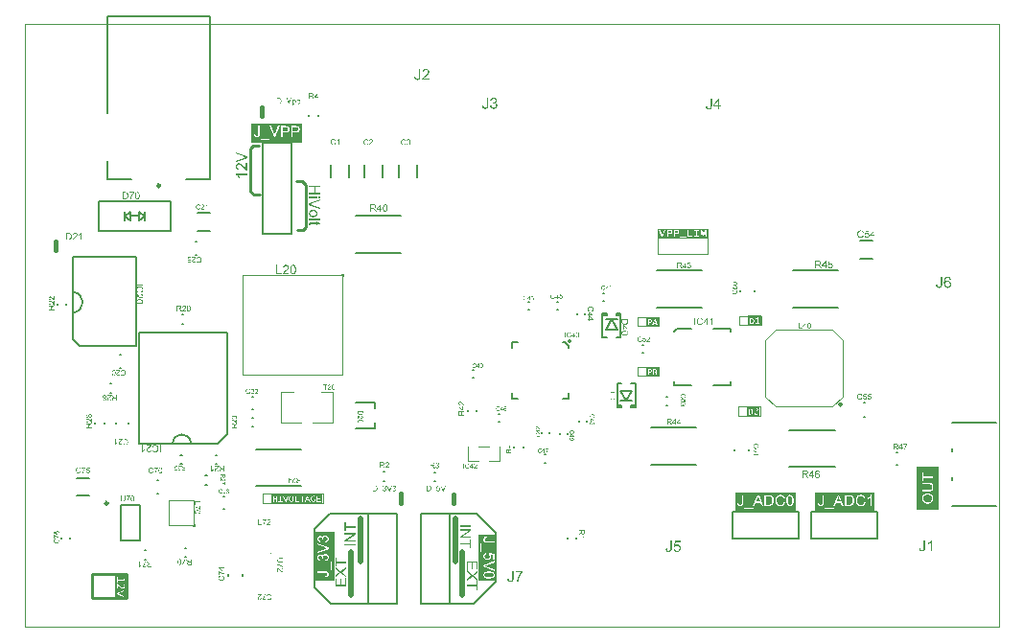
<source format=gto>
G04 Layer_Color=15065295*
%FSLAX43Y43*%
%MOMM*%
G71*
G01*
G75*
%ADD10C,0.254*%
%ADD50C,0.200*%
%ADD51C,0.500*%
%ADD55C,0.127*%
%ADD58C,0.203*%
%ADD59C,0.400*%
%ADD60C,0.152*%
%ADD64C,0.100*%
%ADD83C,0.250*%
%ADD84C,0.100*%
%ADD85C,0.050*%
%ADD86C,0.076*%
G36*
X96632Y127203D02*
X96453D01*
X96430Y127082D01*
X96430Y127083D01*
X96432Y127084D01*
X96433Y127085D01*
X96436Y127087D01*
X96440Y127089D01*
X96445Y127091D01*
X96449Y127094D01*
X96455Y127096D01*
X96461Y127099D01*
X96468Y127102D01*
X96482Y127106D01*
X96490Y127108D01*
X96498Y127110D01*
X96506Y127110D01*
X96514Y127111D01*
X96516D01*
X96520Y127110D01*
X96524D01*
X96529Y127109D01*
X96534Y127109D01*
X96541Y127107D01*
X96548Y127106D01*
X96556Y127103D01*
X96563Y127101D01*
X96572Y127097D01*
X96580Y127094D01*
X96588Y127089D01*
X96596Y127083D01*
X96605Y127077D01*
X96612Y127070D01*
X96613Y127069D01*
X96614Y127068D01*
X96616Y127065D01*
X96619Y127063D01*
X96622Y127059D01*
X96626Y127053D01*
X96629Y127048D01*
X96633Y127042D01*
X96637Y127034D01*
X96640Y127026D01*
X96644Y127018D01*
X96647Y127008D01*
X96649Y126998D01*
X96651Y126988D01*
X96653Y126977D01*
X96653Y126965D01*
Y126965D01*
Y126962D01*
Y126959D01*
X96653Y126955D01*
X96652Y126950D01*
X96651Y126944D01*
X96650Y126937D01*
X96649Y126929D01*
X96647Y126921D01*
X96645Y126913D01*
X96642Y126904D01*
X96638Y126895D01*
X96634Y126886D01*
X96629Y126877D01*
X96624Y126868D01*
X96618Y126860D01*
X96617Y126860D01*
X96616Y126858D01*
X96613Y126855D01*
X96610Y126852D01*
X96606Y126848D01*
X96600Y126843D01*
X96594Y126838D01*
X96587Y126833D01*
X96579Y126828D01*
X96570Y126823D01*
X96561Y126819D01*
X96550Y126815D01*
X96539Y126811D01*
X96527Y126808D01*
X96514Y126806D01*
X96500Y126806D01*
X96495D01*
X96490Y126806D01*
X96485Y126807D01*
X96479Y126808D01*
X96472Y126809D01*
X96465Y126810D01*
X96457Y126812D01*
X96449Y126814D01*
X96441Y126817D01*
X96433Y126820D01*
X96424Y126824D01*
X96416Y126829D01*
X96408Y126834D01*
X96400Y126840D01*
X96400Y126840D01*
X96399Y126841D01*
X96397Y126843D01*
X96395Y126846D01*
X96391Y126850D01*
X96388Y126853D01*
X96384Y126858D01*
X96381Y126864D01*
X96377Y126870D01*
X96373Y126877D01*
X96369Y126884D01*
X96366Y126892D01*
X96363Y126901D01*
X96360Y126910D01*
X96358Y126920D01*
X96357Y126931D01*
X96415Y126935D01*
Y126934D01*
X96415Y126933D01*
X96416Y126931D01*
X96416Y126928D01*
X96416Y126925D01*
X96418Y126920D01*
X96420Y126911D01*
X96424Y126901D01*
X96430Y126890D01*
X96436Y126881D01*
X96440Y126876D01*
X96444Y126872D01*
X96444D01*
X96445Y126871D01*
X96446Y126870D01*
X96448Y126868D01*
X96453Y126865D01*
X96460Y126862D01*
X96468Y126858D01*
X96478Y126854D01*
X96488Y126852D01*
X96494Y126852D01*
X96500Y126851D01*
X96504D01*
X96507Y126852D01*
X96511Y126852D01*
X96514Y126852D01*
X96524Y126855D01*
X96534Y126858D01*
X96540Y126861D01*
X96546Y126864D01*
X96551Y126867D01*
X96557Y126871D01*
X96562Y126875D01*
X96567Y126881D01*
X96568Y126881D01*
X96568Y126882D01*
X96570Y126884D01*
X96572Y126886D01*
X96574Y126889D01*
X96576Y126893D01*
X96579Y126897D01*
X96581Y126902D01*
X96584Y126907D01*
X96586Y126913D01*
X96589Y126920D01*
X96591Y126927D01*
X96593Y126934D01*
X96594Y126943D01*
X96595Y126951D01*
X96595Y126960D01*
Y126961D01*
Y126962D01*
Y126965D01*
X96595Y126968D01*
X96594Y126972D01*
X96594Y126977D01*
X96593Y126982D01*
X96592Y126987D01*
X96589Y126999D01*
X96584Y127012D01*
X96581Y127017D01*
X96577Y127023D01*
X96573Y127029D01*
X96568Y127034D01*
X96568Y127035D01*
X96567Y127035D01*
X96565Y127037D01*
X96563Y127039D01*
X96561Y127041D01*
X96558Y127043D01*
X96554Y127046D01*
X96550Y127048D01*
X96545Y127051D01*
X96540Y127053D01*
X96528Y127058D01*
X96522Y127060D01*
X96514Y127061D01*
X96507Y127062D01*
X96499Y127062D01*
X96495D01*
X96490Y127062D01*
X96483Y127061D01*
X96476Y127059D01*
X96467Y127057D01*
X96459Y127054D01*
X96451Y127049D01*
X96450Y127049D01*
X96448Y127048D01*
X96444Y127045D01*
X96439Y127041D01*
X96434Y127036D01*
X96428Y127031D01*
X96423Y127025D01*
X96418Y127018D01*
X96367Y127025D01*
X96410Y127255D01*
X96632D01*
Y127203D01*
D02*
G37*
G36*
X96863Y127262D02*
X96869Y127261D01*
X96875Y127260D01*
X96882Y127259D01*
X96890Y127258D01*
X96898Y127256D01*
X96906Y127254D01*
X96915Y127251D01*
X96923Y127247D01*
X96932Y127243D01*
X96940Y127238D01*
X96948Y127233D01*
X96955Y127227D01*
X96955Y127226D01*
X96956Y127225D01*
X96958Y127223D01*
X96961Y127220D01*
X96964Y127217D01*
X96967Y127212D01*
X96971Y127208D01*
X96974Y127202D01*
X96977Y127196D01*
X96981Y127189D01*
X96984Y127182D01*
X96987Y127174D01*
X96989Y127165D01*
X96991Y127157D01*
X96992Y127147D01*
X96993Y127138D01*
Y127137D01*
Y127137D01*
Y127135D01*
Y127133D01*
X96992Y127128D01*
X96991Y127121D01*
X96990Y127113D01*
X96988Y127104D01*
X96986Y127095D01*
X96982Y127085D01*
Y127084D01*
X96981Y127084D01*
X96981Y127082D01*
X96980Y127080D01*
X96977Y127075D01*
X96973Y127068D01*
X96968Y127060D01*
X96961Y127051D01*
X96954Y127041D01*
X96945Y127031D01*
X96944Y127030D01*
X96944Y127029D01*
X96942Y127028D01*
X96940Y127025D01*
X96937Y127022D01*
X96934Y127019D01*
X96930Y127015D01*
X96925Y127010D01*
X96919Y127005D01*
X96913Y126999D01*
X96906Y126992D01*
X96898Y126985D01*
X96890Y126978D01*
X96881Y126970D01*
X96871Y126961D01*
X96860Y126952D01*
X96859Y126951D01*
X96858Y126950D01*
X96855Y126948D01*
X96852Y126945D01*
X96848Y126942D01*
X96843Y126938D01*
X96833Y126929D01*
X96823Y126920D01*
X96812Y126910D01*
X96808Y126906D01*
X96803Y126902D01*
X96799Y126898D01*
X96796Y126895D01*
X96796Y126895D01*
X96794Y126893D01*
X96791Y126890D01*
X96788Y126886D01*
X96784Y126882D01*
X96780Y126877D01*
X96773Y126866D01*
X96993D01*
Y126813D01*
X96697D01*
Y126814D01*
Y126817D01*
Y126820D01*
X96697Y126825D01*
X96698Y126831D01*
X96699Y126837D01*
X96701Y126844D01*
X96703Y126851D01*
Y126852D01*
X96704Y126852D01*
X96704Y126854D01*
X96705Y126856D01*
X96707Y126859D01*
X96708Y126862D01*
X96712Y126870D01*
X96717Y126879D01*
X96723Y126889D01*
X96730Y126900D01*
X96739Y126911D01*
X96740Y126911D01*
X96740Y126912D01*
X96742Y126914D01*
X96744Y126916D01*
X96746Y126918D01*
X96750Y126922D01*
X96753Y126926D01*
X96758Y126930D01*
X96762Y126935D01*
X96768Y126940D01*
X96774Y126946D01*
X96780Y126951D01*
X96787Y126958D01*
X96795Y126964D01*
X96803Y126971D01*
X96811Y126978D01*
X96812Y126979D01*
X96815Y126981D01*
X96818Y126984D01*
X96823Y126988D01*
X96829Y126993D01*
X96836Y126999D01*
X96843Y127005D01*
X96851Y127013D01*
X96868Y127028D01*
X96884Y127044D01*
X96891Y127051D01*
X96899Y127059D01*
X96905Y127066D01*
X96910Y127073D01*
X96911Y127074D01*
X96911Y127075D01*
X96913Y127077D01*
X96914Y127079D01*
X96917Y127082D01*
X96919Y127086D01*
X96923Y127095D01*
X96928Y127105D01*
X96933Y127116D01*
X96936Y127128D01*
X96936Y127133D01*
X96937Y127139D01*
Y127140D01*
Y127141D01*
Y127143D01*
X96936Y127145D01*
Y127147D01*
X96935Y127151D01*
X96934Y127158D01*
X96931Y127167D01*
X96926Y127176D01*
X96924Y127181D01*
X96921Y127185D01*
X96917Y127190D01*
X96913Y127194D01*
X96912Y127195D01*
X96912Y127195D01*
X96910Y127196D01*
X96908Y127197D01*
X96906Y127199D01*
X96903Y127201D01*
X96896Y127206D01*
X96887Y127210D01*
X96877Y127213D01*
X96865Y127216D01*
X96858Y127217D01*
X96847D01*
X96844Y127216D01*
X96841D01*
X96837Y127215D01*
X96828Y127214D01*
X96818Y127211D01*
X96808Y127207D01*
X96802Y127204D01*
X96797Y127201D01*
X96792Y127197D01*
X96787Y127193D01*
X96787Y127192D01*
X96786Y127192D01*
X96785Y127190D01*
X96783Y127188D01*
X96782Y127186D01*
X96780Y127183D01*
X96777Y127179D01*
X96775Y127176D01*
X96773Y127171D01*
X96771Y127166D01*
X96767Y127155D01*
X96764Y127142D01*
X96764Y127135D01*
X96763Y127127D01*
X96707Y127133D01*
Y127134D01*
X96708Y127136D01*
X96708Y127139D01*
X96709Y127143D01*
X96710Y127148D01*
X96711Y127155D01*
X96712Y127162D01*
X96715Y127169D01*
X96717Y127176D01*
X96720Y127184D01*
X96724Y127192D01*
X96728Y127200D01*
X96733Y127208D01*
X96738Y127215D01*
X96744Y127223D01*
X96751Y127229D01*
X96751Y127229D01*
X96753Y127230D01*
X96755Y127232D01*
X96758Y127234D01*
X96761Y127237D01*
X96766Y127240D01*
X96772Y127243D01*
X96778Y127246D01*
X96785Y127249D01*
X96792Y127252D01*
X96801Y127255D01*
X96810Y127257D01*
X96820Y127259D01*
X96830Y127261D01*
X96841Y127262D01*
X96853Y127262D01*
X96859D01*
X96863Y127262D01*
D02*
G37*
G36*
X96132Y127268D02*
X96138Y127268D01*
X96145Y127267D01*
X96152Y127266D01*
X96160Y127264D01*
X96169Y127262D01*
X96178Y127260D01*
X96188Y127258D01*
X96197Y127254D01*
X96207Y127250D01*
X96216Y127245D01*
X96225Y127241D01*
X96234Y127234D01*
X96235Y127234D01*
X96236Y127233D01*
X96238Y127231D01*
X96241Y127228D01*
X96245Y127225D01*
X96250Y127220D01*
X96254Y127215D01*
X96259Y127210D01*
X96265Y127203D01*
X96270Y127196D01*
X96275Y127188D01*
X96280Y127179D01*
X96285Y127170D01*
X96290Y127160D01*
X96294Y127149D01*
X96298Y127138D01*
X96240Y127125D01*
Y127125D01*
X96239Y127127D01*
X96238Y127129D01*
X96237Y127133D01*
X96236Y127137D01*
X96233Y127141D01*
X96228Y127152D01*
X96222Y127163D01*
X96214Y127176D01*
X96205Y127187D01*
X96200Y127192D01*
X96194Y127196D01*
X96194Y127196D01*
X96193Y127197D01*
X96191Y127198D01*
X96189Y127199D01*
X96186Y127201D01*
X96183Y127203D01*
X96179Y127205D01*
X96174Y127207D01*
X96169Y127209D01*
X96163Y127211D01*
X96151Y127215D01*
X96136Y127217D01*
X96128Y127218D01*
X96115D01*
X96111Y127218D01*
X96107Y127217D01*
X96102Y127217D01*
X96096Y127216D01*
X96090Y127215D01*
X96076Y127212D01*
X96061Y127208D01*
X96054Y127205D01*
X96047Y127201D01*
X96040Y127197D01*
X96033Y127193D01*
X96033Y127193D01*
X96032Y127192D01*
X96030Y127191D01*
X96027Y127189D01*
X96025Y127186D01*
X96022Y127183D01*
X96018Y127179D01*
X96014Y127176D01*
X96010Y127171D01*
X96006Y127166D01*
X95998Y127155D01*
X95991Y127142D01*
X95985Y127127D01*
Y127126D01*
X95984Y127125D01*
X95983Y127122D01*
X95983Y127119D01*
X95982Y127115D01*
X95980Y127111D01*
X95979Y127106D01*
X95978Y127100D01*
X95976Y127094D01*
X95976Y127087D01*
X95973Y127073D01*
X95972Y127057D01*
X95971Y127041D01*
Y127040D01*
Y127038D01*
Y127035D01*
X95972Y127031D01*
Y127026D01*
X95972Y127020D01*
X95973Y127014D01*
X95973Y127007D01*
X95974Y126999D01*
X95975Y126991D01*
X95978Y126974D01*
X95982Y126957D01*
X95988Y126941D01*
Y126940D01*
X95989Y126939D01*
X95990Y126937D01*
X95991Y126934D01*
X95992Y126930D01*
X95995Y126926D01*
X96000Y126917D01*
X96008Y126906D01*
X96016Y126896D01*
X96027Y126886D01*
X96033Y126882D01*
X96039Y126877D01*
X96040D01*
X96040Y126876D01*
X96042Y126875D01*
X96045Y126874D01*
X96049Y126872D01*
X96053Y126870D01*
X96057Y126869D01*
X96062Y126867D01*
X96073Y126863D01*
X96086Y126860D01*
X96100Y126857D01*
X96107Y126857D01*
X96115Y126856D01*
X96120D01*
X96123Y126857D01*
X96128Y126857D01*
X96133Y126858D01*
X96138Y126859D01*
X96144Y126860D01*
X96158Y126863D01*
X96165Y126866D01*
X96172Y126868D01*
X96179Y126872D01*
X96186Y126876D01*
X96193Y126880D01*
X96200Y126885D01*
X96200Y126885D01*
X96201Y126886D01*
X96203Y126888D01*
X96205Y126890D01*
X96208Y126893D01*
X96211Y126897D01*
X96215Y126901D01*
X96219Y126906D01*
X96222Y126912D01*
X96226Y126918D01*
X96230Y126925D01*
X96234Y126933D01*
X96237Y126941D01*
X96241Y126950D01*
X96244Y126960D01*
X96247Y126970D01*
X96306Y126955D01*
Y126954D01*
X96305Y126952D01*
X96304Y126949D01*
X96302Y126943D01*
X96300Y126937D01*
X96297Y126930D01*
X96294Y126922D01*
X96290Y126914D01*
X96286Y126905D01*
X96281Y126896D01*
X96276Y126886D01*
X96269Y126877D01*
X96263Y126868D01*
X96255Y126860D01*
X96247Y126852D01*
X96238Y126844D01*
X96238Y126843D01*
X96236Y126842D01*
X96234Y126840D01*
X96230Y126838D01*
X96225Y126835D01*
X96220Y126832D01*
X96213Y126828D01*
X96205Y126825D01*
X96197Y126821D01*
X96188Y126818D01*
X96179Y126815D01*
X96168Y126812D01*
X96157Y126809D01*
X96145Y126807D01*
X96133Y126806D01*
X96120Y126806D01*
X96113D01*
X96108Y126806D01*
X96102Y126807D01*
X96095Y126807D01*
X96087Y126808D01*
X96078Y126810D01*
X96069Y126811D01*
X96059Y126813D01*
X96050Y126816D01*
X96040Y126818D01*
X96030Y126821D01*
X96020Y126825D01*
X96011Y126830D01*
X96002Y126835D01*
X96002Y126835D01*
X96000Y126836D01*
X95998Y126838D01*
X95995Y126840D01*
X95991Y126844D01*
X95987Y126847D01*
X95982Y126852D01*
X95976Y126857D01*
X95971Y126863D01*
X95965Y126869D01*
X95960Y126876D01*
X95954Y126884D01*
X95948Y126892D01*
X95943Y126900D01*
X95938Y126910D01*
X95933Y126920D01*
X95933Y126921D01*
X95932Y126923D01*
X95931Y126926D01*
X95930Y126930D01*
X95928Y126935D01*
X95926Y126941D01*
X95924Y126949D01*
X95922Y126956D01*
X95920Y126965D01*
X95917Y126974D01*
X95915Y126984D01*
X95914Y126995D01*
X95911Y127017D01*
X95910Y127029D01*
X95910Y127040D01*
Y127041D01*
Y127043D01*
Y127047D01*
X95910Y127052D01*
X95911Y127058D01*
X95911Y127065D01*
X95912Y127073D01*
X95913Y127082D01*
X95915Y127091D01*
X95916Y127101D01*
X95921Y127122D01*
X95925Y127132D01*
X95928Y127142D01*
X95932Y127153D01*
X95937Y127162D01*
X95937Y127163D01*
X95938Y127165D01*
X95940Y127167D01*
X95942Y127171D01*
X95944Y127176D01*
X95948Y127180D01*
X95952Y127186D01*
X95956Y127192D01*
X95961Y127198D01*
X95967Y127205D01*
X95973Y127211D01*
X95980Y127218D01*
X95987Y127224D01*
X95995Y127230D01*
X96004Y127236D01*
X96012Y127242D01*
X96013Y127242D01*
X96015Y127243D01*
X96017Y127244D01*
X96021Y127246D01*
X96025Y127248D01*
X96031Y127250D01*
X96038Y127253D01*
X96044Y127255D01*
X96052Y127258D01*
X96061Y127260D01*
X96070Y127262D01*
X96079Y127264D01*
X96099Y127268D01*
X96110Y127268D01*
X96121Y127269D01*
X96127D01*
X96132Y127268D01*
D02*
G37*
G36*
X99832Y121709D02*
X99831D01*
X99830Y121708D01*
X99828Y121708D01*
X99825Y121707D01*
X99822Y121707D01*
X99817Y121705D01*
X99808Y121703D01*
X99798Y121699D01*
X99787Y121694D01*
X99777Y121687D01*
X99773Y121683D01*
X99769Y121680D01*
Y121679D01*
X99768Y121679D01*
X99767Y121677D01*
X99765Y121675D01*
X99762Y121670D01*
X99759Y121664D01*
X99755Y121655D01*
X99751Y121646D01*
X99749Y121635D01*
X99748Y121629D01*
X99748Y121623D01*
Y121622D01*
Y121621D01*
Y121619D01*
X99748Y121616D01*
X99749Y121613D01*
X99749Y121609D01*
X99752Y121599D01*
X99755Y121589D01*
X99758Y121583D01*
X99760Y121578D01*
X99764Y121572D01*
X99768Y121566D01*
X99772Y121561D01*
X99777Y121556D01*
X99778Y121555D01*
X99779Y121555D01*
X99780Y121553D01*
X99783Y121551D01*
X99786Y121549D01*
X99790Y121547D01*
X99794Y121545D01*
X99799Y121542D01*
X99804Y121539D01*
X99810Y121537D01*
X99817Y121534D01*
X99824Y121533D01*
X99831Y121531D01*
X99840Y121529D01*
X99848Y121529D01*
X99857Y121528D01*
X99861D01*
X99865Y121529D01*
X99869Y121529D01*
X99873Y121530D01*
X99878Y121531D01*
X99884Y121532D01*
X99896Y121534D01*
X99908Y121539D01*
X99914Y121542D01*
X99920Y121546D01*
X99926Y121550D01*
X99931Y121555D01*
X99932Y121555D01*
X99932Y121556D01*
X99934Y121558D01*
X99936Y121560D01*
X99938Y121562D01*
X99940Y121566D01*
X99942Y121569D01*
X99945Y121573D01*
X99948Y121578D01*
X99950Y121583D01*
X99955Y121595D01*
X99956Y121601D01*
X99958Y121609D01*
X99958Y121616D01*
X99959Y121624D01*
Y121624D01*
Y121625D01*
Y121626D01*
Y121628D01*
X99958Y121633D01*
X99957Y121640D01*
X99956Y121647D01*
X99954Y121656D01*
X99951Y121664D01*
X99946Y121672D01*
X99946Y121673D01*
X99944Y121676D01*
X99941Y121680D01*
X99938Y121684D01*
X99933Y121689D01*
X99928Y121695D01*
X99922Y121700D01*
X99915Y121705D01*
X99922Y121757D01*
X100152Y121713D01*
Y121491D01*
X100100D01*
Y121670D01*
X99979Y121694D01*
X99980Y121693D01*
X99981Y121692D01*
X99982Y121690D01*
X99984Y121687D01*
X99986Y121683D01*
X99988Y121679D01*
X99991Y121674D01*
X99993Y121668D01*
X99996Y121662D01*
X99999Y121655D01*
X100003Y121641D01*
X100005Y121633D01*
X100006Y121626D01*
X100007Y121617D01*
X100007Y121609D01*
Y121609D01*
Y121607D01*
X100007Y121603D01*
Y121599D01*
X100006Y121595D01*
X100005Y121589D01*
X100004Y121582D01*
X100003Y121575D01*
X100000Y121567D01*
X99998Y121560D01*
X99994Y121551D01*
X99990Y121543D01*
X99986Y121535D01*
X99980Y121527D01*
X99974Y121518D01*
X99967Y121511D01*
X99966Y121510D01*
X99965Y121509D01*
X99962Y121507D01*
X99959Y121504D01*
X99955Y121501D01*
X99950Y121498D01*
X99945Y121494D01*
X99938Y121490D01*
X99931Y121486D01*
X99923Y121483D01*
X99915Y121479D01*
X99905Y121476D01*
X99895Y121474D01*
X99885Y121472D01*
X99873Y121470D01*
X99862Y121470D01*
X99856D01*
X99852Y121470D01*
X99846Y121471D01*
X99840Y121472D01*
X99834Y121473D01*
X99826Y121474D01*
X99818Y121476D01*
X99809Y121479D01*
X99801Y121482D01*
X99792Y121485D01*
X99783Y121489D01*
X99774Y121494D01*
X99765Y121499D01*
X99757Y121505D01*
X99757Y121506D01*
X99755Y121507D01*
X99752Y121510D01*
X99749Y121513D01*
X99744Y121517D01*
X99740Y121523D01*
X99735Y121529D01*
X99730Y121536D01*
X99725Y121544D01*
X99720Y121553D01*
X99715Y121563D01*
X99711Y121573D01*
X99708Y121584D01*
X99705Y121597D01*
X99703Y121609D01*
X99703Y121623D01*
Y121623D01*
Y121626D01*
Y121629D01*
X99703Y121633D01*
X99704Y121638D01*
X99705Y121644D01*
X99706Y121651D01*
X99707Y121658D01*
X99709Y121666D01*
X99711Y121674D01*
X99714Y121682D01*
X99717Y121691D01*
X99721Y121699D01*
X99726Y121707D01*
X99731Y121715D01*
X99737Y121723D01*
X99737Y121723D01*
X99738Y121724D01*
X99740Y121726D01*
X99743Y121729D01*
X99746Y121732D01*
X99750Y121735D01*
X99755Y121739D01*
X99761Y121743D01*
X99767Y121746D01*
X99774Y121750D01*
X99781Y121754D01*
X99789Y121757D01*
X99798Y121761D01*
X99807Y121763D01*
X99817Y121765D01*
X99827Y121766D01*
X99832Y121709D01*
D02*
G37*
G36*
X99836Y121364D02*
X99835D01*
X99834Y121363D01*
X99831Y121363D01*
X99828Y121362D01*
X99824Y121361D01*
X99820Y121360D01*
X99809Y121356D01*
X99798Y121352D01*
X99787Y121347D01*
X99777Y121340D01*
X99773Y121336D01*
X99768Y121332D01*
Y121332D01*
X99767Y121331D01*
X99766Y121330D01*
X99765Y121328D01*
X99762Y121323D01*
X99758Y121317D01*
X99754Y121308D01*
X99751Y121299D01*
X99749Y121288D01*
X99748Y121276D01*
Y121276D01*
Y121274D01*
Y121272D01*
X99748Y121270D01*
X99749Y121267D01*
X99749Y121262D01*
X99751Y121254D01*
X99754Y121243D01*
X99759Y121232D01*
X99762Y121226D01*
X99766Y121221D01*
X99770Y121216D01*
X99775Y121210D01*
X99775Y121210D01*
X99776Y121209D01*
X99777Y121208D01*
X99779Y121206D01*
X99782Y121204D01*
X99785Y121202D01*
X99789Y121200D01*
X99793Y121197D01*
X99803Y121192D01*
X99814Y121188D01*
X99827Y121185D01*
X99834Y121184D01*
X99841Y121184D01*
X99845D01*
X99847Y121184D01*
X99851Y121185D01*
X99854Y121185D01*
X99863Y121187D01*
X99873Y121190D01*
X99883Y121194D01*
X99889Y121197D01*
X99893Y121201D01*
X99898Y121205D01*
X99903Y121209D01*
X99904Y121209D01*
X99904Y121210D01*
X99906Y121211D01*
X99907Y121213D01*
X99909Y121216D01*
X99911Y121219D01*
X99916Y121226D01*
X99920Y121235D01*
X99924Y121246D01*
X99927Y121258D01*
X99927Y121265D01*
X99928Y121272D01*
Y121272D01*
Y121274D01*
X99927Y121278D01*
Y121282D01*
X99926Y121288D01*
X99925Y121294D01*
X99924Y121302D01*
X99922Y121310D01*
X99970Y121305D01*
Y121304D01*
Y121304D01*
X99970Y121301D01*
X99969Y121298D01*
Y121295D01*
Y121295D01*
Y121294D01*
Y121292D01*
X99970Y121289D01*
Y121286D01*
X99970Y121283D01*
X99971Y121274D01*
X99973Y121265D01*
X99977Y121254D01*
X99981Y121243D01*
X99988Y121232D01*
Y121232D01*
X99988Y121231D01*
X99989Y121230D01*
X99991Y121228D01*
X99995Y121223D01*
X100002Y121218D01*
X100009Y121213D01*
X100019Y121208D01*
X100024Y121206D01*
X100031Y121205D01*
X100037Y121204D01*
X100044Y121204D01*
X100047D01*
X100049Y121204D01*
X100054Y121205D01*
X100062Y121206D01*
X100069Y121208D01*
X100078Y121212D01*
X100086Y121218D01*
X100090Y121221D01*
X100094Y121224D01*
X100095Y121225D01*
X100097Y121228D01*
X100101Y121233D01*
X100104Y121239D01*
X100108Y121246D01*
X100111Y121256D01*
X100113Y121266D01*
X100114Y121277D01*
Y121278D01*
Y121279D01*
Y121280D01*
X100114Y121283D01*
Y121286D01*
X100113Y121288D01*
X100112Y121296D01*
X100109Y121305D01*
X100105Y121314D01*
X100101Y121322D01*
X100094Y121331D01*
X100093Y121332D01*
X100090Y121335D01*
X100086Y121338D01*
X100079Y121342D01*
X100070Y121347D01*
X100060Y121352D01*
X100048Y121355D01*
X100034Y121358D01*
X100043Y121413D01*
X100044D01*
X100046Y121413D01*
X100049Y121412D01*
X100053Y121411D01*
X100057Y121410D01*
X100062Y121408D01*
X100068Y121406D01*
X100074Y121404D01*
X100088Y121398D01*
X100095Y121394D01*
X100102Y121390D01*
X100109Y121385D01*
X100116Y121380D01*
X100123Y121374D01*
X100129Y121368D01*
X100129Y121367D01*
X100130Y121366D01*
X100132Y121364D01*
X100134Y121361D01*
X100136Y121357D01*
X100138Y121354D01*
X100141Y121349D01*
X100144Y121343D01*
X100147Y121337D01*
X100150Y121330D01*
X100152Y121323D01*
X100154Y121315D01*
X100156Y121306D01*
X100158Y121298D01*
X100159Y121288D01*
X100159Y121279D01*
Y121278D01*
Y121277D01*
Y121275D01*
Y121272D01*
X100159Y121269D01*
X100158Y121266D01*
X100157Y121256D01*
X100155Y121246D01*
X100152Y121235D01*
X100149Y121223D01*
X100143Y121211D01*
Y121211D01*
X100143Y121210D01*
X100142Y121208D01*
X100140Y121206D01*
X100137Y121201D01*
X100132Y121194D01*
X100126Y121186D01*
X100118Y121178D01*
X100110Y121171D01*
X100101Y121164D01*
X100100D01*
X100100Y121163D01*
X100098Y121162D01*
X100096Y121161D01*
X100093Y121160D01*
X100090Y121158D01*
X100083Y121156D01*
X100074Y121153D01*
X100065Y121150D01*
X100054Y121148D01*
X100043Y121147D01*
X100038D01*
X100032Y121148D01*
X100025Y121149D01*
X100017Y121151D01*
X100008Y121154D01*
X99999Y121158D01*
X99990Y121163D01*
X99989D01*
X99989Y121164D01*
X99986Y121166D01*
X99982Y121170D01*
X99976Y121175D01*
X99970Y121181D01*
X99964Y121190D01*
X99958Y121199D01*
X99952Y121209D01*
Y121209D01*
X99952Y121207D01*
X99951Y121206D01*
X99950Y121203D01*
X99949Y121200D01*
X99948Y121196D01*
X99944Y121187D01*
X99938Y121177D01*
X99932Y121167D01*
X99924Y121157D01*
X99914Y121148D01*
X99913Y121147D01*
X99912Y121147D01*
X99911Y121146D01*
X99908Y121144D01*
X99906Y121142D01*
X99903Y121141D01*
X99899Y121139D01*
X99894Y121137D01*
X99889Y121135D01*
X99884Y121133D01*
X99872Y121129D01*
X99857Y121126D01*
X99850Y121125D01*
X99840D01*
X99836Y121126D01*
X99832D01*
X99827Y121127D01*
X99821Y121128D01*
X99815Y121129D01*
X99808Y121131D01*
X99800Y121133D01*
X99792Y121136D01*
X99784Y121140D01*
X99775Y121144D01*
X99767Y121149D01*
X99759Y121155D01*
X99750Y121161D01*
X99743Y121169D01*
X99742Y121169D01*
X99741Y121171D01*
X99739Y121173D01*
X99736Y121176D01*
X99733Y121180D01*
X99730Y121186D01*
X99726Y121191D01*
X99723Y121198D01*
X99719Y121206D01*
X99715Y121214D01*
X99711Y121223D01*
X99709Y121232D01*
X99706Y121242D01*
X99704Y121253D01*
X99703Y121264D01*
X99702Y121276D01*
Y121277D01*
Y121279D01*
X99703Y121282D01*
Y121286D01*
X99703Y121291D01*
X99704Y121297D01*
X99705Y121304D01*
X99707Y121311D01*
X99709Y121319D01*
X99711Y121326D01*
X99713Y121335D01*
X99717Y121343D01*
X99721Y121351D01*
X99726Y121359D01*
X99731Y121367D01*
X99737Y121374D01*
X99738Y121375D01*
X99739Y121376D01*
X99741Y121378D01*
X99743Y121381D01*
X99747Y121384D01*
X99751Y121387D01*
X99756Y121390D01*
X99762Y121394D01*
X99768Y121398D01*
X99775Y121402D01*
X99782Y121406D01*
X99791Y121409D01*
X99799Y121412D01*
X99808Y121415D01*
X99818Y121417D01*
X99828Y121419D01*
X99836Y121364D01*
D02*
G37*
G36*
X106387Y117822D02*
X106393Y117822D01*
X106400Y117821D01*
X106408Y117820D01*
X106417Y117819D01*
X106426Y117818D01*
X106436Y117816D01*
X106457Y117811D01*
X106467Y117808D01*
X106477Y117805D01*
X106488Y117801D01*
X106497Y117796D01*
X106498Y117795D01*
X106500Y117794D01*
X106502Y117793D01*
X106506Y117791D01*
X106511Y117788D01*
X106515Y117785D01*
X106521Y117781D01*
X106527Y117777D01*
X106533Y117771D01*
X106540Y117766D01*
X106546Y117760D01*
X106553Y117753D01*
X106559Y117745D01*
X106565Y117738D01*
X106571Y117729D01*
X106577Y117720D01*
X106577Y117720D01*
X106578Y117718D01*
X106579Y117715D01*
X106581Y117712D01*
X106583Y117707D01*
X106585Y117701D01*
X106588Y117695D01*
X106590Y117688D01*
X106593Y117680D01*
X106595Y117672D01*
X106597Y117663D01*
X106599Y117653D01*
X106603Y117633D01*
X106603Y117623D01*
X106604Y117612D01*
Y117611D01*
Y117609D01*
Y117605D01*
X106603Y117600D01*
X106603Y117595D01*
X106602Y117588D01*
X106601Y117581D01*
X106599Y117572D01*
X106597Y117564D01*
X106595Y117554D01*
X106593Y117545D01*
X106589Y117535D01*
X106585Y117526D01*
X106580Y117517D01*
X106576Y117507D01*
X106569Y117499D01*
X106569Y117498D01*
X106568Y117497D01*
X106566Y117494D01*
X106563Y117491D01*
X106560Y117487D01*
X106555Y117483D01*
X106550Y117479D01*
X106545Y117473D01*
X106538Y117468D01*
X106531Y117463D01*
X106523Y117457D01*
X106514Y117452D01*
X106505Y117447D01*
X106495Y117443D01*
X106484Y117438D01*
X106473Y117435D01*
X106460Y117493D01*
X106460D01*
X106462Y117494D01*
X106464Y117494D01*
X106468Y117496D01*
X106472Y117497D01*
X106476Y117500D01*
X106487Y117504D01*
X106498Y117511D01*
X106511Y117519D01*
X106522Y117528D01*
X106527Y117533D01*
X106531Y117538D01*
X106531Y117539D01*
X106532Y117540D01*
X106533Y117541D01*
X106534Y117544D01*
X106536Y117547D01*
X106538Y117550D01*
X106540Y117554D01*
X106542Y117559D01*
X106544Y117564D01*
X106546Y117569D01*
X106550Y117582D01*
X106552Y117597D01*
X106553Y117604D01*
Y117613D01*
Y117613D01*
Y117615D01*
Y117617D01*
X106553Y117621D01*
X106552Y117626D01*
X106552Y117631D01*
X106551Y117637D01*
X106550Y117643D01*
X106547Y117657D01*
X106543Y117671D01*
X106540Y117679D01*
X106536Y117686D01*
X106532Y117693D01*
X106528Y117699D01*
X106528Y117700D01*
X106527Y117701D01*
X106526Y117703D01*
X106524Y117705D01*
X106521Y117708D01*
X106518Y117711D01*
X106514Y117714D01*
X106511Y117718D01*
X106506Y117722D01*
X106501Y117727D01*
X106490Y117734D01*
X106477Y117742D01*
X106462Y117748D01*
X106461D01*
X106460Y117748D01*
X106457Y117749D01*
X106454Y117750D01*
X106450Y117751D01*
X106446Y117752D01*
X106441Y117753D01*
X106435Y117755D01*
X106429Y117756D01*
X106422Y117757D01*
X106408Y117760D01*
X106392Y117761D01*
X106376Y117761D01*
X106370D01*
X106366Y117761D01*
X106361D01*
X106355Y117761D01*
X106349Y117760D01*
X106342Y117760D01*
X106334Y117759D01*
X106326Y117758D01*
X106309Y117755D01*
X106292Y117750D01*
X106276Y117745D01*
X106275D01*
X106274Y117744D01*
X106272Y117743D01*
X106269Y117742D01*
X106265Y117740D01*
X106261Y117738D01*
X106252Y117732D01*
X106241Y117725D01*
X106231Y117716D01*
X106221Y117706D01*
X106217Y117700D01*
X106212Y117694D01*
Y117693D01*
X106211Y117692D01*
X106210Y117690D01*
X106209Y117687D01*
X106207Y117684D01*
X106205Y117680D01*
X106204Y117676D01*
X106202Y117671D01*
X106198Y117660D01*
X106195Y117647D01*
X106192Y117632D01*
X106192Y117625D01*
X106191Y117617D01*
Y117617D01*
Y117615D01*
Y117613D01*
X106192Y117609D01*
X106192Y117605D01*
X106193Y117600D01*
X106194Y117594D01*
X106195Y117588D01*
X106198Y117575D01*
X106201Y117568D01*
X106203Y117561D01*
X106207Y117553D01*
X106211Y117547D01*
X106215Y117540D01*
X106220Y117533D01*
X106220Y117533D01*
X106221Y117532D01*
X106223Y117530D01*
X106225Y117527D01*
X106228Y117525D01*
X106232Y117521D01*
X106236Y117518D01*
X106241Y117514D01*
X106247Y117510D01*
X106253Y117506D01*
X106260Y117502D01*
X106268Y117499D01*
X106276Y117495D01*
X106285Y117492D01*
X106295Y117488D01*
X106305Y117486D01*
X106290Y117427D01*
X106289D01*
X106287Y117428D01*
X106284Y117429D01*
X106278Y117431D01*
X106272Y117433D01*
X106265Y117435D01*
X106257Y117438D01*
X106249Y117442D01*
X106240Y117447D01*
X106231Y117451D01*
X106221Y117457D01*
X106212Y117463D01*
X106203Y117470D01*
X106195Y117477D01*
X106187Y117485D01*
X106179Y117494D01*
X106178Y117495D01*
X106177Y117497D01*
X106175Y117499D01*
X106173Y117503D01*
X106170Y117507D01*
X106167Y117513D01*
X106163Y117519D01*
X106160Y117527D01*
X106156Y117535D01*
X106153Y117544D01*
X106150Y117554D01*
X106147Y117565D01*
X106144Y117576D01*
X106142Y117587D01*
X106141Y117599D01*
X106141Y117613D01*
Y117614D01*
Y117616D01*
Y117619D01*
X106141Y117625D01*
X106142Y117631D01*
X106142Y117638D01*
X106143Y117646D01*
X106145Y117654D01*
X106146Y117663D01*
X106148Y117673D01*
X106151Y117683D01*
X106153Y117693D01*
X106156Y117703D01*
X106160Y117713D01*
X106165Y117722D01*
X106170Y117730D01*
X106170Y117731D01*
X106171Y117732D01*
X106173Y117735D01*
X106175Y117738D01*
X106179Y117742D01*
X106182Y117746D01*
X106187Y117751D01*
X106192Y117756D01*
X106198Y117761D01*
X106204Y117767D01*
X106211Y117773D01*
X106219Y117778D01*
X106227Y117784D01*
X106235Y117790D01*
X106245Y117794D01*
X106255Y117799D01*
X106256Y117800D01*
X106258Y117800D01*
X106261Y117801D01*
X106265Y117803D01*
X106270Y117805D01*
X106276Y117807D01*
X106284Y117809D01*
X106291Y117811D01*
X106300Y117813D01*
X106309Y117815D01*
X106319Y117817D01*
X106330Y117819D01*
X106352Y117822D01*
X106364Y117822D01*
X106375Y117823D01*
X106382D01*
X106387Y117822D01*
D02*
G37*
G36*
X106270Y117318D02*
X106269D01*
X106268Y117318D01*
X106266Y117317D01*
X106263Y117317D01*
X106260Y117316D01*
X106255Y117315D01*
X106246Y117312D01*
X106236Y117308D01*
X106225Y117303D01*
X106216Y117297D01*
X106211Y117293D01*
X106207Y117289D01*
Y117288D01*
X106206Y117288D01*
X106205Y117287D01*
X106203Y117285D01*
X106200Y117280D01*
X106197Y117273D01*
X106193Y117265D01*
X106189Y117255D01*
X106187Y117244D01*
X106187Y117239D01*
X106186Y117232D01*
Y117232D01*
Y117230D01*
Y117228D01*
X106187Y117225D01*
X106187Y117222D01*
X106187Y117218D01*
X106190Y117209D01*
X106193Y117198D01*
X106196Y117193D01*
X106199Y117187D01*
X106202Y117181D01*
X106206Y117176D01*
X106210Y117171D01*
X106216Y117165D01*
X106216Y117165D01*
X106217Y117164D01*
X106219Y117163D01*
X106221Y117161D01*
X106224Y117159D01*
X106228Y117157D01*
X106232Y117154D01*
X106237Y117151D01*
X106242Y117149D01*
X106248Y117146D01*
X106255Y117144D01*
X106262Y117142D01*
X106269Y117140D01*
X106278Y117139D01*
X106286Y117138D01*
X106295Y117138D01*
X106300D01*
X106303Y117138D01*
X106307Y117139D01*
X106312Y117139D01*
X106317Y117140D01*
X106322Y117141D01*
X106334Y117144D01*
X106347Y117149D01*
X106352Y117152D01*
X106358Y117156D01*
X106364Y117159D01*
X106369Y117164D01*
X106370Y117165D01*
X106370Y117165D01*
X106372Y117167D01*
X106374Y117169D01*
X106376Y117172D01*
X106378Y117175D01*
X106381Y117178D01*
X106383Y117183D01*
X106386Y117188D01*
X106388Y117192D01*
X106393Y117205D01*
X106395Y117211D01*
X106396Y117218D01*
X106397Y117225D01*
X106397Y117233D01*
Y117234D01*
Y117234D01*
Y117236D01*
Y117238D01*
X106397Y117243D01*
X106396Y117249D01*
X106394Y117257D01*
X106392Y117265D01*
X106389Y117273D01*
X106384Y117282D01*
X106384Y117283D01*
X106382Y117285D01*
X106380Y117289D01*
X106376Y117294D01*
X106371Y117299D01*
X106366Y117304D01*
X106360Y117310D01*
X106353Y117315D01*
X106360Y117366D01*
X106590Y117323D01*
Y117100D01*
X106538D01*
Y117279D01*
X106417Y117303D01*
X106418Y117303D01*
X106419Y117301D01*
X106420Y117299D01*
X106422Y117296D01*
X106424Y117292D01*
X106426Y117288D01*
X106429Y117283D01*
X106431Y117277D01*
X106434Y117272D01*
X106437Y117265D01*
X106441Y117251D01*
X106443Y117243D01*
X106445Y117235D01*
X106445Y117227D01*
X106446Y117219D01*
Y117218D01*
Y117216D01*
X106445Y117213D01*
Y117209D01*
X106444Y117204D01*
X106444Y117198D01*
X106442Y117191D01*
X106441Y117185D01*
X106438Y117177D01*
X106436Y117169D01*
X106432Y117161D01*
X106429Y117153D01*
X106424Y117144D01*
X106418Y117136D01*
X106412Y117128D01*
X106405Y117120D01*
X106404Y117120D01*
X106403Y117118D01*
X106400Y117116D01*
X106398Y117114D01*
X106394Y117110D01*
X106388Y117107D01*
X106383Y117104D01*
X106377Y117100D01*
X106369Y117096D01*
X106361Y117092D01*
X106353Y117089D01*
X106343Y117086D01*
X106333Y117083D01*
X106323Y117081D01*
X106312Y117080D01*
X106300Y117079D01*
X106294D01*
X106290Y117080D01*
X106284Y117080D01*
X106279Y117081D01*
X106272Y117082D01*
X106264Y117084D01*
X106256Y117086D01*
X106248Y117088D01*
X106239Y117091D01*
X106230Y117094D01*
X106221Y117098D01*
X106212Y117103D01*
X106203Y117108D01*
X106195Y117115D01*
X106195Y117115D01*
X106193Y117117D01*
X106190Y117119D01*
X106187Y117123D01*
X106183Y117127D01*
X106178Y117132D01*
X106173Y117139D01*
X106168Y117146D01*
X106163Y117154D01*
X106158Y117162D01*
X106154Y117172D01*
X106150Y117183D01*
X106146Y117194D01*
X106143Y117206D01*
X106141Y117219D01*
X106141Y117232D01*
Y117233D01*
Y117235D01*
Y117238D01*
X106141Y117242D01*
X106142Y117248D01*
X106143Y117254D01*
X106144Y117260D01*
X106145Y117268D01*
X106147Y117275D01*
X106149Y117284D01*
X106152Y117292D01*
X106155Y117300D01*
X106159Y117308D01*
X106164Y117317D01*
X106169Y117324D01*
X106175Y117332D01*
X106175Y117333D01*
X106176Y117334D01*
X106178Y117336D01*
X106181Y117338D01*
X106185Y117341D01*
X106188Y117345D01*
X106193Y117348D01*
X106199Y117352D01*
X106205Y117356D01*
X106212Y117360D01*
X106219Y117363D01*
X106227Y117367D01*
X106236Y117370D01*
X106245Y117372D01*
X106255Y117374D01*
X106266Y117376D01*
X106270Y117318D01*
D02*
G37*
G36*
X116776Y136239D02*
X116863D01*
Y136166D01*
X116776D01*
Y136013D01*
X116698D01*
Y136166D01*
X116419D01*
Y136239D01*
X116711Y136653D01*
X116776D01*
Y136239D01*
D02*
G37*
G36*
X115628Y136664D02*
X115636Y136663D01*
X115646Y136662D01*
X115656Y136660D01*
X115668Y136658D01*
X115680Y136655D01*
X115693Y136653D01*
X115707Y136648D01*
X115721Y136643D01*
X115734Y136638D01*
X115748Y136631D01*
X115761Y136624D01*
X115773Y136615D01*
X115774Y136614D01*
X115776Y136613D01*
X115779Y136610D01*
X115784Y136606D01*
X115789Y136601D01*
X115795Y136595D01*
X115802Y136588D01*
X115809Y136580D01*
X115817Y136571D01*
X115825Y136560D01*
X115832Y136549D01*
X115839Y136537D01*
X115847Y136524D01*
X115853Y136509D01*
X115859Y136494D01*
X115865Y136478D01*
X115782Y136458D01*
Y136459D01*
X115780Y136461D01*
X115779Y136465D01*
X115777Y136470D01*
X115775Y136476D01*
X115772Y136482D01*
X115765Y136497D01*
X115756Y136514D01*
X115744Y136531D01*
X115732Y136547D01*
X115724Y136554D01*
X115716Y136560D01*
X115716Y136561D01*
X115714Y136562D01*
X115712Y136563D01*
X115709Y136565D01*
X115705Y136568D01*
X115700Y136571D01*
X115694Y136573D01*
X115687Y136576D01*
X115680Y136579D01*
X115672Y136582D01*
X115654Y136587D01*
X115633Y136591D01*
X115622Y136592D01*
X115603D01*
X115598Y136591D01*
X115592Y136591D01*
X115584Y136590D01*
X115576Y136589D01*
X115567Y136588D01*
X115547Y136583D01*
X115526Y136577D01*
X115516Y136573D01*
X115506Y136568D01*
X115496Y136562D01*
X115486Y136556D01*
X115485Y136555D01*
X115484Y136555D01*
X115481Y136553D01*
X115478Y136550D01*
X115474Y136546D01*
X115469Y136542D01*
X115465Y136537D01*
X115459Y136531D01*
X115454Y136524D01*
X115447Y136517D01*
X115436Y136501D01*
X115426Y136483D01*
X115417Y136461D01*
Y136460D01*
X115416Y136458D01*
X115415Y136455D01*
X115414Y136451D01*
X115413Y136445D01*
X115411Y136439D01*
X115409Y136431D01*
X115407Y136424D01*
X115405Y136415D01*
X115404Y136405D01*
X115400Y136384D01*
X115398Y136362D01*
X115397Y136338D01*
Y136338D01*
Y136335D01*
Y136331D01*
X115398Y136325D01*
Y136318D01*
X115399Y136309D01*
X115399Y136300D01*
X115400Y136290D01*
X115402Y136279D01*
X115403Y136268D01*
X115407Y136243D01*
X115413Y136219D01*
X115421Y136196D01*
Y136195D01*
X115422Y136193D01*
X115424Y136190D01*
X115425Y136186D01*
X115428Y136180D01*
X115431Y136175D01*
X115439Y136162D01*
X115449Y136146D01*
X115462Y136132D01*
X115477Y136117D01*
X115485Y136111D01*
X115494Y136105D01*
X115495D01*
X115497Y136103D01*
X115499Y136102D01*
X115503Y136100D01*
X115508Y136098D01*
X115514Y136095D01*
X115520Y136093D01*
X115527Y136090D01*
X115543Y136085D01*
X115562Y136080D01*
X115582Y136076D01*
X115592Y136076D01*
X115603Y136075D01*
X115610D01*
X115615Y136076D01*
X115621Y136076D01*
X115628Y136077D01*
X115637Y136078D01*
X115645Y136080D01*
X115664Y136085D01*
X115674Y136088D01*
X115684Y136092D01*
X115695Y136097D01*
X115705Y136103D01*
X115714Y136109D01*
X115724Y136116D01*
X115725Y136116D01*
X115726Y136118D01*
X115729Y136120D01*
X115732Y136123D01*
X115736Y136128D01*
X115741Y136133D01*
X115745Y136139D01*
X115751Y136146D01*
X115757Y136155D01*
X115762Y136164D01*
X115768Y136173D01*
X115773Y136184D01*
X115778Y136196D01*
X115783Y136209D01*
X115788Y136223D01*
X115791Y136238D01*
X115876Y136216D01*
Y136215D01*
X115874Y136211D01*
X115873Y136207D01*
X115870Y136199D01*
X115868Y136191D01*
X115863Y136180D01*
X115859Y136169D01*
X115854Y136157D01*
X115847Y136144D01*
X115840Y136132D01*
X115833Y136118D01*
X115824Y136105D01*
X115814Y136092D01*
X115804Y136080D01*
X115792Y136068D01*
X115779Y136057D01*
X115779Y136056D01*
X115776Y136055D01*
X115773Y136052D01*
X115767Y136049D01*
X115761Y136044D01*
X115752Y136040D01*
X115743Y136035D01*
X115732Y136030D01*
X115721Y136025D01*
X115708Y136020D01*
X115694Y136015D01*
X115679Y136011D01*
X115663Y136008D01*
X115646Y136005D01*
X115629Y136003D01*
X115610Y136003D01*
X115601D01*
X115593Y136003D01*
X115585Y136004D01*
X115574Y136005D01*
X115563Y136006D01*
X115551Y136008D01*
X115537Y136010D01*
X115524Y136013D01*
X115510Y136017D01*
X115496Y136020D01*
X115481Y136025D01*
X115467Y136031D01*
X115454Y136037D01*
X115442Y136044D01*
X115441Y136045D01*
X115439Y136046D01*
X115436Y136049D01*
X115431Y136052D01*
X115426Y136057D01*
X115420Y136062D01*
X115413Y136068D01*
X115405Y136076D01*
X115397Y136084D01*
X115389Y136093D01*
X115381Y136103D01*
X115373Y136114D01*
X115365Y136126D01*
X115357Y136138D01*
X115350Y136152D01*
X115343Y136166D01*
X115343Y136167D01*
X115342Y136170D01*
X115341Y136175D01*
X115338Y136180D01*
X115336Y136188D01*
X115333Y136196D01*
X115330Y136207D01*
X115327Y136218D01*
X115324Y136230D01*
X115320Y136243D01*
X115318Y136257D01*
X115316Y136273D01*
X115311Y136304D01*
X115311Y136321D01*
X115310Y136338D01*
Y136339D01*
Y136342D01*
Y136347D01*
X115311Y136354D01*
X115311Y136363D01*
X115312Y136374D01*
X115313Y136385D01*
X115315Y136397D01*
X115317Y136411D01*
X115319Y136424D01*
X115326Y136454D01*
X115331Y136469D01*
X115336Y136483D01*
X115341Y136499D01*
X115348Y136512D01*
X115349Y136513D01*
X115350Y136516D01*
X115352Y136519D01*
X115355Y136525D01*
X115359Y136531D01*
X115364Y136538D01*
X115370Y136546D01*
X115376Y136555D01*
X115383Y136563D01*
X115391Y136573D01*
X115400Y136582D01*
X115410Y136591D01*
X115420Y136600D01*
X115431Y136610D01*
X115444Y136618D01*
X115456Y136625D01*
X115457Y136626D01*
X115460Y136627D01*
X115463Y136629D01*
X115469Y136632D01*
X115475Y136634D01*
X115483Y136638D01*
X115492Y136641D01*
X115502Y136645D01*
X115513Y136648D01*
X115526Y136652D01*
X115538Y136655D01*
X115552Y136658D01*
X115580Y136663D01*
X115596Y136664D01*
X115612Y136664D01*
X115621D01*
X115628Y136664D01*
D02*
G37*
G36*
X116342Y136570D02*
X116087D01*
X116053Y136398D01*
X116053Y136399D01*
X116055Y136400D01*
X116058Y136401D01*
X116062Y136404D01*
X116068Y136407D01*
X116074Y136411D01*
X116081Y136415D01*
X116089Y136418D01*
X116098Y136422D01*
X116107Y136426D01*
X116128Y136432D01*
X116139Y136435D01*
X116150Y136437D01*
X116162Y136438D01*
X116173Y136438D01*
X116177D01*
X116182Y136438D01*
X116187D01*
X116194Y136436D01*
X116202Y136435D01*
X116212Y136433D01*
X116222Y136431D01*
X116233Y136428D01*
X116244Y136424D01*
X116256Y136420D01*
X116268Y136414D01*
X116279Y136407D01*
X116291Y136399D01*
X116303Y136390D01*
X116314Y136380D01*
X116315Y136379D01*
X116317Y136377D01*
X116320Y136374D01*
X116323Y136370D01*
X116328Y136364D01*
X116333Y136356D01*
X116338Y136349D01*
X116343Y136340D01*
X116349Y136329D01*
X116354Y136318D01*
X116359Y136306D01*
X116363Y136292D01*
X116367Y136278D01*
X116370Y136263D01*
X116372Y136247D01*
X116372Y136230D01*
Y136230D01*
Y136226D01*
Y136222D01*
X116372Y136216D01*
X116371Y136208D01*
X116370Y136200D01*
X116368Y136190D01*
X116366Y136179D01*
X116363Y136168D01*
X116360Y136155D01*
X116356Y136143D01*
X116351Y136130D01*
X116345Y136118D01*
X116338Y136105D01*
X116331Y136092D01*
X116322Y136080D01*
X116321Y136080D01*
X116319Y136077D01*
X116315Y136074D01*
X116311Y136069D01*
X116304Y136062D01*
X116297Y136056D01*
X116288Y136049D01*
X116277Y136042D01*
X116266Y136035D01*
X116254Y136027D01*
X116240Y136021D01*
X116225Y136015D01*
X116209Y136010D01*
X116191Y136006D01*
X116173Y136003D01*
X116154Y136003D01*
X116146D01*
X116139Y136003D01*
X116132Y136004D01*
X116123Y136006D01*
X116114Y136007D01*
X116103Y136009D01*
X116092Y136011D01*
X116080Y136015D01*
X116069Y136019D01*
X116057Y136024D01*
X116045Y136029D01*
X116033Y136035D01*
X116022Y136043D01*
X116011Y136051D01*
X116010Y136052D01*
X116009Y136053D01*
X116006Y136056D01*
X116003Y136060D01*
X115998Y136065D01*
X115993Y136071D01*
X115988Y136078D01*
X115983Y136086D01*
X115977Y136094D01*
X115972Y136104D01*
X115967Y136115D01*
X115962Y136126D01*
X115957Y136139D01*
X115953Y136152D01*
X115951Y136166D01*
X115949Y136181D01*
X116031Y136187D01*
Y136187D01*
X116032Y136184D01*
X116033Y136182D01*
X116033Y136178D01*
X116034Y136173D01*
X116036Y136166D01*
X116039Y136153D01*
X116045Y136139D01*
X116053Y136123D01*
X116062Y136110D01*
X116067Y136103D01*
X116073Y136097D01*
X116073D01*
X116074Y136096D01*
X116076Y136094D01*
X116079Y136092D01*
X116086Y136087D01*
X116096Y136083D01*
X116107Y136077D01*
X116121Y136072D01*
X116137Y136069D01*
X116145Y136068D01*
X116154Y136067D01*
X116159D01*
X116164Y136068D01*
X116168Y136069D01*
X116174Y136069D01*
X116187Y136073D01*
X116202Y136078D01*
X116210Y136081D01*
X116218Y136085D01*
X116227Y136090D01*
X116234Y136096D01*
X116242Y136102D01*
X116250Y136110D01*
X116250Y136110D01*
X116251Y136112D01*
X116253Y136114D01*
X116256Y136117D01*
X116259Y136122D01*
X116262Y136127D01*
X116266Y136133D01*
X116270Y136140D01*
X116273Y136148D01*
X116277Y136156D01*
X116280Y136166D01*
X116283Y136175D01*
X116286Y136187D01*
X116288Y136198D01*
X116288Y136210D01*
X116289Y136223D01*
Y136224D01*
Y136226D01*
Y136230D01*
X116288Y136234D01*
X116288Y136240D01*
X116287Y136247D01*
X116286Y136254D01*
X116284Y136262D01*
X116280Y136279D01*
X116273Y136297D01*
X116269Y136305D01*
X116263Y136313D01*
X116258Y136322D01*
X116251Y136329D01*
X116250Y136330D01*
X116250Y136331D01*
X116247Y136333D01*
X116244Y136336D01*
X116241Y136338D01*
X116236Y136342D01*
X116231Y136345D01*
X116225Y136349D01*
X116218Y136353D01*
X116211Y136356D01*
X116193Y136363D01*
X116184Y136365D01*
X116174Y136368D01*
X116164Y136368D01*
X116153Y136369D01*
X116146D01*
X116139Y136368D01*
X116130Y136367D01*
X116119Y136365D01*
X116107Y136361D01*
X116095Y136357D01*
X116083Y136351D01*
X116082Y136350D01*
X116078Y136348D01*
X116073Y136344D01*
X116066Y136339D01*
X116059Y136332D01*
X116051Y136325D01*
X116043Y136316D01*
X116036Y136306D01*
X115963Y136316D01*
X116024Y136645D01*
X116342D01*
Y136570D01*
D02*
G37*
G36*
X51951Y131703D02*
X51960Y131702D01*
X51971Y131702D01*
X51982Y131700D01*
X51994Y131699D01*
X52007Y131697D01*
X52021Y131695D01*
X52051Y131688D01*
X52066Y131683D01*
X52080Y131678D01*
X52095Y131673D01*
X52109Y131666D01*
X52110Y131665D01*
X52113Y131664D01*
X52116Y131662D01*
X52122Y131659D01*
X52128Y131655D01*
X52135Y131650D01*
X52143Y131644D01*
X52152Y131638D01*
X52160Y131630D01*
X52170Y131623D01*
X52179Y131614D01*
X52188Y131604D01*
X52197Y131594D01*
X52206Y131583D01*
X52215Y131570D01*
X52222Y131558D01*
X52223Y131557D01*
X52224Y131554D01*
X52226Y131551D01*
X52229Y131545D01*
X52231Y131539D01*
X52235Y131531D01*
X52238Y131522D01*
X52242Y131512D01*
X52245Y131501D01*
X52249Y131488D01*
X52252Y131476D01*
X52255Y131462D01*
X52260Y131434D01*
X52261Y131418D01*
X52261Y131402D01*
Y131401D01*
X52261Y131398D01*
Y131393D01*
X52261Y131386D01*
X52260Y131378D01*
X52259Y131368D01*
X52257Y131358D01*
X52255Y131346D01*
X52252Y131334D01*
X52250Y131320D01*
X52245Y131307D01*
X52241Y131293D01*
X52235Y131280D01*
X52228Y131266D01*
X52221Y131253D01*
X52212Y131241D01*
X52211Y131240D01*
X52210Y131238D01*
X52207Y131235D01*
X52203Y131230D01*
X52198Y131225D01*
X52192Y131219D01*
X52185Y131212D01*
X52177Y131205D01*
X52168Y131197D01*
X52157Y131189D01*
X52146Y131182D01*
X52134Y131175D01*
X52121Y131167D01*
X52106Y131161D01*
X52091Y131155D01*
X52075Y131149D01*
X52055Y131232D01*
X52056D01*
X52058Y131234D01*
X52062Y131234D01*
X52067Y131237D01*
X52073Y131239D01*
X52079Y131242D01*
X52094Y131249D01*
X52111Y131258D01*
X52128Y131270D01*
X52144Y131282D01*
X52151Y131290D01*
X52157Y131298D01*
X52158Y131298D01*
X52159Y131300D01*
X52160Y131302D01*
X52162Y131305D01*
X52165Y131309D01*
X52168Y131314D01*
X52170Y131320D01*
X52173Y131327D01*
X52176Y131334D01*
X52179Y131342D01*
X52184Y131360D01*
X52188Y131381D01*
X52189Y131392D01*
X52189Y131404D01*
Y131404D01*
Y131407D01*
X52189Y131411D01*
X52188Y131416D01*
X52188Y131422D01*
X52187Y131430D01*
X52186Y131438D01*
X52185Y131447D01*
X52180Y131467D01*
X52174Y131488D01*
X52170Y131498D01*
X52165Y131508D01*
X52159Y131518D01*
X52153Y131528D01*
X52152Y131529D01*
X52152Y131530D01*
X52150Y131533D01*
X52147Y131536D01*
X52143Y131540D01*
X52139Y131544D01*
X52134Y131549D01*
X52128Y131555D01*
X52121Y131560D01*
X52114Y131567D01*
X52098Y131578D01*
X52080Y131588D01*
X52058Y131597D01*
X52057D01*
X52055Y131598D01*
X52052Y131599D01*
X52048Y131600D01*
X52042Y131601D01*
X52036Y131603D01*
X52028Y131605D01*
X52021Y131607D01*
X52012Y131609D01*
X52002Y131610D01*
X51981Y131614D01*
X51959Y131616D01*
X51935Y131616D01*
X51935D01*
X51932D01*
X51928Y131616D01*
X51921Y131616D01*
X51915Y131616D01*
X51906Y131615D01*
X51897Y131614D01*
X51887Y131614D01*
X51876Y131612D01*
X51865Y131611D01*
X51840Y131607D01*
X51816Y131601D01*
X51792Y131593D01*
X51792Y131593D01*
X51790Y131591D01*
X51787Y131590D01*
X51783Y131589D01*
X51777Y131586D01*
X51772Y131582D01*
X51758Y131575D01*
X51743Y131564D01*
X51729Y131552D01*
X51714Y131537D01*
X51708Y131528D01*
X51702Y131519D01*
Y131519D01*
X51700Y131517D01*
X51699Y131514D01*
X51697Y131510D01*
X51695Y131505D01*
X51692Y131500D01*
X51690Y131494D01*
X51687Y131487D01*
X51682Y131471D01*
X51677Y131452D01*
X51673Y131432D01*
X51673Y131422D01*
X51672Y131410D01*
Y131410D01*
X51672Y131407D01*
Y131404D01*
X51673Y131399D01*
X51673Y131392D01*
X51674Y131385D01*
X51675Y131377D01*
X51677Y131369D01*
X51682Y131349D01*
X51685Y131340D01*
X51689Y131329D01*
X51694Y131319D01*
X51700Y131309D01*
X51706Y131300D01*
X51713Y131290D01*
X51714Y131289D01*
X51715Y131288D01*
X51717Y131285D01*
X51720Y131282D01*
X51725Y131278D01*
X51730Y131273D01*
X51736Y131268D01*
X51743Y131263D01*
X51752Y131257D01*
X51761Y131252D01*
X51770Y131246D01*
X51781Y131241D01*
X51793Y131236D01*
X51806Y131231D01*
X51820Y131226D01*
X51835Y131223D01*
X51813Y131138D01*
X51812D01*
X51809Y131139D01*
X51804Y131141D01*
X51796Y131144D01*
X51788Y131146D01*
X51777Y131150D01*
X51766Y131155D01*
X51754Y131160D01*
X51741Y131166D01*
X51729Y131173D01*
X51715Y131181D01*
X51702Y131190D01*
X51689Y131200D01*
X51677Y131210D01*
X51665Y131222D01*
X51654Y131234D01*
X51653Y131235D01*
X51652Y131238D01*
X51649Y131241D01*
X51646Y131247D01*
X51641Y131253D01*
X51637Y131261D01*
X51632Y131270D01*
X51627Y131281D01*
X51622Y131293D01*
X51617Y131306D01*
X51612Y131320D01*
X51608Y131335D01*
X51605Y131351D01*
X51602Y131367D01*
X51600Y131385D01*
X51600Y131404D01*
Y131405D01*
X51600Y131408D01*
Y131413D01*
X51600Y131421D01*
X51601Y131429D01*
X51602Y131440D01*
X51603Y131451D01*
X51605Y131463D01*
X51607Y131476D01*
X51610Y131490D01*
X51614Y131504D01*
X51617Y131518D01*
X51622Y131532D01*
X51627Y131546D01*
X51634Y131560D01*
X51641Y131572D01*
X51642Y131573D01*
X51643Y131575D01*
X51645Y131578D01*
X51649Y131582D01*
X51654Y131588D01*
X51659Y131594D01*
X51665Y131601D01*
X51673Y131609D01*
X51681Y131616D01*
X51690Y131625D01*
X51700Y131632D01*
X51711Y131641D01*
X51722Y131649D01*
X51735Y131657D01*
X51749Y131664D01*
X51763Y131671D01*
X51764Y131671D01*
X51767Y131672D01*
X51772Y131673D01*
X51777Y131675D01*
X51785Y131678D01*
X51793Y131681D01*
X51804Y131684D01*
X51815Y131687D01*
X51827Y131690D01*
X51840Y131693D01*
X51854Y131696D01*
X51869Y131698D01*
X51901Y131702D01*
X51918Y131703D01*
X51935Y131704D01*
X51936D01*
X51939Y131704D01*
X51944D01*
X51951Y131703D01*
D02*
G37*
G36*
X51628Y131076D02*
X51636Y131075D01*
X51645Y131073D01*
X51655Y131071D01*
X51664Y131067D01*
X51665D01*
X51666Y131067D01*
X51669Y131066D01*
X51672Y131064D01*
X51675Y131062D01*
X51680Y131060D01*
X51691Y131055D01*
X51705Y131048D01*
X51719Y131039D01*
X51734Y131028D01*
X51750Y131016D01*
X51750Y131015D01*
X51752Y131015D01*
X51754Y131012D01*
X51757Y131009D01*
X51761Y131006D01*
X51766Y131001D01*
X51771Y130996D01*
X51777Y130990D01*
X51784Y130983D01*
X51791Y130975D01*
X51800Y130967D01*
X51808Y130957D01*
X51817Y130947D01*
X51826Y130936D01*
X51836Y130925D01*
X51846Y130913D01*
X51847Y130911D01*
X51850Y130908D01*
X51854Y130903D01*
X51861Y130896D01*
X51868Y130888D01*
X51876Y130878D01*
X51885Y130867D01*
X51895Y130856D01*
X51917Y130832D01*
X51940Y130809D01*
X51951Y130798D01*
X51962Y130788D01*
X51972Y130779D01*
X51982Y130771D01*
X51983Y130771D01*
X51984Y130770D01*
X51987Y130768D01*
X51990Y130766D01*
X51995Y130762D01*
X52000Y130759D01*
X52013Y130753D01*
X52027Y130746D01*
X52043Y130739D01*
X52060Y130735D01*
X52068Y130735D01*
X52076Y130734D01*
X52077D01*
X52078D01*
X52081D01*
X52084Y130735D01*
X52088D01*
X52093Y130736D01*
X52103Y130738D01*
X52116Y130742D01*
X52129Y130748D01*
X52136Y130752D01*
X52142Y130757D01*
X52148Y130762D01*
X52155Y130768D01*
X52155Y130769D01*
X52156Y130769D01*
X52157Y130771D01*
X52160Y130774D01*
X52162Y130778D01*
X52165Y130782D01*
X52171Y130791D01*
X52177Y130805D01*
X52182Y130819D01*
X52186Y130836D01*
X52187Y130846D01*
X52187Y130856D01*
Y130857D01*
X52187Y130859D01*
Y130861D01*
X52187Y130866D01*
X52187Y130870D01*
X52185Y130876D01*
X52183Y130888D01*
X52179Y130903D01*
X52173Y130918D01*
X52169Y130926D01*
X52164Y130934D01*
X52159Y130940D01*
X52153Y130947D01*
X52152Y130948D01*
X52151Y130949D01*
X52149Y130950D01*
X52146Y130953D01*
X52143Y130955D01*
X52139Y130958D01*
X52134Y130961D01*
X52128Y130964D01*
X52122Y130968D01*
X52115Y130970D01*
X52098Y130976D01*
X52080Y130980D01*
X52070Y130981D01*
X52059Y130981D01*
X52067Y131062D01*
X52069D01*
X52071Y131061D01*
X52076Y131060D01*
X52082Y131060D01*
X52089Y131058D01*
X52098Y131056D01*
X52108Y131054D01*
X52119Y131051D01*
X52129Y131047D01*
X52141Y131043D01*
X52152Y131038D01*
X52163Y131032D01*
X52175Y131025D01*
X52185Y131017D01*
X52196Y131009D01*
X52205Y130999D01*
X52205Y130999D01*
X52207Y130997D01*
X52209Y130994D01*
X52212Y130990D01*
X52216Y130984D01*
X52220Y130977D01*
X52224Y130970D01*
X52229Y130961D01*
X52233Y130951D01*
X52237Y130940D01*
X52241Y130928D01*
X52245Y130915D01*
X52248Y130901D01*
X52250Y130886D01*
X52252Y130870D01*
X52252Y130854D01*
Y130852D01*
X52252Y130850D01*
Y130845D01*
X52252Y130839D01*
X52251Y130831D01*
X52250Y130822D01*
X52248Y130812D01*
X52246Y130801D01*
X52243Y130789D01*
X52240Y130778D01*
X52236Y130765D01*
X52231Y130753D01*
X52225Y130741D01*
X52218Y130729D01*
X52210Y130718D01*
X52201Y130708D01*
X52200Y130707D01*
X52199Y130705D01*
X52196Y130703D01*
X52192Y130699D01*
X52187Y130695D01*
X52181Y130690D01*
X52174Y130685D01*
X52166Y130680D01*
X52158Y130676D01*
X52148Y130671D01*
X52137Y130666D01*
X52126Y130662D01*
X52114Y130658D01*
X52101Y130655D01*
X52088Y130654D01*
X52074Y130653D01*
X52074D01*
X52073D01*
X52071D01*
X52068D01*
X52060Y130654D01*
X52051Y130655D01*
X52039Y130658D01*
X52026Y130660D01*
X52013Y130664D01*
X51999Y130669D01*
X51998D01*
X51997Y130670D01*
X51995Y130671D01*
X51992Y130672D01*
X51985Y130676D01*
X51975Y130682D01*
X51963Y130689D01*
X51950Y130698D01*
X51936Y130709D01*
X51921Y130722D01*
X51920Y130723D01*
X51919Y130723D01*
X51917Y130726D01*
X51913Y130729D01*
X51909Y130733D01*
X51904Y130738D01*
X51898Y130743D01*
X51892Y130750D01*
X51884Y130759D01*
X51876Y130768D01*
X51866Y130777D01*
X51857Y130789D01*
X51845Y130800D01*
X51834Y130813D01*
X51822Y130828D01*
X51809Y130843D01*
X51808Y130844D01*
X51806Y130846D01*
X51803Y130850D01*
X51799Y130854D01*
X51794Y130861D01*
X51789Y130867D01*
X51776Y130881D01*
X51763Y130897D01*
X51749Y130911D01*
X51743Y130918D01*
X51737Y130924D01*
X51732Y130930D01*
X51728Y130934D01*
X51727Y130935D01*
X51724Y130938D01*
X51720Y130941D01*
X51714Y130946D01*
X51708Y130951D01*
X51701Y130957D01*
X51686Y130968D01*
X51686Y130653D01*
X51610Y130653D01*
X51610Y131076D01*
X51612D01*
X51615Y131076D01*
X51621D01*
X51628Y131076D01*
D02*
G37*
G36*
X52250Y131829D02*
X51610Y131829D01*
X51610Y131913D01*
X52250Y131913D01*
X52250Y131829D01*
D02*
G37*
G36*
X59121Y114751D02*
X59126Y114751D01*
X59131Y114750D01*
X59137Y114748D01*
X59143Y114746D01*
X59143D01*
X59144Y114746D01*
X59145Y114745D01*
X59147Y114745D01*
X59149Y114743D01*
X59152Y114742D01*
X59159Y114739D01*
X59167Y114735D01*
X59176Y114729D01*
X59185Y114723D01*
X59194Y114715D01*
X59194Y114715D01*
X59195Y114715D01*
X59196Y114713D01*
X59198Y114711D01*
X59201Y114709D01*
X59203Y114706D01*
X59207Y114703D01*
X59211Y114700D01*
X59215Y114695D01*
X59219Y114691D01*
X59224Y114686D01*
X59229Y114680D01*
X59234Y114674D01*
X59240Y114668D01*
X59246Y114661D01*
X59252Y114653D01*
X59252Y114653D01*
X59254Y114650D01*
X59257Y114648D01*
X59261Y114643D01*
X59265Y114638D01*
X59270Y114633D01*
X59275Y114626D01*
X59281Y114619D01*
X59294Y114605D01*
X59308Y114591D01*
X59315Y114585D01*
X59321Y114578D01*
X59328Y114573D01*
X59333Y114568D01*
X59334Y114568D01*
X59335Y114568D01*
X59336Y114566D01*
X59338Y114565D01*
X59341Y114563D01*
X59344Y114561D01*
X59352Y114557D01*
X59361Y114553D01*
X59370Y114549D01*
X59380Y114547D01*
X59385Y114546D01*
X59390Y114546D01*
X59391D01*
X59391D01*
X59393D01*
X59395Y114546D01*
X59397Y114546D01*
X59400Y114547D01*
X59406Y114548D01*
X59414Y114551D01*
X59422Y114555D01*
X59426Y114557D01*
X59430Y114560D01*
X59433Y114563D01*
X59437Y114566D01*
X59438Y114567D01*
X59438Y114567D01*
X59439Y114568D01*
X59440Y114570D01*
X59442Y114572D01*
X59443Y114575D01*
X59447Y114580D01*
X59451Y114588D01*
X59454Y114597D01*
X59456Y114608D01*
X59457Y114613D01*
X59457Y114619D01*
Y114620D01*
Y114621D01*
Y114623D01*
X59456Y114625D01*
Y114628D01*
X59455Y114631D01*
X59454Y114639D01*
X59452Y114648D01*
X59448Y114657D01*
X59445Y114661D01*
X59443Y114666D01*
X59440Y114670D01*
X59436Y114674D01*
X59435Y114675D01*
X59435Y114675D01*
X59434Y114676D01*
X59432Y114678D01*
X59430Y114679D01*
X59428Y114680D01*
X59425Y114683D01*
X59421Y114684D01*
X59418Y114686D01*
X59413Y114688D01*
X59403Y114691D01*
X59393Y114694D01*
X59386Y114694D01*
X59380Y114695D01*
X59385Y114743D01*
X59385D01*
X59387Y114743D01*
X59390Y114742D01*
X59393Y114742D01*
X59398Y114741D01*
X59403Y114740D01*
X59409Y114738D01*
X59415Y114736D01*
X59422Y114734D01*
X59429Y114732D01*
X59435Y114728D01*
X59442Y114725D01*
X59449Y114721D01*
X59455Y114716D01*
X59462Y114711D01*
X59467Y114705D01*
X59468Y114705D01*
X59468Y114704D01*
X59470Y114702D01*
X59472Y114700D01*
X59474Y114696D01*
X59476Y114692D01*
X59479Y114688D01*
X59482Y114682D01*
X59484Y114676D01*
X59487Y114670D01*
X59489Y114663D01*
X59491Y114655D01*
X59493Y114646D01*
X59495Y114638D01*
X59495Y114628D01*
X59496Y114618D01*
Y114617D01*
X59496Y114616D01*
Y114613D01*
X59495Y114609D01*
X59495Y114604D01*
X59494Y114599D01*
X59493Y114593D01*
X59492Y114586D01*
X59490Y114579D01*
X59488Y114572D01*
X59486Y114565D01*
X59483Y114558D01*
X59479Y114550D01*
X59475Y114543D01*
X59471Y114536D01*
X59465Y114530D01*
X59465Y114530D01*
X59464Y114529D01*
X59462Y114527D01*
X59460Y114525D01*
X59457Y114523D01*
X59453Y114520D01*
X59449Y114517D01*
X59444Y114514D01*
X59439Y114511D01*
X59433Y114508D01*
X59427Y114505D01*
X59420Y114503D01*
X59413Y114501D01*
X59405Y114499D01*
X59397Y114498D01*
X59389Y114498D01*
X59388D01*
X59388D01*
X59387D01*
X59385D01*
X59381Y114498D01*
X59375Y114499D01*
X59368Y114500D01*
X59360Y114502D01*
X59352Y114504D01*
X59343Y114507D01*
X59343D01*
X59343Y114508D01*
X59341Y114508D01*
X59340Y114509D01*
X59335Y114511D01*
X59329Y114515D01*
X59322Y114519D01*
X59314Y114525D01*
X59306Y114531D01*
X59297Y114539D01*
X59296Y114539D01*
X59296Y114540D01*
X59294Y114541D01*
X59292Y114543D01*
X59290Y114545D01*
X59287Y114548D01*
X59283Y114552D01*
X59279Y114556D01*
X59275Y114561D01*
X59270Y114566D01*
X59264Y114572D01*
X59258Y114579D01*
X59251Y114586D01*
X59245Y114594D01*
X59237Y114603D01*
X59229Y114612D01*
X59229Y114612D01*
X59228Y114613D01*
X59226Y114616D01*
X59223Y114618D01*
X59221Y114622D01*
X59217Y114626D01*
X59210Y114635D01*
X59202Y114644D01*
X59193Y114652D01*
X59190Y114657D01*
X59186Y114660D01*
X59183Y114664D01*
X59181Y114666D01*
X59180Y114667D01*
X59178Y114668D01*
X59176Y114670D01*
X59173Y114673D01*
X59169Y114677D01*
X59165Y114680D01*
X59156Y114687D01*
X59156Y114497D01*
X59110Y114497D01*
X59110Y114752D01*
X59111D01*
X59113D01*
X59116Y114752D01*
X59121Y114751D01*
D02*
G37*
G36*
X59490Y114195D02*
X59453Y114195D01*
X59452Y114195D01*
X59451Y114196D01*
X59449Y114199D01*
X59446Y114201D01*
X59441Y114204D01*
X59437Y114209D01*
X59431Y114213D01*
X59425Y114218D01*
X59418Y114223D01*
X59410Y114229D01*
X59401Y114235D01*
X59392Y114241D01*
X59383Y114248D01*
X59372Y114254D01*
X59361Y114261D01*
X59349Y114268D01*
X59348Y114268D01*
X59346Y114270D01*
X59343Y114271D01*
X59338Y114274D01*
X59332Y114277D01*
X59325Y114281D01*
X59317Y114284D01*
X59308Y114288D01*
X59299Y114293D01*
X59288Y114297D01*
X59277Y114302D01*
X59266Y114306D01*
X59254Y114311D01*
X59241Y114315D01*
X59216Y114323D01*
X59215D01*
X59214Y114324D01*
X59211Y114325D01*
X59207Y114325D01*
X59203Y114327D01*
X59197Y114328D01*
X59191Y114330D01*
X59184Y114331D01*
X59177Y114333D01*
X59169Y114334D01*
X59160Y114335D01*
X59151Y114337D01*
X59141Y114338D01*
X59131Y114340D01*
X59110Y114341D01*
X59110Y114390D01*
X59111D01*
X59112D01*
X59115Y114390D01*
X59118Y114389D01*
X59123Y114389D01*
X59128Y114388D01*
X59134Y114388D01*
X59141Y114387D01*
X59149Y114386D01*
X59156Y114385D01*
X59166Y114384D01*
X59175Y114382D01*
X59186Y114380D01*
X59196Y114378D01*
X59208Y114375D01*
X59219Y114372D01*
X59220Y114372D01*
X59222Y114371D01*
X59226Y114370D01*
X59230Y114369D01*
X59236Y114367D01*
X59243Y114365D01*
X59251Y114363D01*
X59259Y114360D01*
X59268Y114356D01*
X59278Y114353D01*
X59289Y114349D01*
X59299Y114344D01*
X59321Y114335D01*
X59344Y114323D01*
X59344Y114323D01*
X59346Y114322D01*
X59349Y114320D01*
X59354Y114318D01*
X59359Y114315D01*
X59364Y114311D01*
X59371Y114307D01*
X59379Y114303D01*
X59386Y114298D01*
X59394Y114293D01*
X59411Y114281D01*
X59428Y114268D01*
X59436Y114262D01*
X59444Y114255D01*
X59444Y114443D01*
X59490Y114443D01*
X59490Y114195D01*
D02*
G37*
G36*
X73641Y138955D02*
X73646Y138954D01*
X73659Y138953D01*
X73673Y138950D01*
X73688Y138946D01*
X73703Y138941D01*
X73718Y138934D01*
X73719D01*
X73720Y138934D01*
X73723Y138932D01*
X73725Y138930D01*
X73732Y138926D01*
X73741Y138919D01*
X73752Y138911D01*
X73762Y138900D01*
X73773Y138888D01*
X73783Y138874D01*
Y138873D01*
X73784Y138872D01*
X73785Y138870D01*
X73787Y138867D01*
X73789Y138864D01*
X73792Y138859D01*
X73794Y138853D01*
X73797Y138848D01*
X73804Y138834D01*
X73810Y138818D01*
X73817Y138799D01*
X73822Y138779D01*
Y138778D01*
X73823Y138776D01*
X73824Y138774D01*
X73824Y138769D01*
X73826Y138763D01*
X73827Y138756D01*
X73829Y138749D01*
X73830Y138740D01*
X73831Y138729D01*
X73832Y138718D01*
X73833Y138706D01*
X73835Y138692D01*
X73836Y138678D01*
X73836Y138663D01*
X73837Y138646D01*
Y138629D01*
Y138627D01*
Y138624D01*
Y138618D01*
Y138610D01*
X73836Y138600D01*
X73836Y138590D01*
X73835Y138577D01*
X73834Y138564D01*
X73833Y138550D01*
X73831Y138535D01*
X73827Y138505D01*
X73821Y138475D01*
X73817Y138460D01*
X73813Y138447D01*
Y138446D01*
X73812Y138444D01*
X73811Y138440D01*
X73809Y138436D01*
X73806Y138430D01*
X73804Y138423D01*
X73800Y138416D01*
X73796Y138407D01*
X73786Y138390D01*
X73774Y138373D01*
X73761Y138355D01*
X73752Y138348D01*
X73744Y138340D01*
X73743Y138340D01*
X73742Y138339D01*
X73739Y138337D01*
X73736Y138335D01*
X73732Y138332D01*
X73726Y138328D01*
X73720Y138325D01*
X73712Y138322D01*
X73704Y138318D01*
X73695Y138315D01*
X73686Y138312D01*
X73676Y138308D01*
X73665Y138306D01*
X73653Y138304D01*
X73641Y138303D01*
X73628Y138303D01*
X73624D01*
X73619Y138303D01*
X73613Y138304D01*
X73605Y138305D01*
X73596Y138306D01*
X73587Y138308D01*
X73575Y138311D01*
X73564Y138315D01*
X73553Y138319D01*
X73540Y138324D01*
X73528Y138331D01*
X73517Y138338D01*
X73505Y138347D01*
X73494Y138357D01*
X73483Y138369D01*
X73483Y138369D01*
X73480Y138372D01*
X73478Y138377D01*
X73474Y138384D01*
X73469Y138393D01*
X73463Y138403D01*
X73458Y138416D01*
X73452Y138431D01*
X73446Y138448D01*
X73440Y138467D01*
X73435Y138489D01*
X73430Y138512D01*
X73426Y138538D01*
X73423Y138566D01*
X73421Y138596D01*
X73420Y138629D01*
Y138630D01*
Y138634D01*
Y138640D01*
X73421Y138647D01*
Y138657D01*
X73422Y138668D01*
X73422Y138681D01*
X73423Y138694D01*
X73424Y138708D01*
X73426Y138723D01*
X73430Y138753D01*
X73435Y138783D01*
X73439Y138798D01*
X73443Y138811D01*
Y138812D01*
X73444Y138814D01*
X73446Y138818D01*
X73447Y138823D01*
X73450Y138828D01*
X73453Y138835D01*
X73456Y138842D01*
X73460Y138851D01*
X73470Y138868D01*
X73483Y138885D01*
X73496Y138903D01*
X73504Y138910D01*
X73512Y138918D01*
X73513Y138919D01*
X73514Y138919D01*
X73517Y138921D01*
X73521Y138923D01*
X73525Y138927D01*
X73530Y138930D01*
X73537Y138933D01*
X73544Y138937D01*
X73552Y138940D01*
X73561Y138943D01*
X73571Y138947D01*
X73580Y138950D01*
X73591Y138952D01*
X73603Y138954D01*
X73616Y138955D01*
X73628Y138955D01*
X73637D01*
X73641Y138955D01*
D02*
G37*
G36*
X99949Y122213D02*
X99955Y122212D01*
X99962Y122212D01*
X99970Y122211D01*
X99979Y122210D01*
X99988Y122208D01*
X99998Y122207D01*
X100019Y122202D01*
X100029Y122199D01*
X100039Y122195D01*
X100050Y122191D01*
X100059Y122186D01*
X100060Y122186D01*
X100062Y122185D01*
X100064Y122184D01*
X100068Y122182D01*
X100072Y122179D01*
X100077Y122175D01*
X100083Y122171D01*
X100089Y122167D01*
X100095Y122162D01*
X100102Y122156D01*
X100108Y122150D01*
X100115Y122143D01*
X100121Y122136D01*
X100127Y122128D01*
X100133Y122120D01*
X100138Y122111D01*
X100139Y122110D01*
X100139Y122108D01*
X100141Y122106D01*
X100143Y122102D01*
X100145Y122098D01*
X100147Y122092D01*
X100150Y122086D01*
X100152Y122079D01*
X100154Y122071D01*
X100157Y122062D01*
X100159Y122054D01*
X100161Y122044D01*
X100165Y122024D01*
X100165Y122013D01*
X100166Y122002D01*
Y122001D01*
Y121999D01*
Y121996D01*
X100165Y121991D01*
X100165Y121985D01*
X100164Y121978D01*
X100163Y121971D01*
X100161Y121963D01*
X100159Y121954D01*
X100157Y121945D01*
X100154Y121936D01*
X100151Y121926D01*
X100147Y121916D01*
X100142Y121907D01*
X100137Y121898D01*
X100131Y121889D01*
X100131Y121889D01*
X100130Y121887D01*
X100128Y121885D01*
X100125Y121882D01*
X100121Y121878D01*
X100117Y121874D01*
X100112Y121869D01*
X100106Y121864D01*
X100100Y121859D01*
X100093Y121853D01*
X100085Y121848D01*
X100076Y121843D01*
X100067Y121838D01*
X100057Y121833D01*
X100046Y121829D01*
X100035Y121825D01*
X100021Y121883D01*
X100022D01*
X100023Y121884D01*
X100026Y121885D01*
X100030Y121886D01*
X100034Y121888D01*
X100038Y121890D01*
X100049Y121895D01*
X100060Y121901D01*
X100072Y121909D01*
X100084Y121918D01*
X100088Y121924D01*
X100093Y121929D01*
X100093Y121929D01*
X100094Y121930D01*
X100095Y121932D01*
X100096Y121934D01*
X100098Y121937D01*
X100100Y121941D01*
X100102Y121944D01*
X100104Y121949D01*
X100106Y121955D01*
X100108Y121960D01*
X100112Y121973D01*
X100114Y121987D01*
X100115Y121995D01*
Y122003D01*
Y122004D01*
Y122006D01*
Y122008D01*
X100115Y122012D01*
X100114Y122016D01*
X100114Y122022D01*
X100113Y122027D01*
X100112Y122033D01*
X100109Y122047D01*
X100104Y122062D01*
X100102Y122069D01*
X100098Y122076D01*
X100094Y122083D01*
X100090Y122090D01*
X100089Y122090D01*
X100089Y122091D01*
X100087Y122093D01*
X100086Y122096D01*
X100083Y122098D01*
X100080Y122102D01*
X100076Y122105D01*
X100072Y122109D01*
X100068Y122113D01*
X100063Y122117D01*
X100052Y122125D01*
X100038Y122132D01*
X100023Y122138D01*
X100023D01*
X100021Y122139D01*
X100019Y122140D01*
X100016Y122140D01*
X100012Y122141D01*
X100008Y122143D01*
X100003Y122144D01*
X99997Y122145D01*
X99991Y122147D01*
X99984Y122148D01*
X99970Y122150D01*
X99954Y122152D01*
X99938Y122152D01*
X99932D01*
X99928Y122152D01*
X99923D01*
X99917Y122151D01*
X99911Y122151D01*
X99904Y122150D01*
X99896Y122149D01*
X99888Y122148D01*
X99871Y122145D01*
X99854Y122141D01*
X99838Y122136D01*
X99837D01*
X99836Y122135D01*
X99834Y122134D01*
X99831Y122133D01*
X99827Y122131D01*
X99823Y122128D01*
X99814Y122123D01*
X99803Y122116D01*
X99793Y122107D01*
X99783Y122096D01*
X99778Y122090D01*
X99774Y122084D01*
Y122084D01*
X99773Y122083D01*
X99772Y122081D01*
X99771Y122078D01*
X99769Y122074D01*
X99767Y122071D01*
X99766Y122066D01*
X99764Y122061D01*
X99760Y122050D01*
X99757Y122037D01*
X99754Y122023D01*
X99754Y122016D01*
X99753Y122008D01*
Y122007D01*
Y122006D01*
Y122003D01*
X99754Y122000D01*
X99754Y121995D01*
X99755Y121991D01*
X99756Y121985D01*
X99757Y121979D01*
X99760Y121965D01*
X99762Y121958D01*
X99765Y121951D01*
X99769Y121944D01*
X99773Y121937D01*
X99777Y121930D01*
X99782Y121924D01*
X99782Y121923D01*
X99783Y121922D01*
X99785Y121920D01*
X99787Y121918D01*
X99790Y121915D01*
X99794Y121912D01*
X99798Y121909D01*
X99803Y121905D01*
X99809Y121901D01*
X99815Y121897D01*
X99822Y121893D01*
X99830Y121889D01*
X99838Y121886D01*
X99847Y121882D01*
X99857Y121879D01*
X99867Y121876D01*
X99852Y121817D01*
X99851D01*
X99849Y121818D01*
X99845Y121819D01*
X99840Y121821D01*
X99834Y121823D01*
X99827Y121826D01*
X99819Y121829D01*
X99811Y121833D01*
X99802Y121837D01*
X99793Y121842D01*
X99783Y121847D01*
X99774Y121854D01*
X99765Y121860D01*
X99757Y121868D01*
X99748Y121876D01*
X99741Y121885D01*
X99740Y121885D01*
X99739Y121887D01*
X99737Y121890D01*
X99735Y121893D01*
X99732Y121898D01*
X99728Y121904D01*
X99725Y121910D01*
X99722Y121918D01*
X99718Y121926D01*
X99715Y121935D01*
X99711Y121944D01*
X99709Y121955D01*
X99706Y121966D01*
X99704Y121978D01*
X99703Y121990D01*
X99703Y122003D01*
Y122004D01*
Y122007D01*
Y122010D01*
X99703Y122015D01*
X99704Y122021D01*
X99704Y122028D01*
X99705Y122036D01*
X99707Y122045D01*
X99708Y122054D01*
X99710Y122064D01*
X99712Y122073D01*
X99715Y122083D01*
X99718Y122093D01*
X99722Y122103D01*
X99727Y122112D01*
X99732Y122121D01*
X99732Y122121D01*
X99733Y122123D01*
X99735Y122125D01*
X99737Y122128D01*
X99741Y122132D01*
X99744Y122137D01*
X99748Y122141D01*
X99754Y122147D01*
X99759Y122152D01*
X99766Y122158D01*
X99773Y122163D01*
X99780Y122169D01*
X99789Y122175D01*
X99797Y122180D01*
X99807Y122185D01*
X99817Y122190D01*
X99818Y122190D01*
X99820Y122191D01*
X99823Y122192D01*
X99827Y122193D01*
X99832Y122195D01*
X99838Y122197D01*
X99845Y122199D01*
X99853Y122202D01*
X99862Y122203D01*
X99871Y122206D01*
X99881Y122208D01*
X99891Y122209D01*
X99914Y122212D01*
X99925Y122213D01*
X99937Y122213D01*
X99944D01*
X99949Y122213D01*
D02*
G37*
G36*
X72615Y138953D02*
X72623D01*
X72632Y138952D01*
X72642Y138951D01*
X72663Y138949D01*
X72684Y138946D01*
X72705Y138941D01*
X72714Y138939D01*
X72723Y138936D01*
X72724D01*
X72725Y138935D01*
X72727Y138934D01*
X72731Y138932D01*
X72739Y138928D01*
X72749Y138922D01*
X72761Y138914D01*
X72773Y138903D01*
X72784Y138890D01*
X72795Y138875D01*
Y138874D01*
X72796Y138873D01*
X72797Y138871D01*
X72799Y138867D01*
X72801Y138863D01*
X72803Y138858D01*
X72806Y138853D01*
X72809Y138846D01*
X72813Y138832D01*
X72818Y138816D01*
X72820Y138798D01*
X72822Y138778D01*
Y138778D01*
Y138776D01*
Y138772D01*
X72821Y138767D01*
X72820Y138761D01*
X72820Y138754D01*
X72818Y138747D01*
X72816Y138738D01*
X72811Y138720D01*
X72807Y138710D01*
X72803Y138701D01*
X72798Y138691D01*
X72792Y138681D01*
X72785Y138672D01*
X72777Y138663D01*
X72777Y138663D01*
X72775Y138661D01*
X72773Y138659D01*
X72769Y138656D01*
X72764Y138652D01*
X72759Y138648D01*
X72752Y138643D01*
X72743Y138638D01*
X72734Y138634D01*
X72725Y138629D01*
X72714Y138624D01*
X72701Y138619D01*
X72688Y138615D01*
X72673Y138611D01*
X72657Y138607D01*
X72641Y138604D01*
X72641D01*
X72642Y138604D01*
X72646Y138602D01*
X72653Y138598D01*
X72660Y138594D01*
X72669Y138589D01*
X72677Y138584D01*
X72685Y138578D01*
X72692Y138573D01*
X72693Y138572D01*
X72693Y138571D01*
X72696Y138569D01*
X72698Y138566D01*
X72702Y138563D01*
X72706Y138559D01*
X72715Y138549D01*
X72725Y138536D01*
X72737Y138522D01*
X72750Y138505D01*
X72762Y138487D01*
X72873Y138313D01*
X72767D01*
X72682Y138446D01*
X72682Y138447D01*
X72681Y138449D01*
X72679Y138452D01*
X72676Y138456D01*
X72673Y138461D01*
X72669Y138466D01*
X72661Y138479D01*
X72651Y138493D01*
X72641Y138508D01*
X72631Y138522D01*
X72621Y138534D01*
Y138535D01*
X72620Y138536D01*
X72617Y138539D01*
X72613Y138545D01*
X72607Y138551D01*
X72601Y138558D01*
X72593Y138565D01*
X72585Y138572D01*
X72578Y138577D01*
X72578Y138577D01*
X72575Y138579D01*
X72571Y138581D01*
X72567Y138584D01*
X72560Y138586D01*
X72554Y138589D01*
X72547Y138592D01*
X72540Y138594D01*
X72539D01*
X72537Y138595D01*
X72533Y138595D01*
X72528Y138596D01*
X72521D01*
X72513Y138597D01*
X72503Y138597D01*
X72395D01*
Y138313D01*
X72310D01*
Y138953D01*
X72607D01*
X72615Y138953D01*
D02*
G37*
G36*
X51945Y130567D02*
X51954Y130567D01*
X51965Y130567D01*
X51978Y130566D01*
X51991Y130565D01*
X52006Y130564D01*
X52020Y130563D01*
X52051Y130558D01*
X52081Y130553D01*
X52095Y130549D01*
X52108Y130545D01*
X52109D01*
X52111Y130544D01*
X52115Y130542D01*
X52120Y130541D01*
X52126Y130538D01*
X52133Y130536D01*
X52140Y130532D01*
X52148Y130528D01*
X52165Y130518D01*
X52183Y130506D01*
X52200Y130492D01*
X52207Y130484D01*
X52215Y130476D01*
X52216Y130475D01*
X52216Y130474D01*
X52219Y130471D01*
X52221Y130468D01*
X52224Y130463D01*
X52227Y130458D01*
X52230Y130452D01*
X52234Y130444D01*
X52237Y130436D01*
X52241Y130427D01*
X52244Y130418D01*
X52247Y130408D01*
X52249Y130397D01*
X52251Y130385D01*
X52252Y130373D01*
X52253Y130360D01*
Y130359D01*
Y130358D01*
X52253Y130355D01*
Y130352D01*
X52252Y130347D01*
X52251Y130342D01*
X52250Y130330D01*
X52248Y130316D01*
X52244Y130300D01*
X52239Y130285D01*
X52232Y130270D01*
Y130269D01*
X52231Y130268D01*
X52230Y130266D01*
X52228Y130263D01*
X52223Y130256D01*
X52217Y130247D01*
X52208Y130237D01*
X52198Y130226D01*
X52185Y130215D01*
X52172Y130205D01*
X52171D01*
X52169Y130204D01*
X52167Y130203D01*
X52165Y130201D01*
X52161Y130199D01*
X52156Y130196D01*
X52151Y130194D01*
X52145Y130191D01*
X52131Y130185D01*
X52115Y130178D01*
X52097Y130171D01*
X52077Y130166D01*
X52076D01*
X52074Y130165D01*
X52071Y130165D01*
X52066Y130164D01*
X52061Y130162D01*
X52054Y130161D01*
X52046Y130160D01*
X52037Y130158D01*
X52027Y130158D01*
X52016Y130156D01*
X52003Y130155D01*
X51990Y130153D01*
X51975Y130153D01*
X51960Y130152D01*
X51943Y130151D01*
X51926Y130151D01*
X51925D01*
X51921Y130151D01*
X51915D01*
X51907Y130151D01*
X51898Y130152D01*
X51887Y130153D01*
X51875Y130153D01*
X51862Y130154D01*
X51847Y130155D01*
X51832Y130157D01*
X51802Y130161D01*
X51772Y130167D01*
X51758Y130171D01*
X51744Y130175D01*
X51744D01*
X51742Y130176D01*
X51737Y130177D01*
X51733Y130179D01*
X51727Y130182D01*
X51721Y130185D01*
X51713Y130188D01*
X51705Y130192D01*
X51688Y130202D01*
X51670Y130214D01*
X51653Y130227D01*
X51645Y130236D01*
X51638Y130244D01*
X51637Y130245D01*
X51636Y130246D01*
X51634Y130249D01*
X51632Y130252D01*
X51629Y130257D01*
X51626Y130262D01*
X51622Y130268D01*
X51619Y130276D01*
X51615Y130284D01*
X51612Y130293D01*
X51609Y130302D01*
X51606Y130312D01*
X51604Y130323D01*
X51601Y130335D01*
X51601Y130347D01*
X51600Y130360D01*
Y130361D01*
Y130364D01*
X51601Y130369D01*
X51601Y130375D01*
X51602Y130383D01*
X51604Y130392D01*
X51606Y130402D01*
X51608Y130413D01*
X51612Y130424D01*
X51616Y130436D01*
X51622Y130448D01*
X51628Y130460D01*
X51635Y130472D01*
X51644Y130483D01*
X51654Y130494D01*
X51666Y130505D01*
X51667Y130506D01*
X51669Y130508D01*
X51674Y130510D01*
X51681Y130515D01*
X51690Y130519D01*
X51701Y130525D01*
X51714Y130531D01*
X51728Y130536D01*
X51746Y130542D01*
X51764Y130548D01*
X51786Y130553D01*
X51809Y130558D01*
X51835Y130562D01*
X51863Y130565D01*
X51893Y130567D01*
X51926Y130568D01*
X51927D01*
X51931Y130568D01*
X51937D01*
X51945Y130567D01*
D02*
G37*
G36*
X73253Y138539D02*
X73340D01*
Y138466D01*
X73253D01*
Y138313D01*
X73175D01*
Y138466D01*
X72896D01*
Y138539D01*
X73189Y138953D01*
X73253D01*
Y138539D01*
D02*
G37*
G36*
X106485Y116986D02*
X106486Y116984D01*
X106487Y116982D01*
X106489Y116978D01*
X106491Y116975D01*
X106494Y116970D01*
X106496Y116964D01*
X106499Y116959D01*
X106507Y116946D01*
X106516Y116933D01*
X106526Y116919D01*
X106537Y116906D01*
X106538Y116905D01*
X106539Y116904D01*
X106540Y116902D01*
X106543Y116900D01*
X106546Y116897D01*
X106548Y116894D01*
X106557Y116887D01*
X106565Y116879D01*
X106576Y116870D01*
X106586Y116863D01*
X106597Y116857D01*
Y116821D01*
X106148D01*
Y116876D01*
X106498D01*
X106497Y116877D01*
X106495Y116880D01*
X106491Y116884D01*
X106486Y116890D01*
X106480Y116897D01*
X106474Y116907D01*
X106467Y116917D01*
X106460Y116929D01*
Y116929D01*
X106459Y116930D01*
X106458Y116931D01*
X106457Y116934D01*
X106455Y116937D01*
X106454Y116940D01*
X106449Y116948D01*
X106445Y116957D01*
X106440Y116966D01*
X106436Y116977D01*
X106432Y116986D01*
X106485D01*
X106485Y116986D01*
D02*
G37*
G36*
X50655Y140053D02*
X50664D01*
X50672Y140052D01*
X50691Y140051D01*
X50710Y140049D01*
X50728Y140047D01*
X50737Y140045D01*
X50744Y140043D01*
X50745D01*
X50747Y140043D01*
X50750Y140042D01*
X50753Y140041D01*
X50758Y140039D01*
X50764Y140038D01*
X50777Y140033D01*
X50791Y140027D01*
X50807Y140019D01*
X50823Y140010D01*
X50838Y139998D01*
X50839Y139997D01*
X50840Y139996D01*
X50843Y139994D01*
X50846Y139990D01*
X50850Y139986D01*
X50855Y139980D01*
X50861Y139975D01*
X50866Y139968D01*
X50873Y139960D01*
X50879Y139952D01*
X50885Y139943D01*
X50891Y139933D01*
X50903Y139912D01*
X50913Y139888D01*
Y139887D01*
X50915Y139885D01*
X50916Y139881D01*
X50918Y139876D01*
X50920Y139870D01*
X50922Y139863D01*
X50924Y139854D01*
X50927Y139844D01*
X50929Y139833D01*
X50931Y139822D01*
X50933Y139809D01*
X50935Y139796D01*
X50937Y139782D01*
X50938Y139768D01*
X50939Y139736D01*
Y139736D01*
Y139733D01*
Y139729D01*
Y139724D01*
X50938Y139718D01*
Y139710D01*
X50938Y139702D01*
X50937Y139693D01*
X50935Y139673D01*
X50931Y139651D01*
X50927Y139629D01*
X50922Y139607D01*
Y139606D01*
X50921Y139604D01*
X50920Y139601D01*
X50919Y139598D01*
X50917Y139593D01*
X50915Y139587D01*
X50910Y139574D01*
X50904Y139559D01*
X50896Y139544D01*
X50888Y139528D01*
X50878Y139514D01*
Y139513D01*
X50877Y139512D01*
X50875Y139510D01*
X50873Y139507D01*
X50868Y139501D01*
X50861Y139493D01*
X50852Y139483D01*
X50843Y139473D01*
X50832Y139464D01*
X50820Y139455D01*
X50819D01*
X50818Y139455D01*
X50814Y139452D01*
X50807Y139449D01*
X50798Y139444D01*
X50787Y139439D01*
X50774Y139433D01*
X50759Y139428D01*
X50743Y139424D01*
X50742D01*
X50741Y139423D01*
X50739D01*
X50735Y139422D01*
X50731Y139421D01*
X50726Y139420D01*
X50720Y139419D01*
X50714Y139419D01*
X50698Y139417D01*
X50681Y139415D01*
X50662Y139414D01*
X50641Y139413D01*
X50410D01*
Y140053D01*
X50649D01*
X50655Y140053D01*
D02*
G37*
G36*
X51743Y140055D02*
X51748Y140054D01*
X51760Y140053D01*
X51774Y140050D01*
X51789Y140046D01*
X51804Y140041D01*
X51820Y140034D01*
X51820D01*
X51822Y140034D01*
X51824Y140032D01*
X51827Y140030D01*
X51834Y140026D01*
X51843Y140019D01*
X51853Y140011D01*
X51863Y140001D01*
X51875Y139988D01*
X51884Y139974D01*
Y139973D01*
X51886Y139972D01*
X51886Y139970D01*
X51888Y139967D01*
X51890Y139964D01*
X51893Y139959D01*
X51895Y139953D01*
X51899Y139948D01*
X51905Y139934D01*
X51911Y139918D01*
X51918Y139899D01*
X51924Y139879D01*
Y139878D01*
X51924Y139876D01*
X51925Y139874D01*
X51926Y139869D01*
X51927Y139863D01*
X51929Y139856D01*
X51930Y139849D01*
X51931Y139840D01*
X51932Y139829D01*
X51933Y139818D01*
X51935Y139806D01*
X51936Y139792D01*
X51937Y139778D01*
X51938Y139763D01*
X51938Y139746D01*
Y139729D01*
Y139727D01*
Y139724D01*
Y139718D01*
Y139710D01*
X51938Y139700D01*
X51937Y139690D01*
X51936Y139677D01*
X51936Y139664D01*
X51934Y139650D01*
X51933Y139635D01*
X51929Y139605D01*
X51922Y139575D01*
X51919Y139560D01*
X51915Y139547D01*
Y139546D01*
X51913Y139544D01*
X51913Y139540D01*
X51911Y139536D01*
X51908Y139530D01*
X51905Y139523D01*
X51902Y139516D01*
X51897Y139507D01*
X51888Y139490D01*
X51876Y139473D01*
X51862Y139455D01*
X51854Y139448D01*
X51845Y139440D01*
X51845Y139440D01*
X51843Y139439D01*
X51841Y139437D01*
X51837Y139435D01*
X51833Y139432D01*
X51827Y139428D01*
X51821Y139425D01*
X51813Y139421D01*
X51806Y139418D01*
X51797Y139415D01*
X51788Y139412D01*
X51777Y139408D01*
X51766Y139406D01*
X51755Y139404D01*
X51743Y139403D01*
X51730Y139403D01*
X51725D01*
X51721Y139403D01*
X51714Y139404D01*
X51707Y139405D01*
X51698Y139406D01*
X51688Y139408D01*
X51677Y139411D01*
X51666Y139415D01*
X51654Y139419D01*
X51642Y139424D01*
X51630Y139431D01*
X51618Y139438D01*
X51606Y139447D01*
X51595Y139457D01*
X51585Y139469D01*
X51584Y139469D01*
X51582Y139472D01*
X51579Y139477D01*
X51575Y139484D01*
X51570Y139493D01*
X51565Y139503D01*
X51559Y139516D01*
X51553Y139531D01*
X51547Y139548D01*
X51542Y139567D01*
X51536Y139589D01*
X51531Y139612D01*
X51527Y139638D01*
X51524Y139666D01*
X51522Y139696D01*
X51522Y139729D01*
Y139730D01*
Y139734D01*
Y139740D01*
X51522Y139747D01*
Y139757D01*
X51523Y139768D01*
X51524Y139781D01*
X51524Y139794D01*
X51526Y139808D01*
X51527Y139823D01*
X51531Y139854D01*
X51537Y139883D01*
X51540Y139898D01*
X51544Y139911D01*
Y139912D01*
X51546Y139914D01*
X51547Y139918D01*
X51549Y139923D01*
X51551Y139928D01*
X51554Y139935D01*
X51558Y139942D01*
X51562Y139951D01*
X51571Y139968D01*
X51584Y139985D01*
X51598Y140003D01*
X51605Y140010D01*
X51614Y140018D01*
X51614Y140019D01*
X51616Y140019D01*
X51619Y140021D01*
X51622Y140023D01*
X51626Y140027D01*
X51632Y140030D01*
X51638Y140033D01*
X51646Y140037D01*
X51653Y140040D01*
X51662Y140043D01*
X51672Y140047D01*
X51682Y140050D01*
X51693Y140052D01*
X51705Y140054D01*
X51717Y140055D01*
X51730Y140055D01*
X51738D01*
X51743Y140055D01*
D02*
G37*
G36*
X51443Y139983D02*
X51443Y139982D01*
X51440Y139980D01*
X51437Y139976D01*
X51433Y139971D01*
X51427Y139964D01*
X51420Y139957D01*
X51413Y139948D01*
X51405Y139937D01*
X51396Y139926D01*
X51386Y139912D01*
X51376Y139898D01*
X51366Y139883D01*
X51355Y139867D01*
X51344Y139849D01*
X51332Y139830D01*
X51321Y139811D01*
X51320Y139809D01*
X51318Y139806D01*
X51316Y139800D01*
X51311Y139792D01*
X51307Y139782D01*
X51300Y139770D01*
X51294Y139757D01*
X51287Y139743D01*
X51280Y139727D01*
X51273Y139709D01*
X51265Y139691D01*
X51257Y139672D01*
X51250Y139652D01*
X51242Y139631D01*
X51229Y139589D01*
Y139588D01*
X51228Y139585D01*
X51227Y139580D01*
X51225Y139575D01*
X51223Y139567D01*
X51221Y139558D01*
X51219Y139548D01*
X51216Y139537D01*
X51214Y139524D01*
X51212Y139510D01*
X51209Y139496D01*
X51207Y139480D01*
X51204Y139464D01*
X51202Y139448D01*
X51199Y139413D01*
X51119D01*
Y139414D01*
Y139417D01*
Y139421D01*
X51119Y139426D01*
X51120Y139434D01*
X51121Y139442D01*
X51121Y139453D01*
X51123Y139464D01*
X51124Y139477D01*
X51126Y139490D01*
X51128Y139505D01*
X51131Y139521D01*
X51135Y139539D01*
X51138Y139557D01*
X51143Y139575D01*
X51148Y139595D01*
X51148Y139596D01*
X51149Y139600D01*
X51151Y139605D01*
X51153Y139613D01*
X51156Y139623D01*
X51160Y139634D01*
X51164Y139647D01*
X51169Y139661D01*
X51174Y139676D01*
X51180Y139693D01*
X51187Y139710D01*
X51194Y139727D01*
X51210Y139764D01*
X51229Y139801D01*
X51230Y139803D01*
X51232Y139806D01*
X51234Y139811D01*
X51238Y139818D01*
X51243Y139826D01*
X51249Y139836D01*
X51256Y139847D01*
X51263Y139860D01*
X51271Y139872D01*
X51280Y139886D01*
X51300Y139914D01*
X51320Y139942D01*
X51332Y139956D01*
X51343Y139969D01*
X51029D01*
Y140045D01*
X51443D01*
Y139983D01*
D02*
G37*
G36*
X112553Y133539D02*
X112640D01*
Y133466D01*
X112553D01*
Y133313D01*
X112475D01*
Y133466D01*
X112196D01*
Y133539D01*
X112489Y133953D01*
X112553D01*
Y133539D01*
D02*
G37*
G36*
X111915Y133953D02*
X111923D01*
X111932Y133952D01*
X111942Y133951D01*
X111963Y133949D01*
X111984Y133946D01*
X112005Y133941D01*
X112014Y133939D01*
X112023Y133936D01*
X112024D01*
X112025Y133935D01*
X112027Y133934D01*
X112031Y133932D01*
X112039Y133928D01*
X112049Y133922D01*
X112061Y133914D01*
X112073Y133903D01*
X112084Y133890D01*
X112095Y133875D01*
Y133874D01*
X112096Y133873D01*
X112097Y133871D01*
X112099Y133867D01*
X112101Y133863D01*
X112103Y133858D01*
X112106Y133853D01*
X112109Y133846D01*
X112113Y133832D01*
X112118Y133816D01*
X112120Y133798D01*
X112122Y133778D01*
Y133778D01*
Y133776D01*
Y133772D01*
X112121Y133767D01*
X112120Y133761D01*
X112120Y133754D01*
X112118Y133747D01*
X112116Y133738D01*
X112111Y133720D01*
X112107Y133710D01*
X112103Y133701D01*
X112098Y133691D01*
X112092Y133681D01*
X112085Y133672D01*
X112077Y133663D01*
X112077Y133663D01*
X112075Y133661D01*
X112073Y133659D01*
X112069Y133656D01*
X112064Y133652D01*
X112059Y133648D01*
X112052Y133643D01*
X112043Y133638D01*
X112034Y133634D01*
X112025Y133629D01*
X112014Y133624D01*
X112001Y133619D01*
X111988Y133615D01*
X111973Y133611D01*
X111957Y133607D01*
X111941Y133604D01*
X111941D01*
X111942Y133604D01*
X111946Y133602D01*
X111953Y133598D01*
X111960Y133594D01*
X111968Y133589D01*
X111977Y133584D01*
X111985Y133578D01*
X111992Y133573D01*
X111993Y133572D01*
X111993Y133571D01*
X111996Y133569D01*
X111998Y133566D01*
X112002Y133563D01*
X112006Y133559D01*
X112015Y133549D01*
X112025Y133536D01*
X112037Y133522D01*
X112050Y133505D01*
X112062Y133487D01*
X112173Y133313D01*
X112067D01*
X111982Y133446D01*
X111982Y133447D01*
X111981Y133449D01*
X111979Y133452D01*
X111976Y133456D01*
X111973Y133461D01*
X111969Y133466D01*
X111961Y133479D01*
X111951Y133493D01*
X111941Y133508D01*
X111931Y133522D01*
X111921Y133534D01*
Y133535D01*
X111920Y133536D01*
X111917Y133539D01*
X111913Y133545D01*
X111907Y133551D01*
X111901Y133558D01*
X111893Y133565D01*
X111885Y133572D01*
X111878Y133577D01*
X111878Y133577D01*
X111875Y133579D01*
X111871Y133581D01*
X111867Y133584D01*
X111860Y133586D01*
X111854Y133589D01*
X111847Y133592D01*
X111840Y133594D01*
X111839D01*
X111837Y133595D01*
X111833Y133595D01*
X111828Y133596D01*
X111821D01*
X111813Y133597D01*
X111803Y133597D01*
X111695D01*
Y133313D01*
X111610D01*
Y133953D01*
X111907D01*
X111915Y133953D01*
D02*
G37*
G36*
X68712Y123037D02*
X68717Y123036D01*
X68724Y123035D01*
X68731Y123035D01*
X68738Y123033D01*
X68747Y123031D01*
X68755Y123029D01*
X68764Y123026D01*
X68772Y123022D01*
X68780Y123018D01*
X68789Y123013D01*
X68797Y123008D01*
X68804Y123002D01*
X68804Y123001D01*
X68805Y123000D01*
X68807Y122998D01*
X68810Y122995D01*
X68813Y122992D01*
X68816Y122987D01*
X68819Y122983D01*
X68823Y122977D01*
X68826Y122971D01*
X68829Y122964D01*
X68833Y122957D01*
X68836Y122949D01*
X68838Y122940D01*
X68840Y122932D01*
X68841Y122922D01*
X68842Y122913D01*
Y122912D01*
Y122912D01*
Y122910D01*
Y122908D01*
X68841Y122903D01*
X68840Y122896D01*
X68839Y122888D01*
X68837Y122879D01*
X68834Y122870D01*
X68830Y122860D01*
Y122859D01*
X68830Y122859D01*
X68829Y122857D01*
X68829Y122855D01*
X68826Y122850D01*
X68822Y122843D01*
X68816Y122835D01*
X68810Y122826D01*
X68803Y122816D01*
X68794Y122806D01*
X68793Y122805D01*
X68793Y122804D01*
X68791Y122803D01*
X68789Y122800D01*
X68786Y122797D01*
X68782Y122794D01*
X68779Y122790D01*
X68774Y122785D01*
X68768Y122780D01*
X68762Y122774D01*
X68755Y122767D01*
X68747Y122760D01*
X68739Y122753D01*
X68730Y122745D01*
X68719Y122736D01*
X68709Y122727D01*
X68708Y122726D01*
X68707Y122725D01*
X68704Y122723D01*
X68701Y122720D01*
X68697Y122717D01*
X68692Y122713D01*
X68682Y122704D01*
X68671Y122695D01*
X68661Y122685D01*
X68656Y122681D01*
X68652Y122677D01*
X68648Y122673D01*
X68645Y122670D01*
X68645Y122670D01*
X68643Y122668D01*
X68640Y122665D01*
X68637Y122661D01*
X68633Y122657D01*
X68629Y122652D01*
X68621Y122641D01*
X68842D01*
Y122588D01*
X68546D01*
Y122589D01*
Y122592D01*
Y122595D01*
X68546Y122600D01*
X68547Y122606D01*
X68548Y122612D01*
X68550Y122619D01*
X68552Y122626D01*
Y122627D01*
X68552Y122627D01*
X68553Y122629D01*
X68554Y122631D01*
X68555Y122634D01*
X68557Y122637D01*
X68561Y122645D01*
X68566Y122654D01*
X68572Y122664D01*
X68579Y122675D01*
X68588Y122686D01*
X68588Y122686D01*
X68589Y122687D01*
X68590Y122689D01*
X68593Y122691D01*
X68595Y122693D01*
X68599Y122697D01*
X68602Y122701D01*
X68606Y122705D01*
X68611Y122710D01*
X68617Y122715D01*
X68622Y122721D01*
X68629Y122726D01*
X68636Y122733D01*
X68644Y122739D01*
X68651Y122746D01*
X68660Y122753D01*
X68661Y122754D01*
X68664Y122756D01*
X68667Y122759D01*
X68672Y122763D01*
X68678Y122768D01*
X68684Y122774D01*
X68692Y122780D01*
X68700Y122788D01*
X68716Y122803D01*
X68732Y122819D01*
X68740Y122826D01*
X68748Y122834D01*
X68754Y122841D01*
X68759Y122848D01*
X68760Y122849D01*
X68760Y122850D01*
X68762Y122852D01*
X68763Y122854D01*
X68765Y122857D01*
X68767Y122861D01*
X68772Y122870D01*
X68777Y122880D01*
X68781Y122891D01*
X68784Y122903D01*
X68785Y122908D01*
X68785Y122914D01*
Y122915D01*
Y122916D01*
Y122918D01*
X68785Y122920D01*
Y122922D01*
X68784Y122926D01*
X68782Y122933D01*
X68780Y122942D01*
X68775Y122951D01*
X68773Y122956D01*
X68769Y122960D01*
X68766Y122965D01*
X68762Y122969D01*
X68761Y122969D01*
X68761Y122970D01*
X68759Y122971D01*
X68757Y122972D01*
X68755Y122974D01*
X68752Y122976D01*
X68745Y122981D01*
X68736Y122985D01*
X68726Y122988D01*
X68714Y122991D01*
X68707Y122992D01*
X68696D01*
X68693Y122991D01*
X68690D01*
X68686Y122990D01*
X68677Y122989D01*
X68667Y122986D01*
X68656Y122982D01*
X68651Y122979D01*
X68646Y122976D01*
X68641Y122972D01*
X68636Y122968D01*
X68635Y122967D01*
X68635Y122967D01*
X68634Y122965D01*
X68632Y122963D01*
X68631Y122961D01*
X68629Y122958D01*
X68626Y122954D01*
X68624Y122951D01*
X68622Y122946D01*
X68620Y122941D01*
X68616Y122930D01*
X68613Y122917D01*
X68613Y122910D01*
X68612Y122902D01*
X68556Y122908D01*
Y122909D01*
X68556Y122911D01*
X68557Y122914D01*
X68557Y122918D01*
X68558Y122923D01*
X68560Y122930D01*
X68561Y122937D01*
X68564Y122944D01*
X68566Y122951D01*
X68569Y122959D01*
X68573Y122967D01*
X68577Y122975D01*
X68582Y122983D01*
X68587Y122990D01*
X68593Y122998D01*
X68600Y123004D01*
X68600Y123004D01*
X68601Y123005D01*
X68603Y123007D01*
X68606Y123009D01*
X68610Y123012D01*
X68615Y123015D01*
X68620Y123018D01*
X68627Y123021D01*
X68633Y123024D01*
X68641Y123027D01*
X68650Y123030D01*
X68659Y123032D01*
X68668Y123035D01*
X68679Y123036D01*
X68690Y123037D01*
X68701Y123037D01*
X68708D01*
X68712Y123037D01*
D02*
G37*
G36*
X68514Y122983D02*
X68367D01*
Y122588D01*
X68307D01*
Y122983D01*
X68160D01*
Y123036D01*
X68514D01*
Y122983D01*
D02*
G37*
G36*
X71444Y119935D02*
X71451D01*
X71458Y119935D01*
X71467Y119934D01*
X71476Y119934D01*
X71487Y119933D01*
X71497Y119932D01*
X71518Y119929D01*
X71539Y119925D01*
X71549Y119922D01*
X71558Y119919D01*
X71559D01*
X71560Y119919D01*
X71563Y119918D01*
X71567Y119917D01*
X71570Y119915D01*
X71575Y119913D01*
X71580Y119910D01*
X71586Y119907D01*
X71598Y119901D01*
X71610Y119892D01*
X71622Y119882D01*
X71628Y119877D01*
X71633Y119871D01*
X71634Y119870D01*
X71634Y119870D01*
X71635Y119868D01*
X71637Y119865D01*
X71639Y119862D01*
X71641Y119858D01*
X71644Y119854D01*
X71646Y119849D01*
X71649Y119843D01*
X71651Y119837D01*
X71653Y119830D01*
X71655Y119823D01*
X71657Y119816D01*
X71658Y119807D01*
X71659Y119799D01*
X71659Y119790D01*
Y119789D01*
Y119788D01*
Y119787D01*
Y119784D01*
X71659Y119781D01*
X71658Y119777D01*
X71657Y119769D01*
X71656Y119759D01*
X71653Y119748D01*
X71650Y119738D01*
X71645Y119727D01*
Y119726D01*
X71644Y119725D01*
X71643Y119724D01*
X71642Y119722D01*
X71639Y119717D01*
X71634Y119711D01*
X71628Y119704D01*
X71621Y119696D01*
X71612Y119689D01*
X71602Y119682D01*
X71602D01*
X71601Y119681D01*
X71600Y119680D01*
X71598Y119679D01*
X71595Y119677D01*
X71592Y119675D01*
X71588Y119674D01*
X71584Y119672D01*
X71574Y119667D01*
X71563Y119663D01*
X71550Y119658D01*
X71536Y119654D01*
X71536D01*
X71534Y119654D01*
X71532Y119653D01*
X71529Y119653D01*
X71525Y119652D01*
X71520Y119651D01*
X71515Y119650D01*
X71508Y119649D01*
X71501Y119648D01*
X71493Y119647D01*
X71485Y119646D01*
X71475Y119645D01*
X71465Y119645D01*
X71455Y119644D01*
X71443Y119644D01*
X71418D01*
X71411Y119644D01*
X71404Y119645D01*
X71395Y119645D01*
X71386Y119646D01*
X71375Y119647D01*
X71365Y119648D01*
X71344Y119651D01*
X71323Y119655D01*
X71313Y119658D01*
X71304Y119660D01*
X71303D01*
X71302Y119661D01*
X71299Y119662D01*
X71296Y119663D01*
X71291Y119665D01*
X71287Y119667D01*
X71282Y119670D01*
X71276Y119673D01*
X71264Y119679D01*
X71252Y119688D01*
X71240Y119697D01*
X71234Y119703D01*
X71229Y119709D01*
X71228Y119709D01*
X71228Y119710D01*
X71226Y119712D01*
X71225Y119715D01*
X71223Y119718D01*
X71221Y119722D01*
X71218Y119726D01*
X71216Y119731D01*
X71213Y119737D01*
X71211Y119743D01*
X71209Y119749D01*
X71207Y119756D01*
X71205Y119764D01*
X71204Y119772D01*
X71203Y119781D01*
X71203Y119790D01*
Y119790D01*
Y119793D01*
X71203Y119796D01*
X71204Y119801D01*
X71204Y119806D01*
X71205Y119812D01*
X71207Y119819D01*
X71209Y119827D01*
X71211Y119835D01*
X71214Y119843D01*
X71218Y119852D01*
X71222Y119860D01*
X71227Y119868D01*
X71234Y119876D01*
X71241Y119884D01*
X71249Y119891D01*
X71249Y119892D01*
X71251Y119893D01*
X71255Y119895D01*
X71259Y119898D01*
X71266Y119902D01*
X71273Y119905D01*
X71282Y119909D01*
X71292Y119913D01*
X71305Y119918D01*
X71318Y119921D01*
X71333Y119925D01*
X71349Y119929D01*
X71367Y119932D01*
X71387Y119934D01*
X71408Y119935D01*
X71431Y119936D01*
X71438D01*
X71444Y119935D01*
D02*
G37*
G36*
X71658Y120559D02*
Y120559D01*
Y120557D01*
Y120555D01*
Y120551D01*
Y120546D01*
X71657Y120541D01*
Y120536D01*
X71657Y120530D01*
X71656Y120517D01*
X71655Y120504D01*
X71653Y120491D01*
X71652Y120485D01*
X71651Y120479D01*
Y120479D01*
X71651Y120477D01*
X71650Y120475D01*
X71649Y120473D01*
X71648Y120470D01*
X71647Y120466D01*
X71644Y120457D01*
X71639Y120446D01*
X71634Y120436D01*
X71627Y120425D01*
X71619Y120414D01*
X71618Y120413D01*
X71618Y120412D01*
X71616Y120410D01*
X71614Y120408D01*
X71611Y120405D01*
X71607Y120402D01*
X71603Y120398D01*
X71598Y120394D01*
X71593Y120390D01*
X71587Y120385D01*
X71581Y120381D01*
X71574Y120376D01*
X71559Y120368D01*
X71542Y120361D01*
X71542D01*
X71540Y120360D01*
X71537Y120360D01*
X71534Y120358D01*
X71530Y120357D01*
X71524Y120355D01*
X71519Y120354D01*
X71512Y120352D01*
X71504Y120350D01*
X71496Y120349D01*
X71487Y120347D01*
X71478Y120346D01*
X71468Y120344D01*
X71458Y120344D01*
X71436Y120343D01*
X71427D01*
X71423Y120343D01*
X71418D01*
X71412Y120344D01*
X71406Y120344D01*
X71391Y120346D01*
X71376Y120348D01*
X71361Y120351D01*
X71345Y120355D01*
X71345D01*
X71343Y120356D01*
X71341Y120357D01*
X71339Y120357D01*
X71336Y120359D01*
X71332Y120360D01*
X71323Y120363D01*
X71312Y120368D01*
X71301Y120373D01*
X71291Y120379D01*
X71280Y120386D01*
X71280D01*
X71279Y120387D01*
X71278Y120388D01*
X71276Y120389D01*
X71272Y120393D01*
X71266Y120398D01*
X71259Y120404D01*
X71252Y120410D01*
X71246Y120418D01*
X71240Y120426D01*
Y120427D01*
X71239Y120427D01*
X71237Y120430D01*
X71235Y120435D01*
X71231Y120441D01*
X71228Y120449D01*
X71224Y120458D01*
X71221Y120469D01*
X71217Y120480D01*
Y120481D01*
X71217Y120482D01*
Y120483D01*
X71216Y120486D01*
X71216Y120489D01*
X71215Y120492D01*
X71214Y120496D01*
X71214Y120501D01*
X71212Y120511D01*
X71211Y120523D01*
X71210Y120537D01*
X71210Y120552D01*
Y120713D01*
X71658D01*
Y120559D01*
D02*
G37*
G36*
X71222Y120291D02*
X71228Y120290D01*
X71234Y120289D01*
X71241Y120287D01*
X71248Y120285D01*
X71248D01*
X71249Y120284D01*
X71251Y120284D01*
X71253Y120283D01*
X71256Y120281D01*
X71259Y120280D01*
X71267Y120276D01*
X71276Y120271D01*
X71286Y120265D01*
X71297Y120258D01*
X71308Y120249D01*
X71308Y120248D01*
X71309Y120248D01*
X71310Y120246D01*
X71313Y120244D01*
X71315Y120242D01*
X71319Y120238D01*
X71323Y120235D01*
X71327Y120230D01*
X71332Y120226D01*
X71337Y120220D01*
X71342Y120214D01*
X71348Y120208D01*
X71355Y120201D01*
X71361Y120193D01*
X71368Y120185D01*
X71375Y120177D01*
X71375Y120176D01*
X71378Y120173D01*
X71381Y120170D01*
X71385Y120165D01*
X71390Y120159D01*
X71396Y120152D01*
X71402Y120145D01*
X71409Y120137D01*
X71424Y120120D01*
X71440Y120104D01*
X71448Y120097D01*
X71456Y120089D01*
X71463Y120083D01*
X71470Y120078D01*
X71471Y120077D01*
X71471Y120077D01*
X71473Y120075D01*
X71476Y120074D01*
X71479Y120071D01*
X71483Y120069D01*
X71491Y120065D01*
X71502Y120060D01*
X71513Y120055D01*
X71524Y120052D01*
X71530Y120052D01*
X71536Y120051D01*
X71539D01*
X71541Y120052D01*
X71544D01*
X71548Y120053D01*
X71555Y120054D01*
X71564Y120057D01*
X71573Y120062D01*
X71578Y120064D01*
X71582Y120067D01*
X71586Y120071D01*
X71591Y120075D01*
X71591Y120076D01*
X71592Y120076D01*
X71593Y120078D01*
X71594Y120080D01*
X71596Y120082D01*
X71598Y120085D01*
X71602Y120092D01*
X71606Y120101D01*
X71610Y120111D01*
X71613Y120123D01*
X71614Y120130D01*
Y120137D01*
Y120137D01*
Y120139D01*
Y120141D01*
X71613Y120144D01*
Y120147D01*
X71612Y120151D01*
X71611Y120160D01*
X71608Y120170D01*
X71603Y120180D01*
X71601Y120186D01*
X71598Y120191D01*
X71594Y120196D01*
X71589Y120201D01*
X71589Y120201D01*
X71588Y120202D01*
X71587Y120203D01*
X71585Y120205D01*
X71583Y120206D01*
X71580Y120208D01*
X71576Y120211D01*
X71572Y120213D01*
X71568Y120215D01*
X71563Y120217D01*
X71552Y120221D01*
X71539Y120224D01*
X71532Y120224D01*
X71524Y120225D01*
X71530Y120281D01*
X71531D01*
X71533Y120280D01*
X71536Y120280D01*
X71540Y120279D01*
X71545Y120278D01*
X71552Y120277D01*
X71558Y120276D01*
X71566Y120273D01*
X71573Y120271D01*
X71581Y120268D01*
X71589Y120264D01*
X71597Y120260D01*
X71605Y120255D01*
X71612Y120250D01*
X71619Y120244D01*
X71626Y120237D01*
X71626Y120237D01*
X71627Y120235D01*
X71629Y120233D01*
X71631Y120230D01*
X71634Y120227D01*
X71636Y120222D01*
X71639Y120216D01*
X71643Y120210D01*
X71646Y120203D01*
X71649Y120196D01*
X71651Y120187D01*
X71654Y120178D01*
X71656Y120168D01*
X71658Y120158D01*
X71659Y120147D01*
X71659Y120135D01*
Y120134D01*
Y120132D01*
Y120129D01*
X71659Y120125D01*
X71658Y120119D01*
X71657Y120113D01*
X71656Y120106D01*
X71655Y120099D01*
X71653Y120090D01*
X71651Y120082D01*
X71648Y120073D01*
X71644Y120065D01*
X71640Y120056D01*
X71635Y120048D01*
X71630Y120040D01*
X71623Y120033D01*
X71623Y120033D01*
X71622Y120032D01*
X71619Y120030D01*
X71617Y120027D01*
X71614Y120024D01*
X71609Y120021D01*
X71604Y120017D01*
X71599Y120014D01*
X71593Y120011D01*
X71586Y120007D01*
X71579Y120004D01*
X71571Y120001D01*
X71562Y119999D01*
X71553Y119997D01*
X71544Y119996D01*
X71535Y119995D01*
X71530D01*
X71525Y119996D01*
X71518Y119997D01*
X71510Y119998D01*
X71501Y120000D01*
X71491Y120002D01*
X71482Y120006D01*
X71481D01*
X71481Y120007D01*
X71479Y120007D01*
X71477Y120008D01*
X71472Y120011D01*
X71465Y120015D01*
X71457Y120020D01*
X71448Y120027D01*
X71438Y120034D01*
X71427Y120043D01*
X71427Y120044D01*
X71426Y120044D01*
X71424Y120046D01*
X71422Y120048D01*
X71419Y120051D01*
X71416Y120054D01*
X71411Y120058D01*
X71407Y120063D01*
X71402Y120069D01*
X71396Y120075D01*
X71389Y120082D01*
X71382Y120090D01*
X71374Y120098D01*
X71367Y120107D01*
X71358Y120117D01*
X71349Y120128D01*
X71348Y120129D01*
X71347Y120130D01*
X71345Y120133D01*
X71342Y120136D01*
X71339Y120140D01*
X71335Y120145D01*
X71326Y120155D01*
X71317Y120165D01*
X71307Y120176D01*
X71303Y120180D01*
X71299Y120185D01*
X71295Y120189D01*
X71292Y120192D01*
X71291Y120192D01*
X71290Y120194D01*
X71287Y120197D01*
X71283Y120200D01*
X71278Y120204D01*
X71274Y120208D01*
X71263Y120215D01*
Y119995D01*
X71210D01*
Y120291D01*
X71217D01*
X71222Y120291D01*
D02*
G37*
G36*
X99660Y119693D02*
X99729D01*
Y119636D01*
X99660D01*
Y119513D01*
X99598D01*
Y119636D01*
X99375D01*
Y119693D01*
X99609Y120024D01*
X99660D01*
Y119693D01*
D02*
G37*
G36*
X99263D02*
X99332D01*
Y119636D01*
X99263D01*
Y119513D01*
X99200D01*
Y119636D01*
X98978D01*
Y119693D01*
X99212Y120024D01*
X99263D01*
Y119693D01*
D02*
G37*
G36*
X104571Y131408D02*
X104575Y131407D01*
X104580Y131405D01*
X104586Y131403D01*
X104593Y131400D01*
X104601Y131397D01*
X104609Y131394D01*
X104618Y131389D01*
X104627Y131384D01*
X104637Y131379D01*
X104646Y131373D01*
X104655Y131366D01*
X104663Y131359D01*
X104672Y131350D01*
X104679Y131342D01*
X104680Y131341D01*
X104681Y131339D01*
X104683Y131337D01*
X104685Y131333D01*
X104688Y131329D01*
X104692Y131323D01*
X104695Y131316D01*
X104698Y131309D01*
X104702Y131300D01*
X104705Y131292D01*
X104709Y131282D01*
X104711Y131271D01*
X104714Y131260D01*
X104716Y131248D01*
X104717Y131236D01*
X104717Y131223D01*
Y131222D01*
Y131220D01*
Y131216D01*
X104717Y131211D01*
X104716Y131205D01*
X104716Y131198D01*
X104715Y131190D01*
X104713Y131182D01*
X104712Y131172D01*
X104710Y131163D01*
X104708Y131153D01*
X104705Y131143D01*
X104702Y131133D01*
X104698Y131123D01*
X104694Y131114D01*
X104688Y131105D01*
X104688Y131105D01*
X104687Y131103D01*
X104685Y131101D01*
X104683Y131098D01*
X104679Y131094D01*
X104676Y131090D01*
X104672Y131085D01*
X104666Y131080D01*
X104661Y131074D01*
X104654Y131068D01*
X104647Y131063D01*
X104640Y131057D01*
X104631Y131051D01*
X104623Y131046D01*
X104613Y131041D01*
X104603Y131036D01*
X104602Y131036D01*
X104600Y131035D01*
X104597Y131035D01*
X104593Y131033D01*
X104588Y131031D01*
X104582Y131029D01*
X104575Y131027D01*
X104567Y131025D01*
X104558Y131023D01*
X104549Y131020D01*
X104539Y131019D01*
X104529Y131017D01*
X104506Y131014D01*
X104495Y131014D01*
X104483Y131013D01*
X104476D01*
X104471Y131014D01*
X104465Y131014D01*
X104458Y131015D01*
X104450Y131016D01*
X104441Y131017D01*
X104432Y131018D01*
X104422Y131019D01*
X104401Y131024D01*
X104391Y131028D01*
X104381Y131031D01*
X104370Y131035D01*
X104361Y131040D01*
X104360Y131040D01*
X104358Y131041D01*
X104356Y131043D01*
X104352Y131045D01*
X104348Y131048D01*
X104343Y131051D01*
X104337Y131055D01*
X104331Y131059D01*
X104325Y131065D01*
X104318Y131070D01*
X104312Y131076D01*
X104305Y131083D01*
X104299Y131090D01*
X104293Y131098D01*
X104287Y131107D01*
X104282Y131116D01*
X104281Y131116D01*
X104281Y131118D01*
X104279Y131120D01*
X104277Y131124D01*
X104275Y131129D01*
X104273Y131134D01*
X104270Y131141D01*
X104268Y131148D01*
X104266Y131155D01*
X104263Y131164D01*
X104261Y131173D01*
X104259Y131182D01*
X104255Y131202D01*
X104255Y131213D01*
X104254Y131224D01*
Y131225D01*
Y131227D01*
Y131231D01*
X104255Y131235D01*
X104255Y131241D01*
X104256Y131248D01*
X104257Y131255D01*
X104259Y131264D01*
X104261Y131272D01*
X104263Y131281D01*
X104266Y131291D01*
X104269Y131300D01*
X104273Y131310D01*
X104278Y131319D01*
X104283Y131329D01*
X104289Y131337D01*
X104289Y131338D01*
X104290Y131339D01*
X104292Y131342D01*
X104295Y131345D01*
X104299Y131348D01*
X104303Y131353D01*
X104308Y131357D01*
X104314Y131362D01*
X104320Y131368D01*
X104327Y131373D01*
X104335Y131378D01*
X104344Y131383D01*
X104353Y131389D01*
X104363Y131393D01*
X104374Y131397D01*
X104385Y131401D01*
X104399Y131343D01*
X104398D01*
X104397Y131342D01*
X104394Y131342D01*
X104390Y131340D01*
X104386Y131339D01*
X104382Y131336D01*
X104371Y131331D01*
X104360Y131325D01*
X104348Y131317D01*
X104336Y131308D01*
X104332Y131303D01*
X104327Y131297D01*
X104327Y131297D01*
X104326Y131296D01*
X104325Y131295D01*
X104324Y131292D01*
X104322Y131289D01*
X104320Y131286D01*
X104318Y131282D01*
X104316Y131277D01*
X104314Y131272D01*
X104312Y131266D01*
X104308Y131254D01*
X104306Y131239D01*
X104305Y131231D01*
Y131223D01*
Y131223D01*
Y131221D01*
Y131218D01*
X104305Y131215D01*
X104306Y131210D01*
X104306Y131205D01*
X104307Y131199D01*
X104308Y131193D01*
X104311Y131179D01*
X104316Y131165D01*
X104318Y131157D01*
X104322Y131150D01*
X104326Y131143D01*
X104330Y131136D01*
X104331Y131136D01*
X104331Y131135D01*
X104333Y131133D01*
X104335Y131131D01*
X104337Y131128D01*
X104340Y131125D01*
X104344Y131121D01*
X104348Y131117D01*
X104352Y131114D01*
X104357Y131109D01*
X104368Y131101D01*
X104382Y131094D01*
X104397Y131088D01*
X104397D01*
X104399Y131087D01*
X104401Y131086D01*
X104404Y131086D01*
X104408Y131085D01*
X104412Y131084D01*
X104417Y131083D01*
X104423Y131081D01*
X104429Y131080D01*
X104436Y131079D01*
X104450Y131076D01*
X104466Y131075D01*
X104482Y131074D01*
X104488D01*
X104492Y131075D01*
X104497D01*
X104503Y131075D01*
X104509Y131076D01*
X104516Y131076D01*
X104524Y131077D01*
X104532Y131078D01*
X104549Y131081D01*
X104566Y131085D01*
X104582Y131091D01*
X104583D01*
X104584Y131092D01*
X104586Y131093D01*
X104589Y131094D01*
X104593Y131096D01*
X104597Y131098D01*
X104606Y131103D01*
X104617Y131111D01*
X104627Y131119D01*
X104637Y131130D01*
X104642Y131136D01*
X104646Y131142D01*
Y131143D01*
X104647Y131144D01*
X104648Y131146D01*
X104649Y131149D01*
X104651Y131152D01*
X104653Y131156D01*
X104654Y131160D01*
X104656Y131165D01*
X104660Y131176D01*
X104663Y131189D01*
X104666Y131203D01*
X104666Y131211D01*
X104667Y131218D01*
Y131219D01*
Y131221D01*
Y131223D01*
X104666Y131227D01*
X104666Y131231D01*
X104665Y131236D01*
X104664Y131242D01*
X104663Y131247D01*
X104660Y131261D01*
X104658Y131268D01*
X104655Y131275D01*
X104651Y131282D01*
X104647Y131289D01*
X104643Y131296D01*
X104638Y131303D01*
X104638Y131303D01*
X104637Y131304D01*
X104635Y131306D01*
X104633Y131309D01*
X104630Y131311D01*
X104626Y131314D01*
X104622Y131318D01*
X104617Y131322D01*
X104611Y131326D01*
X104605Y131329D01*
X104598Y131333D01*
X104590Y131337D01*
X104582Y131341D01*
X104573Y131344D01*
X104563Y131347D01*
X104553Y131350D01*
X104568Y131409D01*
X104569D01*
X104571Y131408D01*
D02*
G37*
G36*
X104509Y132099D02*
X104516Y132098D01*
X104525Y132098D01*
X104534Y132097D01*
X104545Y132096D01*
X104555Y132096D01*
X104576Y132093D01*
X104597Y132088D01*
X104607Y132086D01*
X104616Y132083D01*
X104617D01*
X104618Y132082D01*
X104621Y132081D01*
X104624Y132080D01*
X104629Y132078D01*
X104633Y132076D01*
X104638Y132074D01*
X104644Y132071D01*
X104656Y132064D01*
X104668Y132056D01*
X104680Y132046D01*
X104686Y132040D01*
X104691Y132034D01*
X104692Y132034D01*
X104692Y132033D01*
X104694Y132031D01*
X104695Y132029D01*
X104697Y132026D01*
X104699Y132022D01*
X104702Y132017D01*
X104704Y132012D01*
X104707Y132007D01*
X104709Y132000D01*
X104711Y131994D01*
X104713Y131987D01*
X104715Y131979D01*
X104716Y131971D01*
X104717Y131963D01*
X104717Y131953D01*
Y131953D01*
Y131950D01*
X104717Y131947D01*
X104716Y131943D01*
X104716Y131937D01*
X104715Y131931D01*
X104713Y131924D01*
X104711Y131917D01*
X104709Y131909D01*
X104706Y131900D01*
X104702Y131892D01*
X104698Y131884D01*
X104693Y131875D01*
X104686Y131867D01*
X104679Y131859D01*
X104671Y131852D01*
X104671Y131852D01*
X104669Y131850D01*
X104665Y131848D01*
X104661Y131845D01*
X104654Y131842D01*
X104647Y131838D01*
X104638Y131834D01*
X104628Y131830D01*
X104615Y131826D01*
X104602Y131822D01*
X104587Y131818D01*
X104571Y131815D01*
X104553Y131812D01*
X104533Y131810D01*
X104512Y131808D01*
X104489Y131808D01*
X104481D01*
X104476Y131808D01*
X104469D01*
X104462Y131809D01*
X104453Y131809D01*
X104444Y131810D01*
X104433Y131811D01*
X104423Y131812D01*
X104402Y131815D01*
X104381Y131819D01*
X104371Y131821D01*
X104362Y131824D01*
X104361D01*
X104360Y131825D01*
X104357Y131826D01*
X104353Y131827D01*
X104350Y131829D01*
X104345Y131831D01*
X104340Y131833D01*
X104334Y131836D01*
X104322Y131843D01*
X104310Y131852D01*
X104298Y131861D01*
X104292Y131867D01*
X104287Y131872D01*
X104286Y131873D01*
X104286Y131874D01*
X104285Y131876D01*
X104283Y131878D01*
X104281Y131881D01*
X104279Y131885D01*
X104276Y131889D01*
X104274Y131895D01*
X104271Y131900D01*
X104269Y131906D01*
X104267Y131913D01*
X104265Y131920D01*
X104263Y131928D01*
X104262Y131936D01*
X104261Y131945D01*
X104261Y131953D01*
Y131954D01*
Y131955D01*
Y131957D01*
Y131959D01*
X104261Y131963D01*
X104262Y131966D01*
X104263Y131975D01*
X104264Y131984D01*
X104267Y131995D01*
X104270Y132006D01*
X104275Y132016D01*
Y132017D01*
X104276Y132018D01*
X104277Y132019D01*
X104278Y132021D01*
X104281Y132026D01*
X104286Y132032D01*
X104292Y132040D01*
X104299Y132047D01*
X104308Y132055D01*
X104318Y132062D01*
X104318D01*
X104319Y132063D01*
X104320Y132063D01*
X104322Y132064D01*
X104325Y132066D01*
X104328Y132068D01*
X104332Y132069D01*
X104336Y132072D01*
X104346Y132076D01*
X104357Y132080D01*
X104370Y132085D01*
X104384Y132089D01*
X104384D01*
X104386Y132090D01*
X104388Y132090D01*
X104391Y132091D01*
X104395Y132092D01*
X104400Y132093D01*
X104405Y132094D01*
X104412Y132095D01*
X104419Y132095D01*
X104427Y132096D01*
X104435Y132097D01*
X104445Y132098D01*
X104455Y132098D01*
X104465Y132099D01*
X104477Y132099D01*
X104502D01*
X104509Y132099D01*
D02*
G37*
G36*
X104568Y131756D02*
X104574Y131755D01*
X104579Y131754D01*
X104586Y131753D01*
X104594Y131752D01*
X104602Y131750D01*
X104611Y131748D01*
X104619Y131745D01*
X104628Y131741D01*
X104637Y131737D01*
X104646Y131733D01*
X104655Y131727D01*
X104663Y131721D01*
X104663Y131721D01*
X104665Y131719D01*
X104668Y131717D01*
X104671Y131713D01*
X104676Y131709D01*
X104680Y131704D01*
X104685Y131697D01*
X104690Y131690D01*
X104695Y131682D01*
X104700Y131673D01*
X104705Y131664D01*
X104709Y131653D01*
X104712Y131642D01*
X104715Y131630D01*
X104717Y131617D01*
X104717Y131604D01*
Y131603D01*
Y131601D01*
Y131598D01*
X104717Y131593D01*
X104716Y131588D01*
X104715Y131582D01*
X104714Y131575D01*
X104713Y131568D01*
X104711Y131560D01*
X104709Y131552D01*
X104706Y131544D01*
X104703Y131536D01*
X104699Y131527D01*
X104694Y131519D01*
X104689Y131511D01*
X104683Y131504D01*
X104683Y131503D01*
X104682Y131502D01*
X104680Y131500D01*
X104677Y131498D01*
X104674Y131494D01*
X104670Y131491D01*
X104665Y131488D01*
X104659Y131484D01*
X104653Y131480D01*
X104646Y131476D01*
X104639Y131473D01*
X104631Y131469D01*
X104622Y131466D01*
X104613Y131463D01*
X104603Y131461D01*
X104593Y131460D01*
X104588Y131518D01*
X104589D01*
X104590Y131518D01*
X104592Y131519D01*
X104595Y131519D01*
X104598Y131520D01*
X104603Y131521D01*
X104612Y131524D01*
X104622Y131527D01*
X104633Y131533D01*
X104643Y131539D01*
X104647Y131543D01*
X104651Y131547D01*
Y131547D01*
X104652Y131548D01*
X104653Y131549D01*
X104655Y131551D01*
X104658Y131556D01*
X104661Y131563D01*
X104665Y131571D01*
X104669Y131581D01*
X104671Y131591D01*
X104672Y131597D01*
X104672Y131604D01*
Y131604D01*
Y131606D01*
Y131607D01*
X104672Y131610D01*
X104671Y131614D01*
X104671Y131618D01*
X104668Y131627D01*
X104665Y131638D01*
X104662Y131643D01*
X104660Y131649D01*
X104656Y131655D01*
X104652Y131660D01*
X104648Y131665D01*
X104643Y131671D01*
X104642Y131671D01*
X104641Y131672D01*
X104640Y131673D01*
X104637Y131675D01*
X104634Y131677D01*
X104630Y131679D01*
X104626Y131682D01*
X104621Y131685D01*
X104616Y131687D01*
X104610Y131689D01*
X104603Y131692D01*
X104596Y131694D01*
X104589Y131696D01*
X104580Y131697D01*
X104572Y131698D01*
X104563Y131698D01*
X104559D01*
X104555Y131698D01*
X104551Y131697D01*
X104547Y131697D01*
X104542Y131696D01*
X104536Y131695D01*
X104524Y131692D01*
X104512Y131687D01*
X104506Y131684D01*
X104500Y131680D01*
X104494Y131676D01*
X104489Y131672D01*
X104488Y131671D01*
X104488Y131671D01*
X104486Y131669D01*
X104484Y131667D01*
X104482Y131664D01*
X104480Y131661D01*
X104478Y131657D01*
X104475Y131653D01*
X104472Y131648D01*
X104470Y131643D01*
X104465Y131631D01*
X104464Y131625D01*
X104462Y131618D01*
X104462Y131610D01*
X104461Y131603D01*
Y131602D01*
Y131602D01*
Y131600D01*
Y131598D01*
X104462Y131593D01*
X104463Y131587D01*
X104464Y131579D01*
X104466Y131571D01*
X104469Y131562D01*
X104474Y131554D01*
X104474Y131553D01*
X104476Y131551D01*
X104479Y131547D01*
X104482Y131542D01*
X104487Y131537D01*
X104492Y131531D01*
X104498Y131526D01*
X104505Y131521D01*
X104498Y131470D01*
X104268Y131513D01*
Y131736D01*
X104320D01*
Y131557D01*
X104441Y131533D01*
X104440Y131533D01*
X104439Y131535D01*
X104438Y131537D01*
X104436Y131540D01*
X104434Y131543D01*
X104432Y131548D01*
X104429Y131553D01*
X104427Y131558D01*
X104424Y131564D01*
X104421Y131571D01*
X104417Y131585D01*
X104415Y131593D01*
X104414Y131601D01*
X104413Y131609D01*
X104413Y131617D01*
Y131618D01*
Y131620D01*
X104413Y131623D01*
Y131627D01*
X104414Y131632D01*
X104415Y131638D01*
X104416Y131644D01*
X104417Y131651D01*
X104420Y131659D01*
X104422Y131667D01*
X104426Y131675D01*
X104430Y131683D01*
X104434Y131691D01*
X104440Y131700D01*
X104446Y131708D01*
X104453Y131716D01*
X104454Y131716D01*
X104455Y131718D01*
X104458Y131720D01*
X104461Y131722D01*
X104465Y131725D01*
X104470Y131729D01*
X104475Y131732D01*
X104481Y131736D01*
X104489Y131740D01*
X104497Y131743D01*
X104505Y131747D01*
X104515Y131750D01*
X104525Y131753D01*
X104535Y131754D01*
X104547Y131756D01*
X104558Y131756D01*
X104564D01*
X104568Y131756D01*
D02*
G37*
G36*
X110765Y115435D02*
X110773D01*
X110782Y115434D01*
X110792Y115434D01*
X110813Y115431D01*
X110834Y115428D01*
X110855Y115424D01*
X110864Y115421D01*
X110873Y115418D01*
X110874D01*
X110875Y115418D01*
X110877Y115416D01*
X110881Y115415D01*
X110889Y115411D01*
X110899Y115404D01*
X110911Y115396D01*
X110923Y115385D01*
X110934Y115373D01*
X110945Y115357D01*
Y115357D01*
X110946Y115355D01*
X110947Y115353D01*
X110949Y115350D01*
X110951Y115346D01*
X110953Y115341D01*
X110956Y115335D01*
X110959Y115329D01*
X110963Y115314D01*
X110968Y115298D01*
X110970Y115280D01*
X110972Y115261D01*
Y115260D01*
Y115258D01*
Y115254D01*
X110971Y115250D01*
X110970Y115244D01*
X110970Y115237D01*
X110968Y115229D01*
X110966Y115221D01*
X110961Y115203D01*
X110957Y115193D01*
X110953Y115183D01*
X110948Y115174D01*
X110942Y115164D01*
X110935Y115155D01*
X110927Y115146D01*
X110927Y115145D01*
X110925Y115144D01*
X110923Y115142D01*
X110919Y115138D01*
X110914Y115135D01*
X110909Y115131D01*
X110902Y115126D01*
X110893Y115121D01*
X110884Y115116D01*
X110875Y115111D01*
X110864Y115106D01*
X110851Y115101D01*
X110838Y115097D01*
X110823Y115093D01*
X110807Y115090D01*
X110791Y115087D01*
X110791D01*
X110792Y115086D01*
X110796Y115084D01*
X110803Y115081D01*
X110810Y115076D01*
X110818Y115072D01*
X110827Y115067D01*
X110835Y115061D01*
X110842Y115055D01*
X110843Y115054D01*
X110843Y115054D01*
X110846Y115051D01*
X110848Y115049D01*
X110852Y115045D01*
X110856Y115041D01*
X110865Y115031D01*
X110875Y115019D01*
X110887Y115004D01*
X110900Y114988D01*
X110912Y114970D01*
X111023Y114796D01*
X110917D01*
X110832Y114929D01*
X110832Y114929D01*
X110831Y114932D01*
X110829Y114934D01*
X110826Y114938D01*
X110823Y114943D01*
X110819Y114949D01*
X110811Y114961D01*
X110801Y114976D01*
X110791Y114990D01*
X110781Y115004D01*
X110771Y115017D01*
Y115018D01*
X110770Y115018D01*
X110767Y115022D01*
X110763Y115027D01*
X110757Y115033D01*
X110751Y115040D01*
X110743Y115047D01*
X110735Y115054D01*
X110728Y115059D01*
X110728Y115060D01*
X110725Y115061D01*
X110721Y115063D01*
X110717Y115066D01*
X110710Y115069D01*
X110704Y115072D01*
X110697Y115074D01*
X110690Y115076D01*
X110689D01*
X110687Y115077D01*
X110683Y115078D01*
X110678Y115079D01*
X110671D01*
X110663Y115079D01*
X110653Y115080D01*
X110545D01*
Y114796D01*
X110460D01*
Y115436D01*
X110757D01*
X110765Y115435D01*
D02*
G37*
G36*
X113114Y133870D02*
X112858D01*
X112824Y133698D01*
X112825Y133699D01*
X112827Y133700D01*
X112830Y133701D01*
X112834Y133704D01*
X112839Y133707D01*
X112846Y133710D01*
X112853Y133715D01*
X112861Y133718D01*
X112869Y133722D01*
X112879Y133726D01*
X112899Y133732D01*
X112910Y133735D01*
X112921Y133737D01*
X112933Y133738D01*
X112945Y133738D01*
X112948D01*
X112953Y133738D01*
X112959D01*
X112966Y133736D01*
X112974Y133735D01*
X112984Y133733D01*
X112993Y133731D01*
X113004Y133728D01*
X113016Y133724D01*
X113027Y133720D01*
X113039Y133714D01*
X113051Y133707D01*
X113063Y133699D01*
X113075Y133690D01*
X113086Y133680D01*
X113086Y133679D01*
X113088Y133677D01*
X113091Y133674D01*
X113095Y133670D01*
X113099Y133664D01*
X113104Y133656D01*
X113109Y133649D01*
X113115Y133640D01*
X113120Y133629D01*
X113125Y133618D01*
X113131Y133606D01*
X113135Y133592D01*
X113138Y133578D01*
X113141Y133563D01*
X113143Y133547D01*
X113144Y133530D01*
Y133530D01*
Y133526D01*
Y133522D01*
X113143Y133516D01*
X113142Y133508D01*
X113141Y133500D01*
X113140Y133490D01*
X113138Y133479D01*
X113135Y133468D01*
X113131Y133455D01*
X113127Y133443D01*
X113122Y133430D01*
X113117Y133418D01*
X113110Y133405D01*
X113102Y133392D01*
X113093Y133380D01*
X113093Y133380D01*
X113090Y133377D01*
X113087Y133374D01*
X113082Y133369D01*
X113076Y133362D01*
X113068Y133356D01*
X113059Y133349D01*
X113049Y133342D01*
X113038Y133335D01*
X113025Y133327D01*
X113011Y133321D01*
X112996Y133315D01*
X112980Y133310D01*
X112963Y133306D01*
X112945Y133303D01*
X112925Y133303D01*
X112917D01*
X112911Y133303D01*
X112903Y133304D01*
X112895Y133306D01*
X112885Y133307D01*
X112875Y133309D01*
X112864Y133311D01*
X112852Y133315D01*
X112840Y133319D01*
X112828Y133324D01*
X112817Y133329D01*
X112805Y133335D01*
X112794Y133343D01*
X112783Y133351D01*
X112782Y133352D01*
X112780Y133353D01*
X112778Y133356D01*
X112774Y133360D01*
X112769Y133365D01*
X112765Y133371D01*
X112760Y133378D01*
X112754Y133386D01*
X112749Y133394D01*
X112743Y133404D01*
X112738Y133415D01*
X112733Y133426D01*
X112728Y133439D01*
X112725Y133452D01*
X112722Y133466D01*
X112720Y133481D01*
X112803Y133487D01*
Y133487D01*
X112803Y133484D01*
X112804Y133482D01*
X112805Y133478D01*
X112805Y133473D01*
X112808Y133466D01*
X112811Y133453D01*
X112817Y133439D01*
X112824Y133423D01*
X112833Y133410D01*
X112839Y133403D01*
X112844Y133397D01*
X112845D01*
X112846Y133396D01*
X112848Y133394D01*
X112851Y133392D01*
X112857Y133387D01*
X112867Y133383D01*
X112879Y133377D01*
X112893Y133372D01*
X112908Y133369D01*
X112916Y133368D01*
X112925Y133367D01*
X112931D01*
X112935Y133368D01*
X112940Y133369D01*
X112946Y133369D01*
X112959Y133373D01*
X112974Y133378D01*
X112982Y133381D01*
X112990Y133385D01*
X112998Y133390D01*
X113006Y133396D01*
X113013Y133402D01*
X113021Y133410D01*
X113022Y133410D01*
X113022Y133412D01*
X113025Y133414D01*
X113027Y133417D01*
X113030Y133422D01*
X113034Y133427D01*
X113037Y133433D01*
X113041Y133440D01*
X113045Y133448D01*
X113048Y133456D01*
X113052Y133466D01*
X113054Y133475D01*
X113057Y133487D01*
X113059Y133498D01*
X113060Y133510D01*
X113061Y133523D01*
Y133524D01*
Y133526D01*
Y133530D01*
X113060Y133534D01*
X113059Y133540D01*
X113059Y133547D01*
X113057Y133554D01*
X113056Y133562D01*
X113052Y133579D01*
X113045Y133597D01*
X113041Y133605D01*
X113035Y133613D01*
X113029Y133622D01*
X113022Y133629D01*
X113022Y133630D01*
X113021Y133631D01*
X113018Y133633D01*
X113016Y133636D01*
X113012Y133638D01*
X113007Y133642D01*
X113002Y133645D01*
X112996Y133649D01*
X112989Y133653D01*
X112982Y133656D01*
X112965Y133663D01*
X112956Y133665D01*
X112946Y133668D01*
X112935Y133668D01*
X112924Y133669D01*
X112918D01*
X112910Y133668D01*
X112901Y133667D01*
X112890Y133665D01*
X112878Y133661D01*
X112866Y133657D01*
X112855Y133651D01*
X112853Y133650D01*
X112850Y133648D01*
X112844Y133644D01*
X112837Y133639D01*
X112830Y133632D01*
X112822Y133625D01*
X112814Y133616D01*
X112808Y133606D01*
X112734Y133616D01*
X112796Y133945D01*
X113114D01*
Y133870D01*
D02*
G37*
G36*
X111403Y115021D02*
X111490D01*
Y114949D01*
X111403D01*
Y114796D01*
X111325D01*
Y114949D01*
X111046D01*
Y115021D01*
X111339Y115436D01*
X111403D01*
Y115021D01*
D02*
G37*
G36*
X98754Y120024D02*
X98760D01*
X98767Y120023D01*
X98775Y120023D01*
X98792Y120021D01*
X98809Y120018D01*
X98826Y120015D01*
X98833Y120013D01*
X98840Y120010D01*
X98841D01*
X98842Y120010D01*
X98843Y120009D01*
X98846Y120008D01*
X98853Y120004D01*
X98861Y119999D01*
X98870Y119993D01*
X98879Y119984D01*
X98889Y119974D01*
X98897Y119962D01*
Y119961D01*
X98898Y119960D01*
X98899Y119958D01*
X98900Y119956D01*
X98902Y119952D01*
X98904Y119948D01*
X98906Y119944D01*
X98908Y119939D01*
X98912Y119927D01*
X98915Y119915D01*
X98918Y119900D01*
X98919Y119885D01*
Y119884D01*
Y119883D01*
Y119879D01*
X98918Y119876D01*
X98918Y119871D01*
X98917Y119865D01*
X98916Y119859D01*
X98914Y119853D01*
X98910Y119838D01*
X98907Y119830D01*
X98904Y119823D01*
X98900Y119815D01*
X98895Y119807D01*
X98889Y119800D01*
X98883Y119793D01*
X98883Y119792D01*
X98882Y119791D01*
X98879Y119789D01*
X98877Y119787D01*
X98873Y119784D01*
X98868Y119781D01*
X98863Y119777D01*
X98856Y119773D01*
X98849Y119769D01*
X98841Y119765D01*
X98832Y119761D01*
X98822Y119757D01*
X98812Y119754D01*
X98800Y119751D01*
X98787Y119748D01*
X98774Y119746D01*
X98775D01*
X98775Y119745D01*
X98779Y119744D01*
X98784Y119741D01*
X98790Y119737D01*
X98796Y119734D01*
X98803Y119730D01*
X98810Y119725D01*
X98815Y119720D01*
X98816Y119720D01*
X98816Y119719D01*
X98818Y119717D01*
X98820Y119715D01*
X98823Y119713D01*
X98826Y119709D01*
X98833Y119701D01*
X98842Y119691D01*
X98851Y119680D01*
X98861Y119667D01*
X98871Y119652D01*
X98960Y119513D01*
X98875D01*
X98807Y119619D01*
X98807Y119620D01*
X98806Y119622D01*
X98805Y119624D01*
X98802Y119627D01*
X98800Y119631D01*
X98797Y119636D01*
X98790Y119646D01*
X98782Y119657D01*
X98775Y119669D01*
X98766Y119680D01*
X98759Y119690D01*
Y119690D01*
X98758Y119691D01*
X98755Y119694D01*
X98752Y119698D01*
X98747Y119703D01*
X98742Y119709D01*
X98736Y119714D01*
X98730Y119720D01*
X98724Y119724D01*
X98724Y119724D01*
X98722Y119725D01*
X98719Y119727D01*
X98715Y119729D01*
X98710Y119731D01*
X98705Y119734D01*
X98699Y119736D01*
X98693Y119737D01*
X98693D01*
X98691Y119738D01*
X98688Y119739D01*
X98684Y119739D01*
X98679D01*
X98672Y119740D01*
X98664Y119740D01*
X98578D01*
Y119513D01*
X98510D01*
Y120024D01*
X98748D01*
X98754Y120024D01*
D02*
G37*
G36*
X111809Y115437D02*
X111815Y115436D01*
X111823Y115436D01*
X111831Y115434D01*
X111840Y115432D01*
X111860Y115427D01*
X111870Y115424D01*
X111881Y115420D01*
X111891Y115415D01*
X111901Y115409D01*
X111911Y115402D01*
X111920Y115395D01*
X111921Y115394D01*
X111922Y115393D01*
X111925Y115391D01*
X111928Y115387D01*
X111932Y115383D01*
X111936Y115377D01*
X111941Y115371D01*
X111946Y115364D01*
X111951Y115357D01*
X111956Y115348D01*
X111961Y115338D01*
X111965Y115327D01*
X111970Y115316D01*
X111973Y115305D01*
X111977Y115292D01*
X111979Y115278D01*
X111900Y115272D01*
Y115273D01*
X111900Y115274D01*
X111899Y115276D01*
X111898Y115280D01*
X111896Y115288D01*
X111893Y115298D01*
X111888Y115309D01*
X111883Y115320D01*
X111877Y115330D01*
X111870Y115339D01*
X111870Y115340D01*
X111869Y115341D01*
X111867Y115343D01*
X111865Y115345D01*
X111858Y115350D01*
X111848Y115357D01*
X111837Y115363D01*
X111823Y115368D01*
X111808Y115372D01*
X111800Y115373D01*
X111791Y115373D01*
X111785D01*
X111777Y115372D01*
X111768Y115370D01*
X111758Y115368D01*
X111747Y115364D01*
X111736Y115359D01*
X111725Y115352D01*
X111724D01*
X111723Y115350D01*
X111721Y115349D01*
X111719Y115347D01*
X111712Y115341D01*
X111704Y115332D01*
X111694Y115321D01*
X111685Y115307D01*
X111676Y115291D01*
X111667Y115273D01*
Y115272D01*
X111666Y115271D01*
X111664Y115267D01*
X111663Y115263D01*
X111662Y115258D01*
X111660Y115251D01*
X111658Y115244D01*
X111655Y115235D01*
X111653Y115226D01*
X111652Y115214D01*
X111650Y115202D01*
X111648Y115189D01*
X111646Y115175D01*
X111646Y115160D01*
X111645Y115143D01*
X111644Y115126D01*
X111644Y115126D01*
Y115126D01*
X111644Y115126D01*
X111646Y115128D01*
X111647Y115130D01*
X111649Y115133D01*
X111655Y115140D01*
X111663Y115150D01*
X111673Y115160D01*
X111685Y115171D01*
X111698Y115180D01*
X111713Y115189D01*
X111714D01*
X111715Y115190D01*
X111717Y115192D01*
X111720Y115193D01*
X111724Y115194D01*
X111728Y115196D01*
X111739Y115201D01*
X111753Y115204D01*
X111767Y115208D01*
X111783Y115210D01*
X111800Y115211D01*
X111803D01*
X111807Y115210D01*
X111813D01*
X111820Y115209D01*
X111827Y115208D01*
X111836Y115206D01*
X111846Y115204D01*
X111856Y115201D01*
X111867Y115197D01*
X111878Y115192D01*
X111889Y115187D01*
X111901Y115180D01*
X111912Y115172D01*
X111923Y115163D01*
X111934Y115153D01*
X111934Y115152D01*
X111936Y115150D01*
X111938Y115147D01*
X111943Y115142D01*
X111947Y115137D01*
X111951Y115130D01*
X111956Y115122D01*
X111961Y115113D01*
X111966Y115102D01*
X111972Y115091D01*
X111976Y115079D01*
X111981Y115065D01*
X111984Y115051D01*
X111987Y115036D01*
X111988Y115020D01*
X111989Y115004D01*
Y115003D01*
Y115001D01*
Y114998D01*
X111988Y114993D01*
Y114988D01*
X111988Y114982D01*
X111987Y114975D01*
X111986Y114967D01*
X111983Y114950D01*
X111978Y114931D01*
X111972Y114911D01*
X111963Y114891D01*
Y114891D01*
X111961Y114889D01*
X111960Y114886D01*
X111958Y114883D01*
X111955Y114879D01*
X111952Y114874D01*
X111944Y114862D01*
X111934Y114850D01*
X111922Y114837D01*
X111907Y114823D01*
X111891Y114812D01*
X111891D01*
X111889Y114811D01*
X111886Y114810D01*
X111883Y114808D01*
X111879Y114806D01*
X111874Y114804D01*
X111868Y114801D01*
X111861Y114799D01*
X111846Y114794D01*
X111828Y114789D01*
X111809Y114787D01*
X111788Y114785D01*
X111784D01*
X111778Y114786D01*
X111771Y114787D01*
X111763Y114787D01*
X111753Y114789D01*
X111743Y114791D01*
X111731Y114794D01*
X111719Y114798D01*
X111705Y114803D01*
X111692Y114809D01*
X111679Y114816D01*
X111665Y114824D01*
X111653Y114834D01*
X111640Y114845D01*
X111628Y114857D01*
X111627Y114858D01*
X111625Y114861D01*
X111622Y114865D01*
X111618Y114871D01*
X111613Y114879D01*
X111608Y114889D01*
X111603Y114900D01*
X111597Y114914D01*
X111591Y114929D01*
X111585Y114947D01*
X111581Y114966D01*
X111576Y114988D01*
X111572Y115011D01*
X111569Y115037D01*
X111567Y115065D01*
X111566Y115094D01*
Y115095D01*
Y115097D01*
Y115099D01*
Y115103D01*
Y115107D01*
X111567Y115113D01*
Y115118D01*
X111567Y115125D01*
X111568Y115140D01*
X111569Y115158D01*
X111572Y115177D01*
X111574Y115198D01*
X111578Y115220D01*
X111583Y115242D01*
X111588Y115264D01*
X111595Y115287D01*
X111603Y115308D01*
X111612Y115329D01*
X111623Y115348D01*
X111635Y115364D01*
X111635Y115365D01*
X111637Y115368D01*
X111641Y115371D01*
X111646Y115376D01*
X111651Y115382D01*
X111659Y115388D01*
X111667Y115394D01*
X111677Y115401D01*
X111688Y115408D01*
X111701Y115414D01*
X111714Y115420D01*
X111728Y115426D01*
X111744Y115431D01*
X111760Y115434D01*
X111777Y115437D01*
X111796Y115438D01*
X111804D01*
X111809Y115437D01*
D02*
G37*
G36*
X115564Y122233D02*
X115570Y122232D01*
X115578Y122231D01*
X115586Y122230D01*
X115596Y122228D01*
X115606Y122226D01*
X115616Y122224D01*
X115627Y122220D01*
X115638Y122217D01*
X115649Y122212D01*
X115659Y122207D01*
X115670Y122201D01*
X115680Y122194D01*
X115680Y122193D01*
X115682Y122192D01*
X115685Y122190D01*
X115688Y122187D01*
X115693Y122183D01*
X115698Y122178D01*
X115703Y122172D01*
X115709Y122166D01*
X115715Y122158D01*
X115721Y122150D01*
X115727Y122141D01*
X115732Y122131D01*
X115739Y122121D01*
X115744Y122109D01*
X115749Y122097D01*
X115753Y122084D01*
X115687Y122069D01*
Y122069D01*
X115685Y122071D01*
X115685Y122074D01*
X115683Y122078D01*
X115682Y122083D01*
X115679Y122087D01*
X115673Y122100D01*
X115666Y122113D01*
X115657Y122127D01*
X115647Y122140D01*
X115641Y122145D01*
X115634Y122150D01*
X115634Y122151D01*
X115633Y122151D01*
X115631Y122152D01*
X115628Y122154D01*
X115625Y122156D01*
X115621Y122158D01*
X115617Y122161D01*
X115611Y122163D01*
X115605Y122165D01*
X115599Y122167D01*
X115585Y122172D01*
X115568Y122174D01*
X115559Y122176D01*
X115544D01*
X115540Y122175D01*
X115535Y122174D01*
X115529Y122174D01*
X115522Y122173D01*
X115515Y122172D01*
X115499Y122168D01*
X115483Y122163D01*
X115474Y122160D01*
X115466Y122156D01*
X115458Y122152D01*
X115451Y122147D01*
X115450Y122146D01*
X115449Y122146D01*
X115447Y122144D01*
X115444Y122142D01*
X115441Y122139D01*
X115437Y122135D01*
X115433Y122131D01*
X115429Y122127D01*
X115425Y122121D01*
X115420Y122116D01*
X115411Y122103D01*
X115402Y122088D01*
X115395Y122071D01*
Y122070D01*
X115395Y122069D01*
X115394Y122066D01*
X115393Y122063D01*
X115392Y122058D01*
X115390Y122053D01*
X115389Y122047D01*
X115388Y122041D01*
X115386Y122034D01*
X115385Y122026D01*
X115382Y122009D01*
X115380Y121992D01*
X115380Y121973D01*
Y121972D01*
Y121970D01*
Y121967D01*
X115380Y121962D01*
Y121956D01*
X115381Y121950D01*
X115381Y121942D01*
X115382Y121934D01*
X115383Y121925D01*
X115384Y121916D01*
X115388Y121897D01*
X115393Y121878D01*
X115399Y121859D01*
Y121858D01*
X115400Y121857D01*
X115401Y121854D01*
X115402Y121851D01*
X115404Y121847D01*
X115407Y121842D01*
X115413Y121832D01*
X115421Y121819D01*
X115431Y121808D01*
X115443Y121796D01*
X115450Y121791D01*
X115457Y121786D01*
X115458D01*
X115459Y121785D01*
X115461Y121784D01*
X115464Y121782D01*
X115468Y121781D01*
X115473Y121779D01*
X115478Y121777D01*
X115483Y121775D01*
X115496Y121770D01*
X115511Y121766D01*
X115527Y121764D01*
X115535Y121763D01*
X115544Y121762D01*
X115550D01*
X115554Y121763D01*
X115559Y121764D01*
X115564Y121764D01*
X115571Y121765D01*
X115577Y121766D01*
X115593Y121770D01*
X115601Y121773D01*
X115609Y121776D01*
X115617Y121780D01*
X115625Y121785D01*
X115633Y121790D01*
X115641Y121795D01*
X115641Y121796D01*
X115642Y121797D01*
X115644Y121798D01*
X115647Y121801D01*
X115650Y121805D01*
X115654Y121809D01*
X115658Y121814D01*
X115662Y121819D01*
X115667Y121826D01*
X115671Y121833D01*
X115675Y121841D01*
X115680Y121850D01*
X115684Y121859D01*
X115688Y121870D01*
X115692Y121881D01*
X115694Y121893D01*
X115762Y121875D01*
Y121874D01*
X115761Y121872D01*
X115760Y121868D01*
X115757Y121862D01*
X115755Y121855D01*
X115752Y121847D01*
X115749Y121838D01*
X115744Y121828D01*
X115739Y121818D01*
X115734Y121808D01*
X115728Y121797D01*
X115720Y121786D01*
X115713Y121776D01*
X115704Y121766D01*
X115695Y121757D01*
X115685Y121748D01*
X115684Y121748D01*
X115682Y121746D01*
X115679Y121744D01*
X115675Y121741D01*
X115670Y121738D01*
X115663Y121734D01*
X115656Y121730D01*
X115647Y121726D01*
X115638Y121723D01*
X115628Y121719D01*
X115617Y121715D01*
X115605Y121712D01*
X115592Y121709D01*
X115579Y121707D01*
X115565Y121705D01*
X115550Y121705D01*
X115542D01*
X115536Y121705D01*
X115529Y121706D01*
X115521Y121707D01*
X115512Y121708D01*
X115502Y121709D01*
X115492Y121711D01*
X115481Y121713D01*
X115469Y121716D01*
X115458Y121719D01*
X115447Y121723D01*
X115436Y121727D01*
X115425Y121732D01*
X115415Y121738D01*
X115415Y121739D01*
X115413Y121740D01*
X115410Y121741D01*
X115407Y121744D01*
X115402Y121748D01*
X115397Y121752D01*
X115392Y121757D01*
X115386Y121763D01*
X115380Y121770D01*
X115373Y121777D01*
X115367Y121785D01*
X115360Y121793D01*
X115354Y121803D01*
X115348Y121813D01*
X115342Y121824D01*
X115337Y121836D01*
X115336Y121836D01*
X115335Y121838D01*
X115334Y121842D01*
X115333Y121847D01*
X115330Y121853D01*
X115328Y121859D01*
X115326Y121868D01*
X115323Y121877D01*
X115321Y121886D01*
X115318Y121897D01*
X115316Y121908D01*
X115314Y121920D01*
X115311Y121946D01*
X115311Y121959D01*
X115310Y121972D01*
Y121973D01*
Y121976D01*
Y121980D01*
X115311Y121986D01*
X115311Y121993D01*
X115312Y122001D01*
X115313Y122010D01*
X115314Y122020D01*
X115316Y122030D01*
X115317Y122042D01*
X115323Y122065D01*
X115327Y122077D01*
X115330Y122089D01*
X115335Y122101D01*
X115340Y122112D01*
X115341Y122112D01*
X115342Y122115D01*
X115344Y122117D01*
X115346Y122122D01*
X115349Y122127D01*
X115353Y122132D01*
X115358Y122138D01*
X115363Y122146D01*
X115369Y122152D01*
X115375Y122160D01*
X115382Y122167D01*
X115390Y122175D01*
X115398Y122182D01*
X115407Y122189D01*
X115417Y122196D01*
X115427Y122202D01*
X115427Y122203D01*
X115430Y122203D01*
X115432Y122205D01*
X115437Y122207D01*
X115442Y122209D01*
X115448Y122212D01*
X115456Y122215D01*
X115463Y122218D01*
X115472Y122220D01*
X115482Y122223D01*
X115492Y122226D01*
X115503Y122228D01*
X115526Y122232D01*
X115538Y122233D01*
X115551Y122233D01*
X115558D01*
X115564Y122233D01*
D02*
G37*
G36*
X116532Y122158D02*
X116327D01*
X116300Y122020D01*
X116301Y122021D01*
X116302Y122022D01*
X116304Y122023D01*
X116308Y122025D01*
X116312Y122028D01*
X116317Y122030D01*
X116323Y122034D01*
X116329Y122037D01*
X116336Y122039D01*
X116344Y122043D01*
X116360Y122048D01*
X116369Y122050D01*
X116378Y122051D01*
X116387Y122052D01*
X116396Y122053D01*
X116399D01*
X116403Y122052D01*
X116407D01*
X116413Y122051D01*
X116420Y122050D01*
X116427Y122049D01*
X116435Y122047D01*
X116444Y122044D01*
X116453Y122042D01*
X116462Y122038D01*
X116472Y122033D01*
X116481Y122028D01*
X116491Y122022D01*
X116500Y122014D01*
X116509Y122006D01*
X116509Y122006D01*
X116511Y122004D01*
X116513Y122001D01*
X116516Y121998D01*
X116520Y121993D01*
X116524Y121987D01*
X116528Y121981D01*
X116532Y121974D01*
X116536Y121966D01*
X116540Y121956D01*
X116545Y121947D01*
X116548Y121936D01*
X116551Y121925D01*
X116553Y121913D01*
X116555Y121900D01*
X116555Y121886D01*
Y121886D01*
Y121883D01*
Y121880D01*
X116555Y121875D01*
X116554Y121869D01*
X116553Y121862D01*
X116552Y121854D01*
X116550Y121846D01*
X116548Y121837D01*
X116545Y121827D01*
X116542Y121817D01*
X116538Y121807D01*
X116534Y121797D01*
X116528Y121786D01*
X116522Y121776D01*
X116515Y121767D01*
X116514Y121766D01*
X116513Y121764D01*
X116510Y121761D01*
X116506Y121757D01*
X116501Y121752D01*
X116495Y121748D01*
X116488Y121741D01*
X116479Y121736D01*
X116471Y121730D01*
X116461Y121724D01*
X116450Y121719D01*
X116437Y121715D01*
X116425Y121710D01*
X116411Y121708D01*
X116396Y121705D01*
X116381Y121705D01*
X116374D01*
X116369Y121705D01*
X116363Y121706D01*
X116357Y121707D01*
X116349Y121708D01*
X116340Y121710D01*
X116332Y121712D01*
X116322Y121714D01*
X116313Y121718D01*
X116303Y121721D01*
X116294Y121726D01*
X116285Y121731D01*
X116276Y121737D01*
X116267Y121744D01*
X116266Y121744D01*
X116265Y121745D01*
X116263Y121748D01*
X116260Y121751D01*
X116256Y121755D01*
X116252Y121759D01*
X116249Y121765D01*
X116244Y121771D01*
X116240Y121778D01*
X116235Y121786D01*
X116231Y121795D01*
X116228Y121803D01*
X116224Y121813D01*
X116221Y121824D01*
X116219Y121836D01*
X116217Y121847D01*
X116283Y121852D01*
Y121852D01*
X116283Y121850D01*
X116284Y121848D01*
X116285Y121844D01*
X116285Y121841D01*
X116287Y121836D01*
X116290Y121825D01*
X116294Y121813D01*
X116300Y121801D01*
X116307Y121790D01*
X116312Y121785D01*
X116316Y121780D01*
X116317D01*
X116317Y121779D01*
X116319Y121778D01*
X116321Y121776D01*
X116327Y121772D01*
X116334Y121769D01*
X116344Y121764D01*
X116355Y121760D01*
X116367Y121757D01*
X116374Y121757D01*
X116381Y121756D01*
X116385D01*
X116389Y121757D01*
X116393Y121757D01*
X116397Y121758D01*
X116407Y121761D01*
X116420Y121765D01*
X116426Y121767D01*
X116432Y121771D01*
X116439Y121775D01*
X116445Y121779D01*
X116451Y121784D01*
X116457Y121790D01*
X116458Y121791D01*
X116458Y121792D01*
X116460Y121793D01*
X116462Y121796D01*
X116465Y121800D01*
X116467Y121804D01*
X116470Y121809D01*
X116473Y121815D01*
X116476Y121821D01*
X116479Y121827D01*
X116482Y121835D01*
X116484Y121843D01*
X116486Y121852D01*
X116488Y121861D01*
X116488Y121870D01*
X116489Y121881D01*
Y121882D01*
Y121883D01*
Y121886D01*
X116488Y121890D01*
X116488Y121894D01*
X116487Y121900D01*
X116486Y121905D01*
X116485Y121912D01*
X116482Y121925D01*
X116476Y121940D01*
X116473Y121946D01*
X116468Y121953D01*
X116464Y121960D01*
X116458Y121966D01*
X116458Y121966D01*
X116457Y121967D01*
X116455Y121968D01*
X116453Y121971D01*
X116450Y121973D01*
X116446Y121976D01*
X116442Y121978D01*
X116437Y121982D01*
X116432Y121984D01*
X116426Y121987D01*
X116412Y121992D01*
X116405Y121994D01*
X116397Y121996D01*
X116389Y121997D01*
X116380Y121997D01*
X116375D01*
X116369Y121997D01*
X116362Y121996D01*
X116353Y121994D01*
X116343Y121991D01*
X116334Y121988D01*
X116324Y121983D01*
X116323Y121982D01*
X116321Y121981D01*
X116316Y121977D01*
X116311Y121973D01*
X116305Y121968D01*
X116298Y121962D01*
X116292Y121955D01*
X116287Y121947D01*
X116228Y121955D01*
X116277Y122218D01*
X116532D01*
Y122158D01*
D02*
G37*
G36*
X64124Y106835D02*
X64130Y106834D01*
X64138Y106833D01*
X64145Y106831D01*
X64153Y106828D01*
X64154D01*
X64155Y106828D01*
X64157Y106827D01*
X64159Y106826D01*
X64162Y106824D01*
X64166Y106823D01*
X64175Y106818D01*
X64185Y106813D01*
X64197Y106806D01*
X64209Y106797D01*
X64221Y106787D01*
X64222Y106787D01*
X64223Y106786D01*
X64225Y106785D01*
X64227Y106782D01*
X64230Y106779D01*
X64234Y106775D01*
X64238Y106771D01*
X64243Y106766D01*
X64249Y106761D01*
X64255Y106755D01*
X64261Y106748D01*
X64268Y106740D01*
X64275Y106733D01*
X64282Y106724D01*
X64290Y106715D01*
X64298Y106705D01*
X64299Y106704D01*
X64302Y106701D01*
X64305Y106697D01*
X64310Y106692D01*
X64315Y106685D01*
X64322Y106677D01*
X64329Y106668D01*
X64338Y106659D01*
X64355Y106641D01*
X64373Y106622D01*
X64382Y106613D01*
X64391Y106605D01*
X64399Y106598D01*
X64407Y106592D01*
X64407Y106591D01*
X64408Y106591D01*
X64411Y106589D01*
X64413Y106587D01*
X64417Y106585D01*
X64421Y106582D01*
X64431Y106577D01*
X64443Y106571D01*
X64456Y106566D01*
X64469Y106563D01*
X64475Y106563D01*
X64482Y106562D01*
X64486D01*
X64488Y106563D01*
X64492D01*
X64495Y106564D01*
X64504Y106565D01*
X64514Y106569D01*
X64524Y106574D01*
X64530Y106576D01*
X64535Y106580D01*
X64540Y106584D01*
X64545Y106589D01*
X64545Y106590D01*
X64546Y106590D01*
X64547Y106592D01*
X64549Y106594D01*
X64551Y106597D01*
X64553Y106600D01*
X64558Y106608D01*
X64562Y106618D01*
X64567Y106630D01*
X64570Y106644D01*
X64571Y106652D01*
Y106659D01*
Y106660D01*
Y106662D01*
Y106664D01*
X64570Y106667D01*
Y106671D01*
X64569Y106675D01*
X64567Y106685D01*
X64564Y106697D01*
X64559Y106709D01*
X64556Y106715D01*
X64552Y106721D01*
X64548Y106727D01*
X64543Y106733D01*
X64542Y106733D01*
X64542Y106734D01*
X64540Y106735D01*
X64538Y106737D01*
X64535Y106739D01*
X64532Y106741D01*
X64528Y106744D01*
X64524Y106746D01*
X64519Y106749D01*
X64513Y106751D01*
X64500Y106755D01*
X64485Y106759D01*
X64477Y106759D01*
X64468Y106760D01*
X64475Y106824D01*
X64476D01*
X64478Y106823D01*
X64482Y106823D01*
X64487Y106822D01*
X64493Y106821D01*
X64500Y106819D01*
X64508Y106818D01*
X64516Y106815D01*
X64524Y106812D01*
X64534Y106809D01*
X64542Y106805D01*
X64551Y106800D01*
X64561Y106795D01*
X64569Y106788D01*
X64577Y106782D01*
X64585Y106774D01*
X64585Y106774D01*
X64586Y106772D01*
X64588Y106770D01*
X64591Y106766D01*
X64593Y106762D01*
X64597Y106756D01*
X64600Y106750D01*
X64604Y106743D01*
X64607Y106735D01*
X64611Y106726D01*
X64614Y106717D01*
X64617Y106707D01*
X64619Y106695D01*
X64621Y106684D01*
X64622Y106671D01*
X64623Y106658D01*
Y106657D01*
Y106654D01*
Y106651D01*
X64622Y106646D01*
X64622Y106640D01*
X64621Y106632D01*
X64619Y106624D01*
X64618Y106616D01*
X64616Y106606D01*
X64613Y106597D01*
X64609Y106587D01*
X64606Y106577D01*
X64601Y106568D01*
X64595Y106558D01*
X64589Y106549D01*
X64582Y106541D01*
X64581Y106540D01*
X64580Y106539D01*
X64577Y106537D01*
X64575Y106534D01*
X64571Y106531D01*
X64566Y106527D01*
X64560Y106523D01*
X64554Y106519D01*
X64547Y106515D01*
X64539Y106512D01*
X64531Y106508D01*
X64522Y106504D01*
X64512Y106502D01*
X64502Y106499D01*
X64492Y106498D01*
X64480Y106498D01*
X64475D01*
X64469Y106498D01*
X64462Y106499D01*
X64452Y106501D01*
X64442Y106503D01*
X64431Y106506D01*
X64420Y106510D01*
X64420D01*
X64419Y106511D01*
X64417Y106512D01*
X64415Y106513D01*
X64409Y106516D01*
X64401Y106520D01*
X64392Y106527D01*
X64381Y106534D01*
X64370Y106542D01*
X64358Y106553D01*
X64358Y106553D01*
X64356Y106554D01*
X64355Y106556D01*
X64352Y106558D01*
X64349Y106561D01*
X64345Y106565D01*
X64340Y106570D01*
X64335Y106575D01*
X64329Y106582D01*
X64322Y106589D01*
X64314Y106597D01*
X64307Y106606D01*
X64298Y106615D01*
X64289Y106626D01*
X64279Y106637D01*
X64268Y106649D01*
X64268Y106650D01*
X64266Y106652D01*
X64264Y106655D01*
X64261Y106658D01*
X64257Y106663D01*
X64252Y106668D01*
X64242Y106680D01*
X64232Y106692D01*
X64221Y106704D01*
X64216Y106709D01*
X64211Y106714D01*
X64207Y106719D01*
X64204Y106722D01*
X64203Y106723D01*
X64201Y106725D01*
X64197Y106728D01*
X64193Y106731D01*
X64188Y106736D01*
X64183Y106740D01*
X64170Y106749D01*
Y106497D01*
X64110D01*
Y106836D01*
X64118D01*
X64124Y106835D01*
D02*
G37*
G36*
X64621Y107646D02*
X64315D01*
X64309Y107645D01*
X64303D01*
X64296Y107645D01*
X64289Y107644D01*
X64273Y107643D01*
X64257Y107641D01*
X64241Y107637D01*
X64234Y107636D01*
X64228Y107633D01*
X64227D01*
X64227Y107633D01*
X64225Y107632D01*
X64223Y107631D01*
X64217Y107628D01*
X64210Y107623D01*
X64202Y107618D01*
X64194Y107611D01*
X64186Y107602D01*
X64179Y107591D01*
Y107591D01*
X64179Y107590D01*
X64178Y107588D01*
X64176Y107586D01*
X64175Y107583D01*
X64174Y107579D01*
X64173Y107575D01*
X64171Y107571D01*
X64168Y107560D01*
X64165Y107547D01*
X64163Y107533D01*
X64163Y107517D01*
Y107516D01*
Y107514D01*
Y107510D01*
X64163Y107505D01*
X64164Y107499D01*
X64164Y107492D01*
X64165Y107484D01*
X64167Y107476D01*
X64171Y107458D01*
X64174Y107450D01*
X64177Y107441D01*
X64181Y107432D01*
X64185Y107425D01*
X64190Y107417D01*
X64196Y107411D01*
X64197Y107410D01*
X64198Y107409D01*
X64200Y107408D01*
X64203Y107406D01*
X64207Y107404D01*
X64212Y107401D01*
X64218Y107398D01*
X64225Y107395D01*
X64233Y107392D01*
X64243Y107389D01*
X64253Y107386D01*
X64265Y107384D01*
X64278Y107382D01*
X64293Y107380D01*
X64309Y107379D01*
X64326Y107379D01*
X64621D01*
Y107311D01*
X64313D01*
X64307Y107312D01*
X64299Y107312D01*
X64291Y107313D01*
X64282Y107313D01*
X64262Y107316D01*
X64242Y107318D01*
X64222Y107323D01*
X64212Y107326D01*
X64204Y107329D01*
X64203D01*
X64201Y107329D01*
X64199Y107331D01*
X64196Y107332D01*
X64192Y107334D01*
X64188Y107337D01*
X64178Y107343D01*
X64171Y107347D01*
X64166Y107352D01*
X64159Y107357D01*
X64153Y107363D01*
X64147Y107369D01*
X64141Y107376D01*
X64135Y107384D01*
X64130Y107392D01*
X64129Y107393D01*
X64129Y107394D01*
X64127Y107396D01*
X64126Y107400D01*
X64123Y107405D01*
X64121Y107410D01*
X64118Y107416D01*
X64116Y107424D01*
X64113Y107432D01*
X64111Y107441D01*
X64108Y107451D01*
X64106Y107461D01*
X64104Y107473D01*
X64103Y107485D01*
X64102Y107498D01*
X64102Y107511D01*
Y107512D01*
Y107514D01*
Y107518D01*
X64102Y107523D01*
Y107529D01*
X64103Y107536D01*
X64104Y107544D01*
X64105Y107553D01*
X64108Y107571D01*
X64112Y107591D01*
X64118Y107611D01*
X64122Y107620D01*
X64126Y107629D01*
X64127Y107630D01*
X64127Y107631D01*
X64129Y107633D01*
X64130Y107636D01*
X64133Y107640D01*
X64137Y107645D01*
X64140Y107649D01*
X64144Y107654D01*
X64154Y107665D01*
X64166Y107676D01*
X64181Y107685D01*
X64189Y107690D01*
X64197Y107694D01*
X64198D01*
X64200Y107694D01*
X64202Y107695D01*
X64206Y107697D01*
X64211Y107698D01*
X64217Y107700D01*
X64224Y107702D01*
X64231Y107703D01*
X64240Y107705D01*
X64250Y107707D01*
X64260Y107709D01*
X64272Y107710D01*
X64284Y107712D01*
X64297Y107712D01*
X64311Y107713D01*
X64621D01*
Y107646D01*
D02*
G37*
G36*
X64614Y106889D02*
X64565D01*
X64565Y106890D01*
X64563Y106891D01*
X64560Y106894D01*
X64556Y106898D01*
X64550Y106902D01*
X64544Y106908D01*
X64537Y106913D01*
X64529Y106920D01*
X64519Y106927D01*
X64509Y106935D01*
X64497Y106943D01*
X64485Y106951D01*
X64472Y106960D01*
X64458Y106968D01*
X64443Y106978D01*
X64427Y106987D01*
X64426Y106987D01*
X64423Y106989D01*
X64419Y106991D01*
X64412Y106994D01*
X64405Y106998D01*
X64395Y107003D01*
X64385Y107008D01*
X64373Y107014D01*
X64360Y107019D01*
X64346Y107025D01*
X64331Y107032D01*
X64317Y107038D01*
X64300Y107044D01*
X64284Y107050D01*
X64250Y107060D01*
X64250D01*
X64247Y107061D01*
X64243Y107062D01*
X64239Y107063D01*
X64233Y107065D01*
X64226Y107066D01*
X64217Y107069D01*
X64209Y107070D01*
X64199Y107073D01*
X64188Y107074D01*
X64176Y107076D01*
X64164Y107078D01*
X64151Y107080D01*
X64138Y107082D01*
X64110Y107084D01*
Y107148D01*
X64116D01*
X64121Y107148D01*
X64127Y107147D01*
X64133Y107147D01*
X64142Y107146D01*
X64150Y107145D01*
X64161Y107144D01*
X64171Y107142D01*
X64184Y107141D01*
X64196Y107138D01*
X64210Y107136D01*
X64225Y107133D01*
X64240Y107129D01*
X64255Y107125D01*
X64256Y107125D01*
X64259Y107124D01*
X64263Y107123D01*
X64269Y107121D01*
X64277Y107118D01*
X64287Y107116D01*
X64297Y107112D01*
X64308Y107109D01*
X64320Y107104D01*
X64333Y107099D01*
X64347Y107094D01*
X64361Y107088D01*
X64390Y107075D01*
X64420Y107060D01*
X64421Y107060D01*
X64423Y107058D01*
X64428Y107056D01*
X64433Y107053D01*
X64440Y107049D01*
X64448Y107044D01*
X64457Y107039D01*
X64467Y107033D01*
X64477Y107027D01*
X64488Y107019D01*
X64510Y107004D01*
X64532Y106987D01*
X64544Y106978D01*
X64554Y106970D01*
Y107220D01*
X64614D01*
Y106889D01*
D02*
G37*
G36*
X59430Y113798D02*
X59434Y113798D01*
X59440Y113797D01*
X59446Y113796D01*
X59452Y113795D01*
X59459Y113793D01*
X59467Y113791D01*
X59474Y113789D01*
X59481Y113786D01*
X59489Y113782D01*
X59496Y113778D01*
X59502Y113773D01*
X59509Y113768D01*
X59509Y113768D01*
X59510Y113767D01*
X59512Y113765D01*
X59514Y113763D01*
X59516Y113760D01*
X59519Y113756D01*
X59522Y113752D01*
X59525Y113747D01*
X59528Y113742D01*
X59531Y113736D01*
X59534Y113730D01*
X59536Y113723D01*
X59538Y113716D01*
X59540Y113708D01*
X59541Y113700D01*
X59541Y113692D01*
Y113691D01*
Y113691D01*
Y113690D01*
Y113688D01*
X59541Y113684D01*
X59540Y113678D01*
X59539Y113671D01*
X59537Y113663D01*
X59535Y113655D01*
X59532Y113646D01*
Y113646D01*
X59531Y113646D01*
X59531Y113644D01*
X59530Y113643D01*
X59527Y113638D01*
X59524Y113632D01*
X59519Y113625D01*
X59514Y113617D01*
X59508Y113609D01*
X59500Y113600D01*
X59499Y113599D01*
X59499Y113599D01*
X59497Y113597D01*
X59496Y113595D01*
X59493Y113593D01*
X59490Y113590D01*
X59487Y113586D01*
X59483Y113582D01*
X59478Y113578D01*
X59472Y113573D01*
X59467Y113567D01*
X59460Y113561D01*
X59453Y113554D01*
X59445Y113548D01*
X59436Y113540D01*
X59427Y113532D01*
X59427Y113532D01*
X59425Y113531D01*
X59423Y113529D01*
X59420Y113526D01*
X59417Y113524D01*
X59413Y113520D01*
X59404Y113513D01*
X59395Y113505D01*
X59386Y113496D01*
X59382Y113493D01*
X59378Y113489D01*
X59375Y113486D01*
X59372Y113484D01*
X59372Y113483D01*
X59370Y113481D01*
X59368Y113479D01*
X59365Y113476D01*
X59362Y113472D01*
X59359Y113468D01*
X59352Y113459D01*
X59542D01*
Y113413D01*
X59287D01*
Y113414D01*
Y113416D01*
Y113419D01*
X59287Y113424D01*
X59288Y113429D01*
X59289Y113434D01*
X59290Y113440D01*
X59292Y113446D01*
Y113446D01*
X59293Y113447D01*
X59293Y113448D01*
X59294Y113450D01*
X59295Y113452D01*
X59297Y113455D01*
X59300Y113462D01*
X59304Y113470D01*
X59309Y113479D01*
X59316Y113488D01*
X59323Y113497D01*
X59324Y113497D01*
X59324Y113498D01*
X59325Y113499D01*
X59327Y113501D01*
X59329Y113504D01*
X59332Y113506D01*
X59335Y113510D01*
X59339Y113514D01*
X59343Y113518D01*
X59348Y113522D01*
X59353Y113527D01*
X59359Y113532D01*
X59364Y113537D01*
X59371Y113543D01*
X59378Y113549D01*
X59385Y113555D01*
X59386Y113555D01*
X59388Y113557D01*
X59391Y113560D01*
X59395Y113564D01*
X59400Y113568D01*
X59406Y113573D01*
X59413Y113578D01*
X59419Y113584D01*
X59434Y113597D01*
X59447Y113611D01*
X59454Y113618D01*
X59460Y113624D01*
X59466Y113631D01*
X59470Y113636D01*
X59471Y113637D01*
X59471Y113638D01*
X59472Y113639D01*
X59474Y113641D01*
X59476Y113644D01*
X59477Y113647D01*
X59482Y113655D01*
X59486Y113664D01*
X59489Y113673D01*
X59492Y113683D01*
X59492Y113688D01*
X59493Y113693D01*
Y113694D01*
Y113694D01*
Y113696D01*
X59492Y113698D01*
Y113700D01*
X59492Y113703D01*
X59490Y113709D01*
X59488Y113717D01*
X59484Y113725D01*
X59482Y113729D01*
X59479Y113733D01*
X59476Y113736D01*
X59472Y113740D01*
X59472Y113741D01*
X59472Y113741D01*
X59470Y113742D01*
X59469Y113743D01*
X59467Y113745D01*
X59464Y113746D01*
X59458Y113750D01*
X59450Y113754D01*
X59442Y113757D01*
X59431Y113759D01*
X59425Y113760D01*
X59416D01*
X59414Y113759D01*
X59411D01*
X59407Y113758D01*
X59400Y113757D01*
X59391Y113755D01*
X59382Y113751D01*
X59377Y113749D01*
X59373Y113746D01*
X59369Y113743D01*
X59364Y113739D01*
X59364Y113739D01*
X59364Y113738D01*
X59363Y113737D01*
X59361Y113735D01*
X59360Y113733D01*
X59358Y113731D01*
X59356Y113728D01*
X59354Y113724D01*
X59352Y113721D01*
X59351Y113716D01*
X59347Y113706D01*
X59345Y113696D01*
X59344Y113689D01*
X59344Y113683D01*
X59296Y113688D01*
Y113689D01*
X59296Y113690D01*
X59297Y113693D01*
X59297Y113696D01*
X59298Y113701D01*
X59299Y113706D01*
X59300Y113712D01*
X59302Y113719D01*
X59304Y113725D01*
X59307Y113732D01*
X59310Y113739D01*
X59314Y113745D01*
X59318Y113752D01*
X59322Y113758D01*
X59327Y113765D01*
X59333Y113770D01*
X59334Y113771D01*
X59335Y113771D01*
X59337Y113773D01*
X59339Y113775D01*
X59342Y113777D01*
X59347Y113779D01*
X59351Y113782D01*
X59357Y113785D01*
X59362Y113787D01*
X59369Y113790D01*
X59376Y113792D01*
X59384Y113794D01*
X59392Y113796D01*
X59401Y113798D01*
X59411Y113798D01*
X59421Y113799D01*
X59426D01*
X59430Y113798D01*
D02*
G37*
G36*
X61532Y122668D02*
X61538Y122668D01*
X61545Y122667D01*
X61552Y122666D01*
X61560Y122664D01*
X61569Y122662D01*
X61578Y122660D01*
X61588Y122658D01*
X61597Y122654D01*
X61607Y122650D01*
X61616Y122645D01*
X61625Y122641D01*
X61634Y122634D01*
X61635Y122634D01*
X61636Y122633D01*
X61638Y122631D01*
X61641Y122628D01*
X61645Y122625D01*
X61650Y122620D01*
X61654Y122615D01*
X61659Y122610D01*
X61665Y122603D01*
X61670Y122596D01*
X61675Y122588D01*
X61680Y122579D01*
X61686Y122570D01*
X61690Y122560D01*
X61694Y122549D01*
X61698Y122538D01*
X61640Y122525D01*
Y122525D01*
X61639Y122527D01*
X61638Y122529D01*
X61637Y122533D01*
X61636Y122537D01*
X61633Y122541D01*
X61628Y122552D01*
X61622Y122563D01*
X61614Y122576D01*
X61605Y122587D01*
X61600Y122592D01*
X61594Y122596D01*
X61594Y122596D01*
X61593Y122597D01*
X61591Y122598D01*
X61589Y122599D01*
X61586Y122601D01*
X61583Y122603D01*
X61579Y122605D01*
X61574Y122607D01*
X61569Y122609D01*
X61563Y122611D01*
X61551Y122615D01*
X61536Y122617D01*
X61528Y122618D01*
X61515D01*
X61511Y122618D01*
X61507Y122617D01*
X61502Y122617D01*
X61496Y122616D01*
X61490Y122615D01*
X61476Y122612D01*
X61461Y122608D01*
X61454Y122605D01*
X61447Y122601D01*
X61440Y122597D01*
X61433Y122593D01*
X61433Y122593D01*
X61432Y122592D01*
X61430Y122591D01*
X61427Y122589D01*
X61425Y122586D01*
X61422Y122583D01*
X61418Y122579D01*
X61414Y122576D01*
X61410Y122571D01*
X61406Y122566D01*
X61398Y122555D01*
X61391Y122542D01*
X61385Y122527D01*
Y122526D01*
X61384Y122525D01*
X61383Y122522D01*
X61383Y122519D01*
X61382Y122515D01*
X61380Y122511D01*
X61379Y122506D01*
X61378Y122500D01*
X61376Y122494D01*
X61375Y122487D01*
X61373Y122473D01*
X61372Y122457D01*
X61371Y122441D01*
Y122440D01*
Y122438D01*
Y122435D01*
X61372Y122431D01*
Y122426D01*
X61372Y122420D01*
X61373Y122414D01*
X61373Y122407D01*
X61374Y122399D01*
X61375Y122391D01*
X61378Y122374D01*
X61382Y122357D01*
X61388Y122341D01*
Y122340D01*
X61389Y122339D01*
X61390Y122337D01*
X61391Y122334D01*
X61392Y122330D01*
X61395Y122326D01*
X61400Y122317D01*
X61408Y122306D01*
X61416Y122296D01*
X61427Y122286D01*
X61433Y122282D01*
X61439Y122277D01*
X61440D01*
X61440Y122276D01*
X61442Y122275D01*
X61445Y122274D01*
X61449Y122272D01*
X61453Y122270D01*
X61457Y122269D01*
X61462Y122267D01*
X61473Y122263D01*
X61486Y122260D01*
X61500Y122257D01*
X61507Y122257D01*
X61515Y122256D01*
X61520D01*
X61523Y122257D01*
X61528Y122257D01*
X61533Y122258D01*
X61539Y122259D01*
X61544Y122260D01*
X61558Y122263D01*
X61565Y122266D01*
X61572Y122268D01*
X61579Y122272D01*
X61586Y122276D01*
X61593Y122280D01*
X61600Y122285D01*
X61600Y122285D01*
X61601Y122286D01*
X61603Y122288D01*
X61605Y122290D01*
X61608Y122293D01*
X61611Y122297D01*
X61615Y122301D01*
X61619Y122306D01*
X61622Y122312D01*
X61626Y122318D01*
X61630Y122325D01*
X61634Y122333D01*
X61637Y122341D01*
X61641Y122350D01*
X61644Y122360D01*
X61647Y122370D01*
X61706Y122355D01*
Y122354D01*
X61705Y122352D01*
X61704Y122349D01*
X61702Y122343D01*
X61700Y122337D01*
X61697Y122330D01*
X61694Y122322D01*
X61690Y122314D01*
X61686Y122305D01*
X61681Y122296D01*
X61676Y122286D01*
X61669Y122277D01*
X61663Y122268D01*
X61655Y122260D01*
X61647Y122252D01*
X61638Y122244D01*
X61638Y122243D01*
X61636Y122242D01*
X61634Y122240D01*
X61630Y122238D01*
X61625Y122235D01*
X61620Y122232D01*
X61613Y122228D01*
X61605Y122225D01*
X61597Y122221D01*
X61588Y122218D01*
X61579Y122215D01*
X61568Y122212D01*
X61557Y122209D01*
X61545Y122207D01*
X61533Y122206D01*
X61520Y122206D01*
X61513D01*
X61508Y122206D01*
X61502Y122207D01*
X61495Y122207D01*
X61487Y122208D01*
X61478Y122210D01*
X61469Y122211D01*
X61459Y122213D01*
X61450Y122216D01*
X61440Y122218D01*
X61430Y122221D01*
X61420Y122225D01*
X61411Y122230D01*
X61402Y122235D01*
X61402Y122235D01*
X61400Y122236D01*
X61398Y122238D01*
X61395Y122240D01*
X61391Y122244D01*
X61387Y122247D01*
X61382Y122252D01*
X61376Y122257D01*
X61371Y122263D01*
X61365Y122269D01*
X61360Y122276D01*
X61354Y122284D01*
X61348Y122292D01*
X61343Y122300D01*
X61338Y122310D01*
X61333Y122320D01*
X61333Y122321D01*
X61332Y122323D01*
X61331Y122326D01*
X61330Y122330D01*
X61328Y122335D01*
X61326Y122341D01*
X61324Y122349D01*
X61322Y122356D01*
X61320Y122365D01*
X61317Y122374D01*
X61315Y122384D01*
X61314Y122395D01*
X61311Y122417D01*
X61310Y122429D01*
X61310Y122440D01*
Y122441D01*
Y122443D01*
Y122447D01*
X61310Y122452D01*
X61311Y122458D01*
X61311Y122465D01*
X61312Y122473D01*
X61313Y122482D01*
X61315Y122491D01*
X61316Y122501D01*
X61321Y122522D01*
X61325Y122532D01*
X61328Y122542D01*
X61332Y122553D01*
X61337Y122562D01*
X61337Y122563D01*
X61338Y122565D01*
X61340Y122567D01*
X61342Y122571D01*
X61344Y122576D01*
X61348Y122580D01*
X61352Y122586D01*
X61356Y122592D01*
X61361Y122598D01*
X61367Y122605D01*
X61373Y122611D01*
X61380Y122618D01*
X61387Y122624D01*
X61395Y122630D01*
X61404Y122636D01*
X61412Y122642D01*
X61413Y122642D01*
X61415Y122643D01*
X61417Y122644D01*
X61421Y122646D01*
X61425Y122648D01*
X61431Y122650D01*
X61438Y122653D01*
X61444Y122655D01*
X61452Y122658D01*
X61461Y122660D01*
X61470Y122662D01*
X61479Y122664D01*
X61499Y122668D01*
X61510Y122668D01*
X61521Y122669D01*
X61527D01*
X61532Y122668D01*
D02*
G37*
G36*
X59721Y113798D02*
X59724Y113798D01*
X59731Y113797D01*
X59740Y113796D01*
X59750Y113793D01*
X59760Y113790D01*
X59770Y113785D01*
X59771D01*
X59771Y113785D01*
X59773Y113784D01*
X59775Y113783D01*
X59779Y113780D01*
X59785Y113776D01*
X59792Y113770D01*
X59799Y113764D01*
X59805Y113757D01*
X59811Y113749D01*
Y113748D01*
X59811Y113748D01*
X59812Y113746D01*
X59813Y113744D01*
X59814Y113742D01*
X59816Y113740D01*
X59818Y113734D01*
X59821Y113726D01*
X59823Y113718D01*
X59825Y113709D01*
X59825Y113699D01*
Y113699D01*
Y113698D01*
Y113696D01*
Y113695D01*
X59824Y113690D01*
X59824Y113684D01*
X59822Y113677D01*
X59819Y113669D01*
X59816Y113661D01*
X59811Y113654D01*
Y113653D01*
X59811Y113653D01*
X59809Y113650D01*
X59806Y113646D01*
X59801Y113642D01*
X59796Y113636D01*
X59789Y113631D01*
X59781Y113626D01*
X59772Y113621D01*
X59772D01*
X59774Y113621D01*
X59775Y113620D01*
X59778Y113619D01*
X59780Y113619D01*
X59784Y113617D01*
X59791Y113614D01*
X59800Y113609D01*
X59809Y113604D01*
X59817Y113597D01*
X59825Y113588D01*
X59825Y113588D01*
X59826Y113587D01*
X59826Y113586D01*
X59828Y113584D01*
X59829Y113581D01*
X59831Y113579D01*
X59833Y113575D01*
X59834Y113571D01*
X59836Y113567D01*
X59838Y113562D01*
X59841Y113552D01*
X59843Y113540D01*
X59844Y113533D01*
Y113526D01*
Y113526D01*
Y113524D01*
X59844Y113521D01*
Y113518D01*
X59843Y113514D01*
X59842Y113509D01*
X59841Y113503D01*
X59839Y113497D01*
X59837Y113490D01*
X59835Y113484D01*
X59832Y113476D01*
X59828Y113469D01*
X59824Y113462D01*
X59819Y113455D01*
X59814Y113448D01*
X59807Y113441D01*
X59806Y113441D01*
X59805Y113439D01*
X59803Y113438D01*
X59800Y113436D01*
X59797Y113433D01*
X59792Y113430D01*
X59787Y113427D01*
X59781Y113424D01*
X59775Y113421D01*
X59768Y113417D01*
X59761Y113414D01*
X59752Y113412D01*
X59744Y113410D01*
X59734Y113408D01*
X59725Y113407D01*
X59714Y113407D01*
X59712D01*
X59709Y113407D01*
X59706D01*
X59701Y113407D01*
X59696Y113408D01*
X59691Y113409D01*
X59685Y113410D01*
X59678Y113412D01*
X59671Y113414D01*
X59664Y113416D01*
X59657Y113419D01*
X59650Y113423D01*
X59644Y113426D01*
X59636Y113431D01*
X59630Y113437D01*
X59630Y113437D01*
X59629Y113438D01*
X59627Y113439D01*
X59625Y113442D01*
X59622Y113445D01*
X59619Y113449D01*
X59616Y113453D01*
X59613Y113458D01*
X59610Y113463D01*
X59606Y113469D01*
X59603Y113475D01*
X59600Y113482D01*
X59598Y113490D01*
X59595Y113498D01*
X59594Y113506D01*
X59592Y113515D01*
X59639Y113521D01*
Y113521D01*
X59640Y113519D01*
X59640Y113517D01*
X59641Y113514D01*
X59642Y113511D01*
X59643Y113507D01*
X59646Y113499D01*
X59649Y113489D01*
X59654Y113479D01*
X59660Y113471D01*
X59663Y113467D01*
X59666Y113463D01*
X59667D01*
X59667Y113462D01*
X59669Y113462D01*
X59670Y113460D01*
X59674Y113458D01*
X59680Y113454D01*
X59687Y113451D01*
X59695Y113449D01*
X59704Y113447D01*
X59714Y113446D01*
X59718D01*
X59720Y113446D01*
X59723Y113447D01*
X59726Y113447D01*
X59734Y113449D01*
X59743Y113451D01*
X59753Y113455D01*
X59757Y113458D01*
X59762Y113461D01*
X59766Y113464D01*
X59771Y113469D01*
X59771Y113469D01*
X59772Y113470D01*
X59773Y113471D01*
X59775Y113473D01*
X59776Y113475D01*
X59778Y113478D01*
X59780Y113481D01*
X59783Y113484D01*
X59787Y113493D01*
X59790Y113502D01*
X59793Y113514D01*
X59794Y113519D01*
X59794Y113526D01*
Y113526D01*
Y113527D01*
Y113529D01*
X59794Y113531D01*
X59793Y113534D01*
X59793Y113537D01*
X59791Y113544D01*
X59789Y113553D01*
X59785Y113562D01*
X59782Y113566D01*
X59779Y113571D01*
X59776Y113575D01*
X59772Y113579D01*
X59772Y113579D01*
X59771Y113580D01*
X59770Y113581D01*
X59769Y113582D01*
X59766Y113584D01*
X59764Y113586D01*
X59758Y113590D01*
X59750Y113594D01*
X59741Y113597D01*
X59730Y113599D01*
X59724Y113600D01*
X59719Y113600D01*
X59716D01*
X59713Y113600D01*
X59709D01*
X59704Y113599D01*
X59699Y113598D01*
X59692Y113597D01*
X59685Y113595D01*
X59690Y113636D01*
X59691D01*
X59693Y113636D01*
X59696Y113636D01*
X59701D01*
X59703Y113636D01*
X59706D01*
X59709Y113636D01*
X59716Y113638D01*
X59724Y113639D01*
X59734Y113642D01*
X59743Y113646D01*
X59752Y113651D01*
X59753D01*
X59754Y113652D01*
X59754Y113653D01*
X59756Y113654D01*
X59760Y113658D01*
X59765Y113664D01*
X59769Y113670D01*
X59773Y113679D01*
X59775Y113683D01*
X59776Y113689D01*
X59776Y113694D01*
X59777Y113700D01*
Y113700D01*
Y113701D01*
Y113702D01*
X59776Y113704D01*
X59776Y113709D01*
X59775Y113715D01*
X59773Y113722D01*
X59769Y113729D01*
X59765Y113736D01*
X59762Y113740D01*
X59759Y113743D01*
X59758Y113744D01*
X59756Y113746D01*
X59752Y113749D01*
X59747Y113752D01*
X59740Y113755D01*
X59732Y113758D01*
X59724Y113759D01*
X59714Y113760D01*
X59711D01*
X59709Y113760D01*
X59706D01*
X59704Y113759D01*
X59697Y113758D01*
X59690Y113756D01*
X59682Y113753D01*
X59675Y113749D01*
X59667Y113743D01*
X59666Y113742D01*
X59664Y113739D01*
X59661Y113736D01*
X59658Y113730D01*
X59654Y113723D01*
X59650Y113714D01*
X59646Y113703D01*
X59644Y113691D01*
X59597Y113699D01*
Y113700D01*
X59597Y113701D01*
X59598Y113704D01*
X59599Y113707D01*
X59600Y113711D01*
X59601Y113716D01*
X59603Y113721D01*
X59605Y113726D01*
X59610Y113738D01*
X59613Y113744D01*
X59617Y113750D01*
X59621Y113756D01*
X59626Y113762D01*
X59631Y113768D01*
X59636Y113773D01*
X59636Y113773D01*
X59637Y113774D01*
X59639Y113775D01*
X59641Y113777D01*
X59645Y113779D01*
X59648Y113781D01*
X59652Y113784D01*
X59657Y113786D01*
X59662Y113788D01*
X59668Y113791D01*
X59674Y113793D01*
X59681Y113795D01*
X59689Y113796D01*
X59696Y113798D01*
X59704Y113798D01*
X59712Y113799D01*
X59718D01*
X59721Y113798D01*
D02*
G37*
G36*
X116134Y122158D02*
X115930D01*
X115903Y122020D01*
X115904Y122021D01*
X115905Y122022D01*
X115907Y122023D01*
X115911Y122025D01*
X115915Y122028D01*
X115920Y122030D01*
X115926Y122034D01*
X115932Y122037D01*
X115939Y122039D01*
X115947Y122043D01*
X115963Y122048D01*
X115972Y122050D01*
X115981Y122051D01*
X115990Y122052D01*
X115999Y122053D01*
X116002D01*
X116006Y122052D01*
X116010D01*
X116016Y122051D01*
X116023Y122050D01*
X116030Y122049D01*
X116038Y122047D01*
X116047Y122044D01*
X116056Y122042D01*
X116065Y122038D01*
X116075Y122033D01*
X116084Y122028D01*
X116094Y122022D01*
X116103Y122014D01*
X116112Y122006D01*
X116112Y122006D01*
X116114Y122004D01*
X116116Y122001D01*
X116119Y121998D01*
X116123Y121993D01*
X116127Y121987D01*
X116131Y121981D01*
X116135Y121974D01*
X116139Y121966D01*
X116143Y121956D01*
X116148Y121947D01*
X116151Y121936D01*
X116154Y121925D01*
X116156Y121913D01*
X116158Y121900D01*
X116158Y121886D01*
Y121886D01*
Y121883D01*
Y121880D01*
X116158Y121875D01*
X116157Y121869D01*
X116156Y121862D01*
X116155Y121854D01*
X116153Y121846D01*
X116151Y121837D01*
X116148Y121827D01*
X116145Y121817D01*
X116141Y121807D01*
X116137Y121797D01*
X116131Y121786D01*
X116125Y121776D01*
X116118Y121767D01*
X116117Y121766D01*
X116116Y121764D01*
X116113Y121761D01*
X116109Y121757D01*
X116104Y121752D01*
X116098Y121748D01*
X116091Y121741D01*
X116082Y121736D01*
X116074Y121730D01*
X116064Y121724D01*
X116053Y121719D01*
X116040Y121715D01*
X116028Y121710D01*
X116014Y121708D01*
X115999Y121705D01*
X115984Y121705D01*
X115977D01*
X115972Y121705D01*
X115966Y121706D01*
X115960Y121707D01*
X115952Y121708D01*
X115943Y121710D01*
X115935Y121712D01*
X115925Y121714D01*
X115916Y121718D01*
X115906Y121721D01*
X115897Y121726D01*
X115888Y121731D01*
X115879Y121737D01*
X115870Y121744D01*
X115869Y121744D01*
X115868Y121745D01*
X115866Y121748D01*
X115863Y121751D01*
X115859Y121755D01*
X115855Y121759D01*
X115852Y121765D01*
X115847Y121771D01*
X115843Y121778D01*
X115838Y121786D01*
X115834Y121795D01*
X115830Y121803D01*
X115827Y121813D01*
X115824Y121824D01*
X115822Y121836D01*
X115820Y121847D01*
X115886Y121852D01*
Y121852D01*
X115886Y121850D01*
X115887Y121848D01*
X115888Y121844D01*
X115888Y121841D01*
X115890Y121836D01*
X115893Y121825D01*
X115897Y121813D01*
X115903Y121801D01*
X115910Y121790D01*
X115915Y121785D01*
X115919Y121780D01*
X115920D01*
X115920Y121779D01*
X115922Y121778D01*
X115924Y121776D01*
X115930Y121772D01*
X115937Y121769D01*
X115947Y121764D01*
X115958Y121760D01*
X115970Y121757D01*
X115977Y121757D01*
X115984Y121756D01*
X115988D01*
X115992Y121757D01*
X115996Y121757D01*
X116000Y121758D01*
X116010Y121761D01*
X116023Y121765D01*
X116029Y121767D01*
X116035Y121771D01*
X116042Y121775D01*
X116048Y121779D01*
X116054Y121784D01*
X116060Y121790D01*
X116061Y121791D01*
X116061Y121792D01*
X116063Y121793D01*
X116065Y121796D01*
X116067Y121800D01*
X116070Y121804D01*
X116073Y121809D01*
X116076Y121815D01*
X116079Y121821D01*
X116082Y121827D01*
X116085Y121835D01*
X116087Y121843D01*
X116089Y121852D01*
X116091Y121861D01*
X116091Y121870D01*
X116092Y121881D01*
Y121882D01*
Y121883D01*
Y121886D01*
X116091Y121890D01*
X116091Y121894D01*
X116090Y121900D01*
X116089Y121905D01*
X116088Y121912D01*
X116085Y121925D01*
X116079Y121940D01*
X116076Y121946D01*
X116071Y121953D01*
X116067Y121960D01*
X116061Y121966D01*
X116061Y121966D01*
X116060Y121967D01*
X116058Y121968D01*
X116056Y121971D01*
X116053Y121973D01*
X116049Y121976D01*
X116045Y121978D01*
X116040Y121982D01*
X116035Y121984D01*
X116029Y121987D01*
X116015Y121992D01*
X116008Y121994D01*
X116000Y121996D01*
X115992Y121997D01*
X115983Y121997D01*
X115978D01*
X115972Y121997D01*
X115965Y121996D01*
X115956Y121994D01*
X115946Y121991D01*
X115937Y121988D01*
X115927Y121983D01*
X115926Y121982D01*
X115924Y121981D01*
X115919Y121977D01*
X115914Y121973D01*
X115908Y121968D01*
X115901Y121962D01*
X115895Y121955D01*
X115890Y121947D01*
X115831Y121955D01*
X115880Y122218D01*
X116134D01*
Y122158D01*
D02*
G37*
G36*
X59101Y113804D02*
X59106Y113803D01*
X59112Y113803D01*
X59118Y113802D01*
X59125Y113801D01*
X59132Y113799D01*
X59140Y113797D01*
X59148Y113795D01*
X59157Y113792D01*
X59165Y113788D01*
X59173Y113784D01*
X59181Y113780D01*
X59188Y113775D01*
X59189Y113774D01*
X59190Y113773D01*
X59192Y113772D01*
X59195Y113769D01*
X59198Y113766D01*
X59202Y113763D01*
X59205Y113758D01*
X59210Y113754D01*
X59215Y113748D01*
X59219Y113742D01*
X59224Y113735D01*
X59228Y113728D01*
X59232Y113720D01*
X59236Y113711D01*
X59240Y113702D01*
X59243Y113692D01*
X59193Y113681D01*
Y113681D01*
X59192Y113682D01*
X59192Y113685D01*
X59191Y113688D01*
X59190Y113691D01*
X59187Y113695D01*
X59183Y113704D01*
X59178Y113714D01*
X59171Y113724D01*
X59163Y113734D01*
X59159Y113738D01*
X59154Y113742D01*
X59154Y113742D01*
X59153Y113743D01*
X59152Y113744D01*
X59150Y113745D01*
X59147Y113746D01*
X59144Y113748D01*
X59141Y113750D01*
X59137Y113751D01*
X59132Y113753D01*
X59127Y113755D01*
X59117Y113758D01*
X59104Y113760D01*
X59097Y113761D01*
X59086D01*
X59083Y113761D01*
X59079Y113760D01*
X59075Y113760D01*
X59070Y113759D01*
X59065Y113758D01*
X59052Y113756D01*
X59040Y113752D01*
X59034Y113749D01*
X59027Y113746D01*
X59022Y113743D01*
X59016Y113739D01*
X59015Y113739D01*
X59015Y113739D01*
X59013Y113737D01*
X59011Y113736D01*
X59009Y113734D01*
X59006Y113731D01*
X59003Y113728D01*
X59000Y113724D01*
X58996Y113720D01*
X58992Y113716D01*
X58986Y113706D01*
X58980Y113695D01*
X58974Y113682D01*
Y113682D01*
X58974Y113681D01*
X58973Y113679D01*
X58972Y113676D01*
X58972Y113673D01*
X58970Y113669D01*
X58970Y113664D01*
X58968Y113660D01*
X58967Y113654D01*
X58966Y113649D01*
X58964Y113636D01*
X58963Y113623D01*
X58962Y113609D01*
Y113608D01*
Y113606D01*
Y113604D01*
X58963Y113600D01*
Y113596D01*
X58963Y113591D01*
X58964Y113586D01*
X58964Y113579D01*
X58965Y113573D01*
X58966Y113566D01*
X58968Y113551D01*
X58972Y113537D01*
X58977Y113523D01*
Y113522D01*
X58977Y113521D01*
X58978Y113519D01*
X58979Y113517D01*
X58981Y113514D01*
X58983Y113510D01*
X58987Y113502D01*
X58994Y113493D01*
X59001Y113484D01*
X59010Y113476D01*
X59015Y113472D01*
X59021Y113468D01*
X59021D01*
X59022Y113467D01*
X59024Y113466D01*
X59026Y113465D01*
X59029Y113464D01*
X59032Y113462D01*
X59036Y113461D01*
X59040Y113459D01*
X59050Y113456D01*
X59061Y113453D01*
X59073Y113451D01*
X59080Y113451D01*
X59086Y113450D01*
X59090D01*
X59093Y113451D01*
X59097Y113451D01*
X59101Y113451D01*
X59106Y113452D01*
X59111Y113453D01*
X59123Y113456D01*
X59129Y113458D01*
X59135Y113461D01*
X59141Y113464D01*
X59147Y113467D01*
X59153Y113471D01*
X59159Y113475D01*
X59159Y113475D01*
X59160Y113476D01*
X59162Y113477D01*
X59164Y113479D01*
X59166Y113482D01*
X59169Y113485D01*
X59172Y113489D01*
X59175Y113493D01*
X59178Y113498D01*
X59182Y113504D01*
X59185Y113509D01*
X59188Y113516D01*
X59191Y113523D01*
X59194Y113531D01*
X59197Y113539D01*
X59199Y113548D01*
X59250Y113535D01*
Y113534D01*
X59249Y113532D01*
X59248Y113529D01*
X59247Y113525D01*
X59245Y113520D01*
X59242Y113514D01*
X59240Y113507D01*
X59237Y113500D01*
X59233Y113492D01*
X59229Y113484D01*
X59224Y113476D01*
X59219Y113468D01*
X59213Y113461D01*
X59207Y113453D01*
X59200Y113446D01*
X59192Y113439D01*
X59192Y113439D01*
X59190Y113438D01*
X59188Y113437D01*
X59185Y113434D01*
X59181Y113432D01*
X59176Y113429D01*
X59170Y113426D01*
X59164Y113423D01*
X59157Y113420D01*
X59149Y113417D01*
X59141Y113414D01*
X59132Y113412D01*
X59122Y113410D01*
X59112Y113408D01*
X59102Y113407D01*
X59090Y113407D01*
X59085D01*
X59080Y113407D01*
X59075Y113408D01*
X59069Y113408D01*
X59062Y113409D01*
X59055Y113410D01*
X59047Y113412D01*
X59038Y113413D01*
X59030Y113415D01*
X59022Y113417D01*
X59013Y113420D01*
X59005Y113424D01*
X58997Y113427D01*
X58989Y113432D01*
X58989Y113432D01*
X58987Y113433D01*
X58985Y113434D01*
X58983Y113437D01*
X58980Y113439D01*
X58976Y113442D01*
X58972Y113446D01*
X58967Y113451D01*
X58962Y113456D01*
X58957Y113461D01*
X58953Y113467D01*
X58948Y113474D01*
X58943Y113481D01*
X58938Y113488D01*
X58934Y113496D01*
X58930Y113505D01*
X58930Y113506D01*
X58929Y113507D01*
X58928Y113510D01*
X58927Y113514D01*
X58925Y113518D01*
X58924Y113523D01*
X58922Y113529D01*
X58920Y113536D01*
X58918Y113544D01*
X58916Y113551D01*
X58915Y113560D01*
X58913Y113569D01*
X58911Y113588D01*
X58910Y113598D01*
X58910Y113608D01*
Y113609D01*
Y113611D01*
Y113614D01*
X58910Y113618D01*
X58911Y113624D01*
X58911Y113630D01*
X58912Y113636D01*
X58913Y113644D01*
X58914Y113652D01*
X58915Y113660D01*
X58920Y113678D01*
X58923Y113687D01*
X58925Y113696D01*
X58929Y113705D01*
X58933Y113713D01*
X58933Y113714D01*
X58934Y113715D01*
X58935Y113717D01*
X58937Y113721D01*
X58940Y113724D01*
X58942Y113729D01*
X58946Y113733D01*
X58950Y113739D01*
X58954Y113744D01*
X58959Y113749D01*
X58964Y113755D01*
X58970Y113761D01*
X58976Y113766D01*
X58983Y113771D01*
X58990Y113776D01*
X58998Y113781D01*
X58998Y113781D01*
X59000Y113782D01*
X59002Y113783D01*
X59005Y113785D01*
X59009Y113786D01*
X59014Y113788D01*
X59020Y113791D01*
X59025Y113793D01*
X59032Y113795D01*
X59040Y113797D01*
X59047Y113799D01*
X59055Y113801D01*
X59072Y113803D01*
X59082Y113804D01*
X59091Y113804D01*
X59097D01*
X59101Y113804D01*
D02*
G37*
G36*
X55465Y107621D02*
X55470Y107620D01*
X55476Y107620D01*
X55483Y107619D01*
X55491Y107617D01*
X55499Y107615D01*
X55508Y107612D01*
X55518Y107609D01*
X55528Y107604D01*
X55537Y107599D01*
X55547Y107593D01*
X55556Y107586D01*
X55565Y107578D01*
X55573Y107569D01*
X55574Y107568D01*
X55575Y107566D01*
X55578Y107562D01*
X55581Y107557D01*
X55585Y107549D01*
X55589Y107541D01*
X55594Y107531D01*
X55598Y107519D01*
X55603Y107505D01*
X55607Y107490D01*
X55612Y107473D01*
X55616Y107454D01*
X55619Y107434D01*
X55621Y107412D01*
X55623Y107387D01*
X55624Y107361D01*
Y107360D01*
Y107357D01*
Y107352D01*
X55623Y107346D01*
Y107339D01*
X55622Y107330D01*
X55622Y107320D01*
X55621Y107309D01*
X55620Y107298D01*
X55619Y107286D01*
X55616Y107262D01*
X55611Y107238D01*
X55609Y107226D01*
X55605Y107216D01*
Y107215D01*
X55604Y107213D01*
X55603Y107210D01*
X55602Y107206D01*
X55600Y107202D01*
X55597Y107196D01*
X55595Y107191D01*
X55591Y107184D01*
X55584Y107170D01*
X55574Y107156D01*
X55563Y107143D01*
X55556Y107136D01*
X55550Y107130D01*
X55549Y107130D01*
X55548Y107129D01*
X55546Y107128D01*
X55543Y107126D01*
X55540Y107123D01*
X55535Y107121D01*
X55530Y107118D01*
X55524Y107115D01*
X55518Y107113D01*
X55511Y107110D01*
X55503Y107107D01*
X55496Y107105D01*
X55487Y107103D01*
X55477Y107102D01*
X55467Y107101D01*
X55457Y107100D01*
X55451D01*
X55447Y107101D01*
X55443Y107102D01*
X55433Y107103D01*
X55422Y107104D01*
X55410Y107108D01*
X55398Y107112D01*
X55385Y107117D01*
X55385D01*
X55384Y107118D01*
X55382Y107119D01*
X55380Y107120D01*
X55374Y107124D01*
X55367Y107129D01*
X55359Y107136D01*
X55351Y107144D01*
X55342Y107154D01*
X55334Y107165D01*
Y107166D01*
X55333Y107167D01*
X55332Y107169D01*
X55331Y107171D01*
X55329Y107174D01*
X55327Y107177D01*
X55325Y107182D01*
X55322Y107186D01*
X55317Y107197D01*
X55312Y107210D01*
X55307Y107225D01*
X55302Y107241D01*
Y107242D01*
X55302Y107243D01*
X55301Y107246D01*
X55301Y107249D01*
X55300Y107254D01*
X55298Y107259D01*
X55297Y107265D01*
X55296Y107273D01*
X55296Y107281D01*
X55295Y107290D01*
X55293Y107300D01*
X55292Y107310D01*
X55292Y107322D01*
X55291Y107334D01*
X55291Y107347D01*
Y107361D01*
Y107362D01*
Y107365D01*
Y107370D01*
Y107376D01*
X55291Y107384D01*
X55292Y107392D01*
X55292Y107402D01*
X55293Y107413D01*
X55294Y107424D01*
X55295Y107436D01*
X55298Y107460D01*
X55303Y107484D01*
X55306Y107496D01*
X55310Y107506D01*
Y107507D01*
X55311Y107509D01*
X55311Y107512D01*
X55313Y107515D01*
X55315Y107520D01*
X55317Y107525D01*
X55320Y107531D01*
X55323Y107538D01*
X55331Y107552D01*
X55341Y107566D01*
X55352Y107579D01*
X55358Y107585D01*
X55365Y107592D01*
X55365Y107592D01*
X55367Y107593D01*
X55369Y107594D01*
X55372Y107596D01*
X55375Y107598D01*
X55379Y107601D01*
X55384Y107604D01*
X55390Y107607D01*
X55396Y107609D01*
X55404Y107612D01*
X55411Y107614D01*
X55419Y107617D01*
X55428Y107619D01*
X55437Y107620D01*
X55447Y107621D01*
X55457Y107621D01*
X55461D01*
X55465Y107621D01*
D02*
G37*
G36*
X63363Y111125D02*
X63369Y111125D01*
X63376Y111124D01*
X63385Y111123D01*
X63393Y111121D01*
X63402Y111119D01*
X63412Y111116D01*
X63422Y111113D01*
X63431Y111109D01*
X63441Y111104D01*
X63450Y111098D01*
X63459Y111092D01*
X63468Y111085D01*
X63468Y111084D01*
X63469Y111083D01*
X63471Y111081D01*
X63474Y111078D01*
X63478Y111074D01*
X63481Y111069D01*
X63485Y111063D01*
X63489Y111057D01*
X63493Y111050D01*
X63497Y111042D01*
X63501Y111034D01*
X63504Y111025D01*
X63507Y111015D01*
X63509Y111005D01*
X63510Y110995D01*
X63511Y110984D01*
Y110983D01*
Y110983D01*
Y110981D01*
Y110979D01*
X63510Y110973D01*
X63509Y110965D01*
X63507Y110955D01*
X63505Y110945D01*
X63502Y110934D01*
X63498Y110923D01*
Y110923D01*
X63498Y110922D01*
X63497Y110920D01*
X63496Y110918D01*
X63493Y110912D01*
X63488Y110904D01*
X63482Y110895D01*
X63475Y110884D01*
X63466Y110873D01*
X63456Y110861D01*
X63455Y110861D01*
X63455Y110860D01*
X63453Y110858D01*
X63450Y110855D01*
X63447Y110852D01*
X63443Y110848D01*
X63439Y110843D01*
X63433Y110838D01*
X63427Y110832D01*
X63419Y110825D01*
X63412Y110817D01*
X63403Y110810D01*
X63393Y110801D01*
X63383Y110792D01*
X63371Y110782D01*
X63359Y110772D01*
X63359Y110771D01*
X63357Y110769D01*
X63354Y110767D01*
X63350Y110764D01*
X63345Y110760D01*
X63340Y110755D01*
X63329Y110746D01*
X63316Y110735D01*
X63305Y110724D01*
X63299Y110719D01*
X63294Y110715D01*
X63290Y110710D01*
X63287Y110707D01*
X63286Y110706D01*
X63284Y110704D01*
X63281Y110701D01*
X63277Y110696D01*
X63273Y110691D01*
X63268Y110686D01*
X63259Y110674D01*
X63511D01*
Y110613D01*
X63173D01*
Y110614D01*
Y110617D01*
Y110621D01*
X63174Y110627D01*
X63174Y110634D01*
X63176Y110641D01*
X63177Y110649D01*
X63180Y110656D01*
Y110657D01*
X63181Y110658D01*
X63181Y110660D01*
X63182Y110662D01*
X63184Y110665D01*
X63186Y110669D01*
X63190Y110678D01*
X63196Y110688D01*
X63203Y110700D01*
X63211Y110712D01*
X63221Y110724D01*
X63222Y110725D01*
X63222Y110726D01*
X63224Y110728D01*
X63227Y110731D01*
X63230Y110733D01*
X63233Y110737D01*
X63237Y110742D01*
X63242Y110747D01*
X63248Y110752D01*
X63254Y110758D01*
X63261Y110764D01*
X63268Y110771D01*
X63276Y110778D01*
X63285Y110785D01*
X63294Y110793D01*
X63304Y110801D01*
X63305Y110802D01*
X63308Y110805D01*
X63311Y110808D01*
X63317Y110813D01*
X63324Y110819D01*
X63331Y110825D01*
X63340Y110832D01*
X63349Y110841D01*
X63368Y110858D01*
X63386Y110876D01*
X63395Y110885D01*
X63403Y110894D01*
X63411Y110902D01*
X63417Y110910D01*
X63417Y110911D01*
X63418Y110912D01*
X63419Y110914D01*
X63421Y110917D01*
X63424Y110920D01*
X63426Y110924D01*
X63432Y110934D01*
X63437Y110946D01*
X63442Y110959D01*
X63445Y110972D01*
X63446Y110979D01*
X63447Y110985D01*
Y110986D01*
Y110987D01*
Y110989D01*
X63446Y110991D01*
Y110995D01*
X63445Y110999D01*
X63443Y111007D01*
X63440Y111017D01*
X63435Y111027D01*
X63432Y111033D01*
X63428Y111038D01*
X63424Y111043D01*
X63419Y111048D01*
X63419Y111048D01*
X63418Y111049D01*
X63417Y111050D01*
X63414Y111052D01*
X63412Y111054D01*
X63408Y111056D01*
X63401Y111061D01*
X63390Y111066D01*
X63378Y111070D01*
X63365Y111073D01*
X63357Y111074D01*
X63345D01*
X63341Y111073D01*
X63337D01*
X63333Y111072D01*
X63323Y111071D01*
X63311Y111067D01*
X63299Y111062D01*
X63293Y111059D01*
X63287Y111056D01*
X63282Y111051D01*
X63276Y111046D01*
X63275Y111046D01*
X63275Y111045D01*
X63274Y111043D01*
X63272Y111041D01*
X63270Y111038D01*
X63268Y111035D01*
X63265Y111031D01*
X63263Y111027D01*
X63260Y111022D01*
X63258Y111016D01*
X63253Y111003D01*
X63250Y110989D01*
X63249Y110980D01*
X63249Y110971D01*
X63185Y110978D01*
Y110979D01*
X63185Y110981D01*
X63186Y110985D01*
X63186Y110990D01*
X63187Y110996D01*
X63189Y111003D01*
X63191Y111011D01*
X63194Y111019D01*
X63196Y111027D01*
X63200Y111037D01*
X63204Y111046D01*
X63208Y111054D01*
X63214Y111064D01*
X63220Y111072D01*
X63227Y111081D01*
X63234Y111088D01*
X63235Y111088D01*
X63237Y111089D01*
X63239Y111091D01*
X63242Y111094D01*
X63247Y111097D01*
X63252Y111100D01*
X63258Y111103D01*
X63265Y111107D01*
X63273Y111110D01*
X63282Y111114D01*
X63292Y111117D01*
X63302Y111120D01*
X63313Y111123D01*
X63325Y111124D01*
X63337Y111125D01*
X63351Y111126D01*
X63358D01*
X63363Y111125D01*
D02*
G37*
G36*
X55945Y107613D02*
Y107610D01*
Y107607D01*
X55945Y107603D01*
X55944Y107597D01*
X55944Y107590D01*
X55943Y107582D01*
X55942Y107573D01*
X55941Y107562D01*
X55939Y107552D01*
X55937Y107540D01*
X55935Y107527D01*
X55932Y107513D01*
X55930Y107499D01*
X55926Y107484D01*
X55922Y107468D01*
X55921Y107467D01*
X55921Y107464D01*
X55920Y107460D01*
X55918Y107454D01*
X55915Y107446D01*
X55913Y107437D01*
X55909Y107427D01*
X55905Y107415D01*
X55901Y107403D01*
X55896Y107390D01*
X55891Y107376D01*
X55885Y107362D01*
X55872Y107333D01*
X55857Y107303D01*
X55857Y107302D01*
X55855Y107300D01*
X55853Y107295D01*
X55850Y107290D01*
X55846Y107283D01*
X55841Y107275D01*
X55836Y107267D01*
X55830Y107257D01*
X55823Y107247D01*
X55816Y107236D01*
X55801Y107213D01*
X55784Y107191D01*
X55775Y107180D01*
X55766Y107169D01*
X56017D01*
Y107109D01*
X55686D01*
Y107158D01*
X55687Y107159D01*
X55688Y107160D01*
X55691Y107164D01*
X55694Y107167D01*
X55699Y107173D01*
X55704Y107179D01*
X55710Y107186D01*
X55717Y107195D01*
X55724Y107204D01*
X55731Y107215D01*
X55740Y107226D01*
X55748Y107238D01*
X55756Y107251D01*
X55765Y107265D01*
X55775Y107280D01*
X55784Y107296D01*
X55784Y107297D01*
X55786Y107300D01*
X55788Y107304D01*
X55791Y107311D01*
X55795Y107319D01*
X55800Y107328D01*
X55805Y107339D01*
X55811Y107350D01*
X55816Y107363D01*
X55822Y107377D01*
X55828Y107392D01*
X55834Y107407D01*
X55841Y107423D01*
X55847Y107439D01*
X55857Y107473D01*
Y107474D01*
X55858Y107476D01*
X55859Y107480D01*
X55860Y107484D01*
X55862Y107490D01*
X55863Y107497D01*
X55865Y107506D01*
X55867Y107515D01*
X55869Y107525D01*
X55871Y107536D01*
X55873Y107547D01*
X55875Y107559D01*
X55877Y107572D01*
X55879Y107585D01*
X55881Y107613D01*
X55945D01*
Y107613D01*
D02*
G37*
G36*
X51950Y107014D02*
X51951Y107015D01*
X51954Y107018D01*
X51959Y107022D01*
X51966Y107027D01*
X51975Y107034D01*
X51985Y107041D01*
X51997Y107049D01*
X52010Y107057D01*
X52011D01*
X52012Y107058D01*
X52013Y107059D01*
X52016Y107060D01*
X52019Y107063D01*
X52023Y107064D01*
X52032Y107069D01*
X52042Y107074D01*
X52053Y107080D01*
X52065Y107085D01*
X52076Y107089D01*
Y107029D01*
X52075Y107028D01*
X52074Y107028D01*
X52071Y107026D01*
X52067Y107024D01*
X52063Y107022D01*
X52057Y107019D01*
X52051Y107016D01*
X52045Y107012D01*
X52030Y107003D01*
X52015Y106993D01*
X51999Y106982D01*
X51984Y106969D01*
X51983Y106969D01*
X51982Y106967D01*
X51980Y106966D01*
X51977Y106963D01*
X51975Y106960D01*
X51971Y106956D01*
X51962Y106947D01*
X51953Y106937D01*
X51944Y106925D01*
X51935Y106913D01*
X51928Y106900D01*
X51888D01*
Y107413D01*
X51950D01*
Y107014D01*
D02*
G37*
G36*
X56510Y107102D02*
X56272D01*
X56266Y107103D01*
X56260D01*
X56253Y107103D01*
X56245Y107104D01*
X56228Y107105D01*
X56211Y107108D01*
X56194Y107112D01*
X56187Y107114D01*
X56180Y107116D01*
X56179D01*
X56178Y107116D01*
X56177Y107118D01*
X56174Y107119D01*
X56167Y107122D01*
X56160Y107127D01*
X56150Y107134D01*
X56141Y107143D01*
X56131Y107152D01*
X56123Y107165D01*
Y107165D01*
X56122Y107166D01*
X56121Y107168D01*
X56120Y107171D01*
X56118Y107174D01*
X56116Y107178D01*
X56114Y107182D01*
X56112Y107187D01*
X56108Y107199D01*
X56105Y107212D01*
X56102Y107226D01*
X56101Y107242D01*
Y107242D01*
Y107244D01*
Y107247D01*
X56102Y107250D01*
X56102Y107255D01*
X56103Y107261D01*
X56104Y107267D01*
X56106Y107274D01*
X56110Y107288D01*
X56113Y107296D01*
X56116Y107304D01*
X56120Y107311D01*
X56125Y107319D01*
X56131Y107326D01*
X56137Y107334D01*
X56137Y107334D01*
X56138Y107335D01*
X56141Y107337D01*
X56143Y107340D01*
X56147Y107342D01*
X56152Y107346D01*
X56157Y107350D01*
X56164Y107353D01*
X56171Y107357D01*
X56179Y107361D01*
X56188Y107365D01*
X56198Y107369D01*
X56208Y107372D01*
X56220Y107376D01*
X56233Y107378D01*
X56246Y107381D01*
X56245D01*
X56245Y107381D01*
X56241Y107383D01*
X56236Y107386D01*
X56230Y107389D01*
X56224Y107393D01*
X56217Y107397D01*
X56210Y107402D01*
X56205Y107406D01*
X56204Y107407D01*
X56204Y107407D01*
X56202Y107409D01*
X56200Y107411D01*
X56197Y107414D01*
X56194Y107417D01*
X56187Y107425D01*
X56178Y107435D01*
X56169Y107447D01*
X56159Y107460D01*
X56149Y107474D01*
X56060Y107613D01*
X56145D01*
X56213Y107507D01*
X56213Y107506D01*
X56214Y107505D01*
X56215Y107502D01*
X56218Y107499D01*
X56220Y107495D01*
X56223Y107491D01*
X56230Y107481D01*
X56238Y107469D01*
X56245Y107458D01*
X56254Y107447D01*
X56261Y107437D01*
Y107436D01*
X56262Y107435D01*
X56265Y107433D01*
X56268Y107428D01*
X56273Y107423D01*
X56278Y107418D01*
X56284Y107412D01*
X56290Y107407D01*
X56296Y107403D01*
X56296Y107402D01*
X56298Y107401D01*
X56301Y107399D01*
X56305Y107397D01*
X56310Y107395D01*
X56315Y107393D01*
X56321Y107391D01*
X56327Y107389D01*
X56327D01*
X56329Y107388D01*
X56332Y107388D01*
X56336Y107387D01*
X56341D01*
X56348Y107387D01*
X56356Y107386D01*
X56442D01*
Y107613D01*
X56510D01*
Y107102D01*
D02*
G37*
G36*
X63025Y104513D02*
Y104510D01*
Y104507D01*
X63024Y104503D01*
X63024Y104497D01*
X63023Y104490D01*
X63022Y104482D01*
X63021Y104473D01*
X63020Y104462D01*
X63019Y104452D01*
X63017Y104440D01*
X63015Y104427D01*
X63012Y104413D01*
X63009Y104399D01*
X63005Y104384D01*
X63001Y104368D01*
X63001Y104367D01*
X63000Y104364D01*
X62999Y104360D01*
X62997Y104354D01*
X62995Y104346D01*
X62992Y104337D01*
X62989Y104327D01*
X62985Y104315D01*
X62980Y104303D01*
X62975Y104290D01*
X62970Y104276D01*
X62964Y104262D01*
X62952Y104233D01*
X62937Y104203D01*
X62936Y104202D01*
X62934Y104200D01*
X62932Y104195D01*
X62929Y104190D01*
X62925Y104183D01*
X62921Y104175D01*
X62915Y104167D01*
X62910Y104157D01*
X62903Y104147D01*
X62896Y104136D01*
X62880Y104113D01*
X62864Y104091D01*
X62855Y104080D01*
X62846Y104069D01*
X63096D01*
Y104009D01*
X62766D01*
Y104058D01*
X62766Y104059D01*
X62768Y104060D01*
X62771Y104064D01*
X62774Y104067D01*
X62778Y104073D01*
X62784Y104079D01*
X62789Y104086D01*
X62796Y104095D01*
X62803Y104104D01*
X62811Y104115D01*
X62819Y104126D01*
X62828Y104138D01*
X62836Y104151D01*
X62845Y104165D01*
X62854Y104180D01*
X62863Y104196D01*
X62864Y104197D01*
X62865Y104200D01*
X62867Y104204D01*
X62871Y104211D01*
X62875Y104219D01*
X62880Y104228D01*
X62885Y104239D01*
X62890Y104250D01*
X62896Y104263D01*
X62902Y104277D01*
X62908Y104292D01*
X62914Y104307D01*
X62920Y104323D01*
X62926Y104339D01*
X62937Y104373D01*
Y104374D01*
X62937Y104376D01*
X62938Y104380D01*
X62939Y104384D01*
X62941Y104390D01*
X62943Y104397D01*
X62945Y104406D01*
X62947Y104415D01*
X62949Y104425D01*
X62951Y104436D01*
X62953Y104447D01*
X62954Y104459D01*
X62957Y104472D01*
X62958Y104485D01*
X62960Y104513D01*
X63025D01*
Y104513D01*
D02*
G37*
G36*
X62712Y104512D02*
Y104509D01*
Y104505D01*
X62711Y104499D01*
X62711Y104493D01*
X62709Y104485D01*
X62707Y104478D01*
X62705Y104470D01*
Y104469D01*
X62704Y104468D01*
X62704Y104467D01*
X62702Y104464D01*
X62701Y104461D01*
X62699Y104457D01*
X62695Y104448D01*
X62689Y104438D01*
X62682Y104426D01*
X62674Y104414D01*
X62664Y104402D01*
X62663Y104401D01*
X62663Y104400D01*
X62661Y104399D01*
X62658Y104396D01*
X62655Y104393D01*
X62652Y104389D01*
X62648Y104385D01*
X62643Y104380D01*
X62637Y104374D01*
X62631Y104369D01*
X62624Y104362D01*
X62617Y104355D01*
X62609Y104348D01*
X62600Y104341D01*
X62591Y104333D01*
X62581Y104325D01*
X62580Y104324D01*
X62577Y104322D01*
X62573Y104318D01*
X62568Y104313D01*
X62561Y104308D01*
X62554Y104301D01*
X62545Y104294D01*
X62536Y104286D01*
X62517Y104268D01*
X62499Y104250D01*
X62490Y104241D01*
X62482Y104232D01*
X62474Y104224D01*
X62468Y104216D01*
X62468Y104216D01*
X62467Y104215D01*
X62465Y104213D01*
X62464Y104210D01*
X62461Y104206D01*
X62459Y104202D01*
X62453Y104192D01*
X62448Y104180D01*
X62443Y104168D01*
X62439Y104154D01*
X62439Y104148D01*
X62438Y104141D01*
Y104141D01*
Y104139D01*
Y104137D01*
X62439Y104135D01*
Y104132D01*
X62440Y104128D01*
X62442Y104119D01*
X62445Y104110D01*
X62450Y104099D01*
X62453Y104093D01*
X62457Y104088D01*
X62460Y104083D01*
X62465Y104078D01*
X62466Y104078D01*
X62467Y104077D01*
X62468Y104076D01*
X62470Y104075D01*
X62473Y104072D01*
X62477Y104070D01*
X62484Y104065D01*
X62495Y104061D01*
X62506Y104056D01*
X62520Y104054D01*
X62528Y104052D01*
X62540D01*
X62544Y104053D01*
X62547D01*
X62552Y104054D01*
X62562Y104056D01*
X62573Y104059D01*
X62586Y104064D01*
X62592Y104067D01*
X62598Y104071D01*
X62603Y104075D01*
X62609Y104080D01*
X62609Y104081D01*
X62610Y104081D01*
X62611Y104083D01*
X62613Y104085D01*
X62615Y104088D01*
X62617Y104091D01*
X62620Y104095D01*
X62622Y104100D01*
X62625Y104105D01*
X62627Y104110D01*
X62632Y104123D01*
X62635Y104138D01*
X62635Y104146D01*
X62636Y104155D01*
X62700Y104148D01*
Y104147D01*
X62700Y104145D01*
X62699Y104142D01*
X62699Y104137D01*
X62697Y104131D01*
X62696Y104123D01*
X62694Y104116D01*
X62691Y104107D01*
X62689Y104099D01*
X62685Y104090D01*
X62681Y104081D01*
X62676Y104072D01*
X62671Y104062D01*
X62665Y104054D01*
X62658Y104046D01*
X62650Y104039D01*
X62650Y104038D01*
X62648Y104037D01*
X62646Y104035D01*
X62643Y104033D01*
X62638Y104030D01*
X62633Y104026D01*
X62627Y104023D01*
X62619Y104019D01*
X62612Y104016D01*
X62603Y104013D01*
X62593Y104009D01*
X62583Y104007D01*
X62572Y104004D01*
X62560Y104002D01*
X62547Y104001D01*
X62534Y104000D01*
X62527D01*
X62522Y104001D01*
X62516Y104002D01*
X62509Y104003D01*
X62500Y104004D01*
X62492Y104005D01*
X62483Y104008D01*
X62473Y104010D01*
X62463Y104014D01*
X62454Y104018D01*
X62444Y104023D01*
X62434Y104028D01*
X62426Y104034D01*
X62417Y104041D01*
X62417Y104042D01*
X62416Y104043D01*
X62413Y104046D01*
X62411Y104049D01*
X62407Y104052D01*
X62403Y104057D01*
X62400Y104063D01*
X62396Y104070D01*
X62392Y104076D01*
X62388Y104084D01*
X62384Y104092D01*
X62381Y104101D01*
X62378Y104111D01*
X62376Y104121D01*
X62375Y104132D01*
X62374Y104143D01*
Y104143D01*
Y104144D01*
Y104146D01*
Y104148D01*
X62375Y104154D01*
X62376Y104162D01*
X62377Y104171D01*
X62380Y104181D01*
X62382Y104192D01*
X62387Y104203D01*
Y104204D01*
X62387Y104204D01*
X62388Y104206D01*
X62389Y104208D01*
X62392Y104214D01*
X62397Y104222D01*
X62403Y104231D01*
X62410Y104242D01*
X62418Y104253D01*
X62429Y104265D01*
X62429Y104266D01*
X62430Y104267D01*
X62432Y104268D01*
X62434Y104271D01*
X62438Y104275D01*
X62442Y104278D01*
X62446Y104283D01*
X62452Y104288D01*
X62458Y104294D01*
X62465Y104301D01*
X62473Y104309D01*
X62482Y104317D01*
X62491Y104325D01*
X62502Y104334D01*
X62514Y104344D01*
X62526Y104355D01*
X62526Y104355D01*
X62528Y104357D01*
X62531Y104359D01*
X62535Y104363D01*
X62540Y104366D01*
X62545Y104371D01*
X62556Y104381D01*
X62568Y104391D01*
X62580Y104402D01*
X62586Y104407D01*
X62591Y104412D01*
X62595Y104416D01*
X62598Y104420D01*
X62599Y104420D01*
X62601Y104422D01*
X62604Y104426D01*
X62608Y104430D01*
X62612Y104435D01*
X62617Y104441D01*
X62625Y104453D01*
X62374D01*
Y104513D01*
X62712D01*
Y104512D01*
D02*
G37*
G36*
X63384Y104521D02*
X63391Y104520D01*
X63399Y104520D01*
X63408Y104519D01*
X63418Y104517D01*
X63428Y104515D01*
X63439Y104513D01*
X63451Y104510D01*
X63462Y104508D01*
X63473Y104504D01*
X63484Y104499D01*
X63495Y104494D01*
X63505Y104488D01*
X63505Y104488D01*
X63507Y104487D01*
X63510Y104485D01*
X63513Y104482D01*
X63518Y104478D01*
X63523Y104474D01*
X63528Y104469D01*
X63534Y104463D01*
X63540Y104457D01*
X63547Y104450D01*
X63553Y104442D01*
X63560Y104433D01*
X63566Y104423D01*
X63572Y104413D01*
X63578Y104402D01*
X63583Y104391D01*
X63584Y104390D01*
X63585Y104388D01*
X63586Y104384D01*
X63587Y104380D01*
X63590Y104374D01*
X63592Y104367D01*
X63594Y104359D01*
X63597Y104350D01*
X63599Y104340D01*
X63602Y104329D01*
X63604Y104318D01*
X63606Y104306D01*
X63609Y104281D01*
X63609Y104267D01*
X63610Y104254D01*
Y104253D01*
Y104251D01*
Y104246D01*
X63609Y104241D01*
X63609Y104234D01*
X63608Y104225D01*
X63607Y104216D01*
X63606Y104206D01*
X63604Y104196D01*
X63603Y104185D01*
X63597Y104161D01*
X63593Y104149D01*
X63590Y104138D01*
X63585Y104126D01*
X63580Y104115D01*
X63579Y104114D01*
X63578Y104112D01*
X63576Y104109D01*
X63574Y104105D01*
X63571Y104100D01*
X63567Y104094D01*
X63562Y104088D01*
X63557Y104081D01*
X63551Y104074D01*
X63545Y104066D01*
X63538Y104059D01*
X63530Y104051D01*
X63522Y104044D01*
X63513Y104037D01*
X63503Y104030D01*
X63493Y104024D01*
X63493Y104024D01*
X63490Y104023D01*
X63488Y104021D01*
X63483Y104019D01*
X63478Y104017D01*
X63472Y104014D01*
X63464Y104011D01*
X63457Y104009D01*
X63448Y104006D01*
X63438Y104003D01*
X63428Y104000D01*
X63417Y103998D01*
X63394Y103994D01*
X63382Y103994D01*
X63369Y103993D01*
X63362D01*
X63356Y103994D01*
X63350Y103994D01*
X63342Y103995D01*
X63334Y103997D01*
X63324Y103998D01*
X63314Y104000D01*
X63304Y104003D01*
X63293Y104006D01*
X63282Y104010D01*
X63271Y104014D01*
X63261Y104020D01*
X63250Y104025D01*
X63240Y104033D01*
X63240Y104033D01*
X63238Y104034D01*
X63235Y104036D01*
X63232Y104040D01*
X63227Y104044D01*
X63222Y104049D01*
X63217Y104054D01*
X63211Y104061D01*
X63205Y104068D01*
X63199Y104076D01*
X63193Y104085D01*
X63188Y104095D01*
X63181Y104106D01*
X63176Y104117D01*
X63171Y104129D01*
X63167Y104142D01*
X63233Y104158D01*
Y104157D01*
X63235Y104155D01*
X63235Y104152D01*
X63237Y104148D01*
X63238Y104144D01*
X63241Y104139D01*
X63247Y104127D01*
X63254Y104113D01*
X63263Y104100D01*
X63273Y104087D01*
X63279Y104081D01*
X63286Y104076D01*
X63286Y104076D01*
X63287Y104075D01*
X63289Y104074D01*
X63292Y104072D01*
X63295Y104070D01*
X63299Y104068D01*
X63303Y104066D01*
X63309Y104064D01*
X63315Y104061D01*
X63321Y104059D01*
X63335Y104055D01*
X63352Y104052D01*
X63361Y104051D01*
X63376D01*
X63380Y104051D01*
X63385Y104052D01*
X63391Y104052D01*
X63398Y104053D01*
X63405Y104054D01*
X63421Y104058D01*
X63437Y104063D01*
X63446Y104066D01*
X63454Y104070D01*
X63462Y104075D01*
X63469Y104080D01*
X63470Y104080D01*
X63471Y104081D01*
X63473Y104082D01*
X63476Y104085D01*
X63479Y104087D01*
X63483Y104091D01*
X63487Y104095D01*
X63491Y104100D01*
X63495Y104105D01*
X63500Y104111D01*
X63509Y104123D01*
X63518Y104138D01*
X63525Y104155D01*
Y104156D01*
X63525Y104158D01*
X63526Y104160D01*
X63527Y104164D01*
X63528Y104168D01*
X63530Y104173D01*
X63531Y104179D01*
X63532Y104185D01*
X63534Y104193D01*
X63535Y104200D01*
X63538Y104217D01*
X63540Y104235D01*
X63540Y104253D01*
Y104254D01*
Y104256D01*
Y104260D01*
X63540Y104265D01*
Y104270D01*
X63539Y104277D01*
X63539Y104284D01*
X63538Y104292D01*
X63537Y104301D01*
X63536Y104310D01*
X63532Y104329D01*
X63528Y104349D01*
X63521Y104368D01*
Y104368D01*
X63520Y104370D01*
X63519Y104372D01*
X63518Y104375D01*
X63516Y104380D01*
X63513Y104384D01*
X63507Y104395D01*
X63499Y104407D01*
X63489Y104418D01*
X63477Y104430D01*
X63470Y104435D01*
X63463Y104440D01*
X63462D01*
X63461Y104441D01*
X63459Y104442D01*
X63456Y104444D01*
X63452Y104446D01*
X63447Y104448D01*
X63442Y104450D01*
X63437Y104452D01*
X63424Y104456D01*
X63409Y104460D01*
X63393Y104463D01*
X63385Y104463D01*
X63376Y104464D01*
X63370D01*
X63366Y104463D01*
X63361Y104463D01*
X63356Y104462D01*
X63349Y104461D01*
X63343Y104460D01*
X63327Y104456D01*
X63319Y104453D01*
X63311Y104450D01*
X63303Y104446D01*
X63295Y104442D01*
X63287Y104437D01*
X63279Y104431D01*
X63279Y104431D01*
X63278Y104430D01*
X63276Y104428D01*
X63273Y104425D01*
X63270Y104422D01*
X63266Y104417D01*
X63262Y104412D01*
X63258Y104407D01*
X63253Y104400D01*
X63249Y104393D01*
X63245Y104385D01*
X63240Y104376D01*
X63236Y104367D01*
X63232Y104356D01*
X63228Y104345D01*
X63226Y104334D01*
X63158Y104351D01*
Y104352D01*
X63159Y104355D01*
X63160Y104359D01*
X63163Y104365D01*
X63165Y104371D01*
X63168Y104380D01*
X63171Y104389D01*
X63176Y104398D01*
X63181Y104409D01*
X63186Y104418D01*
X63192Y104430D01*
X63200Y104440D01*
X63207Y104450D01*
X63216Y104460D01*
X63225Y104469D01*
X63235Y104478D01*
X63236Y104479D01*
X63238Y104480D01*
X63241Y104482D01*
X63245Y104485D01*
X63250Y104488D01*
X63257Y104492D01*
X63264Y104496D01*
X63273Y104500D01*
X63282Y104504D01*
X63292Y104508D01*
X63303Y104512D01*
X63315Y104515D01*
X63328Y104518D01*
X63341Y104520D01*
X63355Y104521D01*
X63370Y104521D01*
X63378D01*
X63384Y104521D01*
D02*
G37*
G36*
X63119Y111068D02*
X63119Y111068D01*
X63117Y111066D01*
X63114Y111063D01*
X63111Y111059D01*
X63107Y111053D01*
X63101Y111047D01*
X63096Y111040D01*
X63089Y111032D01*
X63082Y111022D01*
X63074Y111012D01*
X63066Y111000D01*
X63057Y110988D01*
X63049Y110975D01*
X63040Y110961D01*
X63031Y110946D01*
X63022Y110930D01*
X63021Y110929D01*
X63020Y110927D01*
X63017Y110922D01*
X63014Y110916D01*
X63010Y110908D01*
X63005Y110898D01*
X63000Y110888D01*
X62995Y110876D01*
X62989Y110863D01*
X62983Y110850D01*
X62977Y110835D01*
X62971Y110820D01*
X62965Y110804D01*
X62959Y110787D01*
X62948Y110753D01*
Y110753D01*
X62948Y110751D01*
X62947Y110747D01*
X62945Y110742D01*
X62944Y110736D01*
X62942Y110729D01*
X62940Y110721D01*
X62938Y110712D01*
X62936Y110702D01*
X62934Y110691D01*
X62932Y110679D01*
X62931Y110667D01*
X62928Y110654D01*
X62927Y110641D01*
X62924Y110613D01*
X62860D01*
Y110614D01*
Y110616D01*
Y110619D01*
X62861Y110624D01*
X62861Y110630D01*
X62862Y110636D01*
X62862Y110645D01*
X62863Y110654D01*
X62865Y110664D01*
X62866Y110675D01*
X62868Y110687D01*
X62870Y110700D01*
X62873Y110713D01*
X62876Y110728D01*
X62880Y110743D01*
X62883Y110758D01*
X62884Y110759D01*
X62885Y110762D01*
X62886Y110767D01*
X62888Y110773D01*
X62890Y110780D01*
X62893Y110790D01*
X62896Y110800D01*
X62900Y110811D01*
X62904Y110823D01*
X62909Y110836D01*
X62914Y110850D01*
X62921Y110864D01*
X62933Y110893D01*
X62948Y110923D01*
X62949Y110924D01*
X62950Y110927D01*
X62953Y110931D01*
X62955Y110937D01*
X62960Y110943D01*
X62964Y110951D01*
X62970Y110960D01*
X62975Y110970D01*
X62982Y110980D01*
X62989Y110991D01*
X63005Y111013D01*
X63021Y111036D01*
X63030Y111047D01*
X63039Y111057D01*
X62789D01*
Y111118D01*
X63119D01*
Y111068D01*
D02*
G37*
G36*
X62478Y110674D02*
X62729D01*
Y110613D01*
X62410D01*
Y111124D01*
X62478D01*
Y110674D01*
D02*
G37*
G36*
X62263Y122662D02*
X62269Y122661D01*
X62275Y122660D01*
X62282Y122660D01*
X62290Y122658D01*
X62298Y122656D01*
X62306Y122654D01*
X62315Y122651D01*
X62323Y122647D01*
X62332Y122643D01*
X62340Y122638D01*
X62348Y122633D01*
X62355Y122627D01*
X62355Y122626D01*
X62356Y122625D01*
X62358Y122623D01*
X62361Y122620D01*
X62364Y122617D01*
X62367Y122612D01*
X62371Y122608D01*
X62374Y122602D01*
X62377Y122596D01*
X62381Y122589D01*
X62384Y122582D01*
X62387Y122574D01*
X62389Y122565D01*
X62391Y122557D01*
X62392Y122547D01*
X62393Y122538D01*
Y122537D01*
Y122537D01*
Y122535D01*
Y122533D01*
X62392Y122528D01*
X62391Y122521D01*
X62390Y122513D01*
X62388Y122504D01*
X62386Y122495D01*
X62382Y122485D01*
Y122484D01*
X62381Y122484D01*
X62381Y122482D01*
X62380Y122480D01*
X62377Y122475D01*
X62373Y122468D01*
X62368Y122460D01*
X62361Y122451D01*
X62354Y122441D01*
X62345Y122431D01*
X62344Y122430D01*
X62344Y122429D01*
X62342Y122428D01*
X62340Y122425D01*
X62337Y122422D01*
X62334Y122419D01*
X62330Y122415D01*
X62325Y122410D01*
X62319Y122405D01*
X62313Y122399D01*
X62306Y122392D01*
X62298Y122385D01*
X62290Y122378D01*
X62281Y122370D01*
X62271Y122361D01*
X62260Y122352D01*
X62259Y122351D01*
X62258Y122350D01*
X62255Y122348D01*
X62252Y122345D01*
X62248Y122342D01*
X62243Y122338D01*
X62233Y122329D01*
X62223Y122320D01*
X62212Y122310D01*
X62208Y122306D01*
X62203Y122302D01*
X62199Y122298D01*
X62196Y122295D01*
X62196Y122295D01*
X62194Y122293D01*
X62192Y122290D01*
X62188Y122286D01*
X62184Y122282D01*
X62180Y122277D01*
X62173Y122266D01*
X62393D01*
Y122213D01*
X62097D01*
Y122214D01*
Y122217D01*
Y122220D01*
X62097Y122225D01*
X62098Y122231D01*
X62099Y122237D01*
X62101Y122244D01*
X62103Y122251D01*
Y122252D01*
X62104Y122252D01*
X62104Y122254D01*
X62105Y122256D01*
X62107Y122259D01*
X62108Y122262D01*
X62112Y122270D01*
X62117Y122279D01*
X62123Y122289D01*
X62130Y122300D01*
X62139Y122311D01*
X62140Y122311D01*
X62140Y122312D01*
X62142Y122314D01*
X62144Y122316D01*
X62146Y122318D01*
X62150Y122322D01*
X62153Y122326D01*
X62158Y122330D01*
X62162Y122335D01*
X62168Y122340D01*
X62174Y122346D01*
X62180Y122351D01*
X62187Y122358D01*
X62195Y122364D01*
X62203Y122371D01*
X62211Y122378D01*
X62212Y122379D01*
X62215Y122381D01*
X62218Y122384D01*
X62223Y122388D01*
X62229Y122393D01*
X62236Y122399D01*
X62243Y122405D01*
X62251Y122413D01*
X62268Y122428D01*
X62284Y122444D01*
X62291Y122451D01*
X62299Y122459D01*
X62305Y122466D01*
X62310Y122473D01*
X62311Y122474D01*
X62311Y122475D01*
X62313Y122477D01*
X62314Y122479D01*
X62317Y122482D01*
X62319Y122486D01*
X62323Y122495D01*
X62328Y122505D01*
X62333Y122516D01*
X62336Y122528D01*
X62336Y122533D01*
X62337Y122539D01*
Y122540D01*
Y122541D01*
Y122543D01*
X62336Y122545D01*
Y122547D01*
X62335Y122551D01*
X62334Y122558D01*
X62331Y122567D01*
X62326Y122576D01*
X62324Y122581D01*
X62321Y122585D01*
X62317Y122590D01*
X62313Y122594D01*
X62312Y122594D01*
X62312Y122595D01*
X62310Y122596D01*
X62308Y122597D01*
X62306Y122599D01*
X62303Y122601D01*
X62296Y122606D01*
X62287Y122610D01*
X62277Y122613D01*
X62265Y122616D01*
X62258Y122617D01*
X62247D01*
X62244Y122616D01*
X62241D01*
X62237Y122615D01*
X62228Y122614D01*
X62218Y122611D01*
X62208Y122607D01*
X62202Y122604D01*
X62197Y122601D01*
X62192Y122597D01*
X62187Y122593D01*
X62187Y122592D01*
X62186Y122592D01*
X62185Y122590D01*
X62183Y122588D01*
X62182Y122586D01*
X62180Y122583D01*
X62177Y122579D01*
X62175Y122576D01*
X62173Y122571D01*
X62171Y122566D01*
X62167Y122555D01*
X62164Y122542D01*
X62164Y122535D01*
X62163Y122527D01*
X62107Y122533D01*
Y122534D01*
X62108Y122536D01*
X62108Y122539D01*
X62109Y122543D01*
X62110Y122548D01*
X62111Y122555D01*
X62112Y122562D01*
X62115Y122569D01*
X62117Y122576D01*
X62120Y122584D01*
X62124Y122592D01*
X62128Y122600D01*
X62133Y122608D01*
X62138Y122615D01*
X62144Y122623D01*
X62151Y122629D01*
X62151Y122629D01*
X62153Y122630D01*
X62155Y122632D01*
X62158Y122634D01*
X62161Y122637D01*
X62166Y122640D01*
X62172Y122643D01*
X62178Y122646D01*
X62185Y122649D01*
X62192Y122652D01*
X62201Y122655D01*
X62210Y122657D01*
X62220Y122660D01*
X62230Y122661D01*
X62241Y122662D01*
X62253Y122662D01*
X62259D01*
X62263Y122662D01*
D02*
G37*
G36*
X55179Y115844D02*
X55183Y115843D01*
X55188Y115843D01*
X55194Y115842D01*
X55200Y115840D01*
X55207Y115839D01*
X55214Y115837D01*
X55221Y115835D01*
X55228Y115832D01*
X55235Y115828D01*
X55242Y115825D01*
X55249Y115820D01*
X55256Y115815D01*
X55256Y115815D01*
X55257Y115814D01*
X55259Y115812D01*
X55261Y115810D01*
X55264Y115807D01*
X55266Y115803D01*
X55269Y115799D01*
X55273Y115794D01*
X55276Y115789D01*
X55279Y115783D01*
X55282Y115777D01*
X55285Y115770D01*
X55288Y115763D01*
X55290Y115755D01*
X55292Y115746D01*
X55293Y115737D01*
X55244Y115733D01*
Y115734D01*
X55243Y115735D01*
X55243Y115737D01*
X55242Y115739D01*
X55242Y115742D01*
X55241Y115746D01*
X55239Y115754D01*
X55235Y115763D01*
X55231Y115772D01*
X55225Y115780D01*
X55222Y115784D01*
X55219Y115788D01*
X55218D01*
X55218Y115788D01*
X55216Y115789D01*
X55215Y115790D01*
X55211Y115793D01*
X55205Y115796D01*
X55198Y115800D01*
X55189Y115803D01*
X55180Y115805D01*
X55175Y115805D01*
X55170Y115805D01*
X55169D01*
X55168D01*
X55166D01*
X55164Y115805D01*
X55161Y115805D01*
X55158Y115804D01*
X55150Y115802D01*
X55141Y115799D01*
X55136Y115797D01*
X55131Y115795D01*
X55126Y115792D01*
X55121Y115788D01*
X55117Y115785D01*
X55112Y115780D01*
X55112Y115780D01*
X55111Y115779D01*
X55110Y115778D01*
X55109Y115775D01*
X55107Y115773D01*
X55105Y115770D01*
X55103Y115766D01*
X55100Y115762D01*
X55098Y115757D01*
X55096Y115752D01*
X55094Y115746D01*
X55092Y115740D01*
X55091Y115734D01*
X55089Y115727D01
... [718196 chars truncated]
</source>
